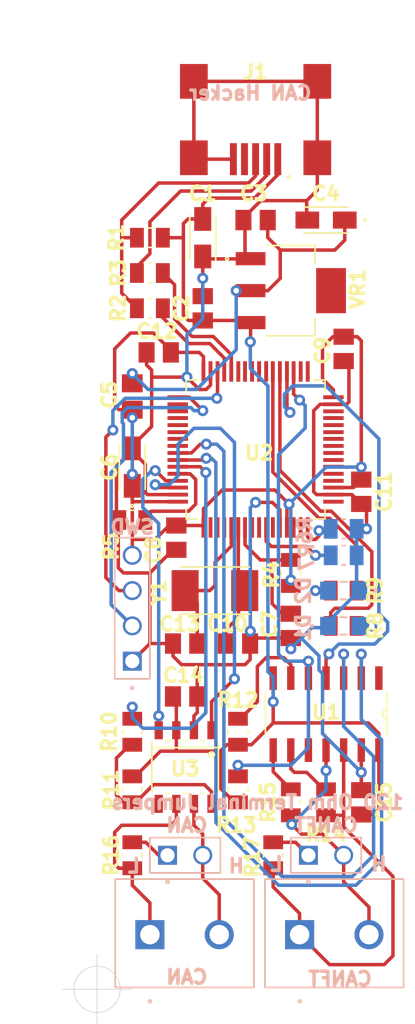
<source format=kicad_pcb>
(kicad_pcb (version 20171130) (host pcbnew 5.1.10-88a1d61d58~88~ubuntu18.04.1)

  (general
    (thickness 1.6)
    (drawings 17)
    (tracks 514)
    (zones 0)
    (modules 45)
    (nets 76)
  )

  (page A4)
  (layers
    (0 F.Cu signal)
    (31 B.Cu signal)
    (32 B.Adhes user)
    (33 F.Adhes user)
    (34 B.Paste user)
    (35 F.Paste user)
    (36 B.SilkS user)
    (37 F.SilkS user)
    (38 B.Mask user)
    (39 F.Mask user)
    (40 Dwgs.User user)
    (41 Cmts.User user hide)
    (42 Eco1.User user hide)
    (43 Eco2.User user hide)
    (44 Edge.Cuts user)
    (45 Margin user hide)
    (46 B.CrtYd user hide)
    (47 F.CrtYd user hide)
    (48 B.Fab user hide)
    (49 F.Fab user hide)
  )

  (setup
    (last_trace_width 0.25)
    (trace_clearance 0.2)
    (zone_clearance 0.508)
    (zone_45_only no)
    (trace_min 0.09)
    (via_size 0.8)
    (via_drill 0.4)
    (via_min_size 0.1)
    (via_min_drill 0.3)
    (uvia_size 0.3)
    (uvia_drill 0.1)
    (uvias_allowed no)
    (uvia_min_size 0.2)
    (uvia_min_drill 0.1)
    (edge_width 0.05)
    (segment_width 0.2)
    (pcb_text_width 0.3)
    (pcb_text_size 1.5 1.5)
    (mod_edge_width 0.12)
    (mod_text_size 1 1)
    (mod_text_width 0.25)
    (pad_size 1.524 1.524)
    (pad_drill 0.762)
    (pad_to_mask_clearance 0)
    (aux_axis_origin 128.27 108.712)
    (grid_origin 128.27 108.712)
    (visible_elements FFFFFF7F)
    (pcbplotparams
      (layerselection 0x010fc_ffffffff)
      (usegerberextensions true)
      (usegerberattributes false)
      (usegerberadvancedattributes false)
      (creategerberjobfile false)
      (excludeedgelayer true)
      (linewidth 0.100000)
      (plotframeref false)
      (viasonmask false)
      (mode 1)
      (useauxorigin false)
      (hpglpennumber 1)
      (hpglpenspeed 20)
      (hpglpendiameter 15.000000)
      (psnegative false)
      (psa4output false)
      (plotreference true)
      (plotvalue false)
      (plotinvisibletext false)
      (padsonsilk false)
      (subtractmaskfromsilk true)
      (outputformat 1)
      (mirror false)
      (drillshape 0)
      (scaleselection 1)
      (outputdirectory ""))
  )

  (net 0 "")
  (net 1 "Net-(U1-Pad1)")
  (net 2 "Net-(J1-Pad4)")
  (net 3 "Net-(J1-Pad3)")
  (net 4 "Net-(J1-Pad2)")
  (net 5 "Net-(U2-Pad62)")
  (net 6 "Net-(U2-Pad61)")
  (net 7 "Net-(U2-Pad56)")
  (net 8 "Net-(U2-Pad55)")
  (net 9 "Net-(U2-Pad54)")
  (net 10 "Net-(U2-Pad53)")
  (net 11 "Net-(U2-Pad52)")
  (net 12 "Net-(U2-Pad51)")
  (net 13 "Net-(U2-Pad50)")
  (net 14 "Net-(U2-Pad43)")
  (net 15 "Net-(U2-Pad42)")
  (net 16 "Net-(U2-Pad41)")
  (net 17 "Net-(U2-Pad40)")
  (net 18 "Net-(U2-Pad39)")
  (net 19 "Net-(U2-Pad34)")
  (net 20 "Net-(U2-Pad33)")
  (net 21 "Net-(U2-Pad30)")
  (net 22 "Net-(U2-Pad29)")
  (net 23 "Net-(U2-Pad28)")
  (net 24 "Net-(U2-Pad27)")
  (net 25 "Net-(U2-Pad26)")
  (net 26 "Net-(U2-Pad25)")
  (net 27 "Net-(U2-Pad24)")
  (net 28 "Net-(U2-Pad23)")
  (net 29 "Net-(U2-Pad22)")
  (net 30 "Net-(U2-Pad21)")
  (net 31 "Net-(U2-Pad20)")
  (net 32 "Net-(U2-Pad17)")
  (net 33 "Net-(U2-Pad15)")
  (net 34 "Net-(U2-Pad14)")
  (net 35 "Net-(U2-Pad11)")
  (net 36 "Net-(U2-Pad9)")
  (net 37 "Net-(U2-Pad8)")
  (net 38 "Net-(U2-Pad4)")
  (net 39 "Net-(U2-Pad3)")
  (net 40 "Net-(U2-Pad2)")
  (net 41 "Net-(U3-Pad5)")
  (net 42 "Net-(R2-Pad2)")
  (net 43 "Net-(D1-PadA)")
  (net 44 "Net-(D2-PadA)")
  (net 45 "Net-(J3-Pad2)")
  (net 46 "Net-(J3-Pad1)")
  (net 47 "Net-(J4-Pad2)")
  (net 48 "Net-(J4-Pad1)")
  (net 49 "Net-(C3-Pad1)")
  (net 50 "Net-(VR1-Pad4)")
  (net 51 GND)
  (net 52 +5V)
  (net 53 +3V3)
  (net 54 "Net-(R3-Pad2)")
  (net 55 "Net-(C7-Pad1)")
  (net 56 OSC)
  (net 57 "Net-(C13-Pad1)")
  (net 58 SWD)
  (net 59 SWC)
  (net 60 "Net-(J5-Pad01)")
  (net 61 "Net-(J6-Pad01)")
  (net 62 "Net-(R5-Pad2)")
  (net 63 "Net-(R6-Pad2)")
  (net 64 "Net-(R7-Pad1)")
  (net 65 "Net-(R8-Pad1)")
  (net 66 "Net-(R9-Pad1)")
  (net 67 "Net-(R10-Pad2)")
  (net 68 "Net-(R10-Pad1)")
  (net 69 "Net-(R12-Pad1)")
  (net 70 CAN2STB)
  (net 71 "Net-(R14-Pad2)")
  (net 72 "Net-(R15-Pad2)")
  (net 73 CAN2ERR)
  (net 74 CAN2RX)
  (net 75 CAN2TX)

  (net_class Default "This is the default net class."
    (clearance 0.2)
    (trace_width 0.25)
    (via_dia 0.8)
    (via_drill 0.4)
    (uvia_dia 0.3)
    (uvia_drill 0.1)
    (add_net +3V3)
    (add_net +5V)
    (add_net CAN2ERR)
    (add_net CAN2RX)
    (add_net CAN2STB)
    (add_net CAN2TX)
    (add_net GND)
    (add_net "Net-(C13-Pad1)")
    (add_net "Net-(C3-Pad1)")
    (add_net "Net-(C7-Pad1)")
    (add_net "Net-(D1-PadA)")
    (add_net "Net-(D2-PadA)")
    (add_net "Net-(J1-Pad2)")
    (add_net "Net-(J1-Pad3)")
    (add_net "Net-(J1-Pad4)")
    (add_net "Net-(J3-Pad1)")
    (add_net "Net-(J3-Pad2)")
    (add_net "Net-(J4-Pad1)")
    (add_net "Net-(J4-Pad2)")
    (add_net "Net-(J5-Pad01)")
    (add_net "Net-(J6-Pad01)")
    (add_net "Net-(R10-Pad1)")
    (add_net "Net-(R10-Pad2)")
    (add_net "Net-(R12-Pad1)")
    (add_net "Net-(R14-Pad2)")
    (add_net "Net-(R15-Pad2)")
    (add_net "Net-(R2-Pad2)")
    (add_net "Net-(R3-Pad2)")
    (add_net "Net-(R5-Pad2)")
    (add_net "Net-(R6-Pad2)")
    (add_net "Net-(R7-Pad1)")
    (add_net "Net-(R8-Pad1)")
    (add_net "Net-(R9-Pad1)")
    (add_net "Net-(U1-Pad1)")
    (add_net "Net-(U2-Pad11)")
    (add_net "Net-(U2-Pad14)")
    (add_net "Net-(U2-Pad15)")
    (add_net "Net-(U2-Pad17)")
    (add_net "Net-(U2-Pad2)")
    (add_net "Net-(U2-Pad20)")
    (add_net "Net-(U2-Pad21)")
    (add_net "Net-(U2-Pad22)")
    (add_net "Net-(U2-Pad23)")
    (add_net "Net-(U2-Pad24)")
    (add_net "Net-(U2-Pad25)")
    (add_net "Net-(U2-Pad26)")
    (add_net "Net-(U2-Pad27)")
    (add_net "Net-(U2-Pad28)")
    (add_net "Net-(U2-Pad29)")
    (add_net "Net-(U2-Pad3)")
    (add_net "Net-(U2-Pad30)")
    (add_net "Net-(U2-Pad33)")
    (add_net "Net-(U2-Pad34)")
    (add_net "Net-(U2-Pad39)")
    (add_net "Net-(U2-Pad4)")
    (add_net "Net-(U2-Pad40)")
    (add_net "Net-(U2-Pad41)")
    (add_net "Net-(U2-Pad42)")
    (add_net "Net-(U2-Pad43)")
    (add_net "Net-(U2-Pad50)")
    (add_net "Net-(U2-Pad51)")
    (add_net "Net-(U2-Pad52)")
    (add_net "Net-(U2-Pad53)")
    (add_net "Net-(U2-Pad54)")
    (add_net "Net-(U2-Pad55)")
    (add_net "Net-(U2-Pad56)")
    (add_net "Net-(U2-Pad61)")
    (add_net "Net-(U2-Pad62)")
    (add_net "Net-(U2-Pad8)")
    (add_net "Net-(U2-Pad9)")
    (add_net "Net-(U3-Pad5)")
    (add_net "Net-(VR1-Pad4)")
    (add_net OSC)
    (add_net SWC)
    (add_net SWD)
  )

  (module 7012X1:GCT_USB2066-05-RBHM-XX-STB-00-00-A_REVD (layer F.Cu) (tedit 6160401D) (tstamp 60822F29)
    (at 139.7 46.355 180)
    (path /60829B98)
    (fp_text reference J1 (at 0 3.683 180) (layer F.SilkS)
      (effects (font (size 1 1) (thickness 0.25)))
    )
    (fp_text value "Micro USB " (at 0 7.62 180) (layer F.Fab)
      (effects (font (size 1.602449 1.602449) (thickness 0.015)))
    )
    (fp_circle (center -2.413 -3.912) (end -2.313 -3.912) (layer F.SilkS) (width 0.12))
    (fp_line (start -3.886 -3.327) (end 3.886 -3.327) (layer F.Fab) (width 0.1))
    (fp_line (start -5.791 6.096) (end -5.791 -4.115) (layer F.CrtYd) (width 0.05))
    (fp_line (start 0 0.508) (end 0 -0.508) (layer F.CrtYd) (width 0.1))
    (fp_line (start -0.508 0) (end 0.508 0) (layer F.CrtYd) (width 0.1))
    (fp_line (start 5.791 6.096) (end 5.791 -4.115) (layer F.CrtYd) (width 0.05))
    (fp_line (start -5.791 -4.115) (end 5.791 -4.115) (layer F.CrtYd) (width 0.05))
    (fp_line (start -5.791 6.096) (end 5.791 6.096) (layer F.CrtYd) (width 0.05))
    (pad 9 smd rect (at -4.45 -2.5 180) (size 2 2.5) (layers F.Cu F.Paste F.Mask)
      (net 51 GND))
    (pad 8 smd rect (at -4.45 3 180) (size 2 2.5) (layers F.Cu F.Paste F.Mask)
      (net 51 GND))
    (pad 7 smd rect (at 4.45 -2.5 180) (size 2 2.5) (layers F.Cu F.Paste F.Mask)
      (net 51 GND))
    (pad 6 smd rect (at 4.45 3 180) (size 2 2.5) (layers F.Cu F.Paste F.Mask)
      (net 51 GND))
    (pad 5 smd rect (at 1.6 -2.6 180) (size 0.5 2.3) (layers F.Cu F.Paste F.Mask)
      (net 51 GND))
    (pad 4 smd rect (at 0.8 -2.6 180) (size 0.5 2.3) (layers F.Cu F.Paste F.Mask)
      (net 2 "Net-(J1-Pad4)"))
    (pad 3 smd rect (at 0 -2.6 180) (size 0.5 2.3) (layers F.Cu F.Paste F.Mask)
      (net 3 "Net-(J1-Pad3)"))
    (pad 2 smd rect (at -0.8 -2.6 180) (size 0.5 2.3) (layers F.Cu F.Paste F.Mask)
      (net 4 "Net-(J1-Pad2)"))
    (pad 1 smd rect (at -1.6 -2.6 180) (size 0.5 2.3) (layers F.Cu F.Paste F.Mask)
      (net 52 +5V))
  )

  (module 7012X1:RESC2012X65N (layer F.Cu) (tedit 60817E7B) (tstamp 6082DB56)
    (at 140.97 99.06 90)
    (path /60BF606B)
    (fp_text reference R17 (at -0.127 -1.524 90) (layer F.SilkS)
      (effects (font (size 1 1) (thickness 0.25)))
    )
    (fp_text value 120R (at 1.31 1.3 90) (layer F.Fab)
      (effects (font (size 0.393701 0.393701) (thickness 0.015)))
    )
    (fp_line (start 1.685 0.962) (end 1.685 -0.962) (layer F.CrtYd) (width 0.05))
    (fp_line (start -1.685 0.962) (end -1.685 -0.962) (layer F.CrtYd) (width 0.05))
    (fp_line (start -1.685 -0.962) (end 1.685 -0.962) (layer F.CrtYd) (width 0.05))
    (fp_line (start -1.685 0.962) (end 1.685 0.962) (layer F.CrtYd) (width 0.05))
    (fp_line (start -0.12 0.7) (end 0.12 0.7) (layer F.SilkS) (width 0.12))
    (fp_line (start -0.12 -0.7) (end 0.12 -0.7) (layer F.SilkS) (width 0.12))
    (fp_line (start -1.07 0.7) (end -1.07 -0.7) (layer F.Fab) (width 0.127))
    (fp_line (start 1.07 0.7) (end 1.07 -0.7) (layer F.Fab) (width 0.127))
    (fp_line (start 1.07 -0.7) (end -1.07 -0.7) (layer F.Fab) (width 0.127))
    (fp_line (start 1.07 0.7) (end -1.07 0.7) (layer F.Fab) (width 0.127))
    (pad 2 smd rect (at 0.935 0 90) (size 1 1.42) (layers F.Cu F.Paste F.Mask)
      (net 61 "Net-(J6-Pad01)"))
    (pad 1 smd rect (at -0.935 0 90) (size 1 1.42) (layers F.Cu F.Paste F.Mask)
      (net 48 "Net-(J4-Pad1)"))
  )

  (module 7012X1:RESC2012X65N (layer F.Cu) (tedit 60817E7B) (tstamp 6082DB46)
    (at 130.81 99.06 90)
    (path /60BEDB7F)
    (fp_text reference R16 (at 0 -1.524 90) (layer F.SilkS)
      (effects (font (size 1 1) (thickness 0.25)))
    )
    (fp_text value 120R (at 1.31 1.3 90) (layer F.Fab)
      (effects (font (size 0.393701 0.393701) (thickness 0.015)))
    )
    (fp_line (start 1.685 0.962) (end 1.685 -0.962) (layer F.CrtYd) (width 0.05))
    (fp_line (start -1.685 0.962) (end -1.685 -0.962) (layer F.CrtYd) (width 0.05))
    (fp_line (start -1.685 -0.962) (end 1.685 -0.962) (layer F.CrtYd) (width 0.05))
    (fp_line (start -1.685 0.962) (end 1.685 0.962) (layer F.CrtYd) (width 0.05))
    (fp_line (start -0.12 0.7) (end 0.12 0.7) (layer F.SilkS) (width 0.12))
    (fp_line (start -0.12 -0.7) (end 0.12 -0.7) (layer F.SilkS) (width 0.12))
    (fp_line (start -1.07 0.7) (end -1.07 -0.7) (layer F.Fab) (width 0.127))
    (fp_line (start 1.07 0.7) (end 1.07 -0.7) (layer F.Fab) (width 0.127))
    (fp_line (start 1.07 -0.7) (end -1.07 -0.7) (layer F.Fab) (width 0.127))
    (fp_line (start 1.07 0.7) (end -1.07 0.7) (layer F.Fab) (width 0.127))
    (pad 2 smd rect (at 0.935 0 90) (size 1 1.42) (layers F.Cu F.Paste F.Mask)
      (net 60 "Net-(J5-Pad01)"))
    (pad 1 smd rect (at -0.935 0 90) (size 1 1.42) (layers F.Cu F.Paste F.Mask)
      (net 46 "Net-(J3-Pad1)"))
  )

  (module 7012X1:RESC2012X65N (layer F.Cu) (tedit 60817E7B) (tstamp 6082DB36)
    (at 142.24 95.25 90)
    (path /60A1F3FB)
    (fp_text reference R15 (at 0 -1.651 90) (layer F.SilkS)
      (effects (font (size 1 1) (thickness 0.25)))
    )
    (fp_text value 4K7 (at 1.31 1.3 90) (layer F.Fab)
      (effects (font (size 0.393701 0.393701) (thickness 0.015)))
    )
    (fp_line (start 1.685 0.962) (end 1.685 -0.962) (layer F.CrtYd) (width 0.05))
    (fp_line (start -1.685 0.962) (end -1.685 -0.962) (layer F.CrtYd) (width 0.05))
    (fp_line (start -1.685 -0.962) (end 1.685 -0.962) (layer F.CrtYd) (width 0.05))
    (fp_line (start -1.685 0.962) (end 1.685 0.962) (layer F.CrtYd) (width 0.05))
    (fp_line (start -0.12 0.7) (end 0.12 0.7) (layer F.SilkS) (width 0.12))
    (fp_line (start -0.12 -0.7) (end 0.12 -0.7) (layer F.SilkS) (width 0.12))
    (fp_line (start -1.07 0.7) (end -1.07 -0.7) (layer F.Fab) (width 0.127))
    (fp_line (start 1.07 0.7) (end 1.07 -0.7) (layer F.Fab) (width 0.127))
    (fp_line (start 1.07 -0.7) (end -1.07 -0.7) (layer F.Fab) (width 0.127))
    (fp_line (start 1.07 0.7) (end -1.07 0.7) (layer F.Fab) (width 0.127))
    (pad 2 smd rect (at 0.935 0 90) (size 1 1.42) (layers F.Cu F.Paste F.Mask)
      (net 72 "Net-(R15-Pad2)"))
    (pad 1 smd rect (at -0.935 0 90) (size 1 1.42) (layers F.Cu F.Paste F.Mask)
      (net 47 "Net-(J4-Pad2)"))
  )

  (module 7012X1:RESC2012X65N (layer F.Cu) (tedit 60817E7B) (tstamp 6082DB26)
    (at 144.78 95.25 90)
    (path /60A1B63C)
    (fp_text reference R14 (at -2.286 0 180) (layer F.SilkS)
      (effects (font (size 1 1) (thickness 0.25)))
    )
    (fp_text value 4K7 (at 1.31 1.3 90) (layer F.Fab)
      (effects (font (size 0.393701 0.393701) (thickness 0.015)))
    )
    (fp_line (start 1.685 0.962) (end 1.685 -0.962) (layer F.CrtYd) (width 0.05))
    (fp_line (start -1.685 0.962) (end -1.685 -0.962) (layer F.CrtYd) (width 0.05))
    (fp_line (start -1.685 -0.962) (end 1.685 -0.962) (layer F.CrtYd) (width 0.05))
    (fp_line (start -1.685 0.962) (end 1.685 0.962) (layer F.CrtYd) (width 0.05))
    (fp_line (start -0.12 0.7) (end 0.12 0.7) (layer F.SilkS) (width 0.12))
    (fp_line (start -0.12 -0.7) (end 0.12 -0.7) (layer F.SilkS) (width 0.12))
    (fp_line (start -1.07 0.7) (end -1.07 -0.7) (layer F.Fab) (width 0.127))
    (fp_line (start 1.07 0.7) (end 1.07 -0.7) (layer F.Fab) (width 0.127))
    (fp_line (start 1.07 -0.7) (end -1.07 -0.7) (layer F.Fab) (width 0.127))
    (fp_line (start 1.07 0.7) (end -1.07 0.7) (layer F.Fab) (width 0.127))
    (pad 2 smd rect (at 0.935 0 90) (size 1 1.42) (layers F.Cu F.Paste F.Mask)
      (net 71 "Net-(R14-Pad2)"))
    (pad 1 smd rect (at -0.935 0 90) (size 1 1.42) (layers F.Cu F.Paste F.Mask)
      (net 48 "Net-(J4-Pad1)"))
  )

  (module 7012X1:RESC2012X65N (layer F.Cu) (tedit 60817E7B) (tstamp 6082DB16)
    (at 138.43 94.315 270)
    (path /60A351B6)
    (fp_text reference R13 (at 2.586 0.127 180) (layer F.SilkS)
      (effects (font (size 1 1) (thickness 0.25)))
    )
    (fp_text value 10K (at 1.31 1.3 90) (layer F.Fab)
      (effects (font (size 0.393701 0.393701) (thickness 0.015)))
    )
    (fp_line (start 1.685 0.962) (end 1.685 -0.962) (layer F.CrtYd) (width 0.05))
    (fp_line (start -1.685 0.962) (end -1.685 -0.962) (layer F.CrtYd) (width 0.05))
    (fp_line (start -1.685 -0.962) (end 1.685 -0.962) (layer F.CrtYd) (width 0.05))
    (fp_line (start -1.685 0.962) (end 1.685 0.962) (layer F.CrtYd) (width 0.05))
    (fp_line (start -0.12 0.7) (end 0.12 0.7) (layer F.SilkS) (width 0.12))
    (fp_line (start -0.12 -0.7) (end 0.12 -0.7) (layer F.SilkS) (width 0.12))
    (fp_line (start -1.07 0.7) (end -1.07 -0.7) (layer F.Fab) (width 0.127))
    (fp_line (start 1.07 0.7) (end 1.07 -0.7) (layer F.Fab) (width 0.127))
    (fp_line (start 1.07 -0.7) (end -1.07 -0.7) (layer F.Fab) (width 0.127))
    (fp_line (start 1.07 0.7) (end -1.07 0.7) (layer F.Fab) (width 0.127))
    (pad 2 smd rect (at 0.935 0 270) (size 1 1.42) (layers F.Cu F.Paste F.Mask)
      (net 52 +5V))
    (pad 1 smd rect (at -0.935 0 270) (size 1 1.42) (layers F.Cu F.Paste F.Mask)
      (net 70 CAN2STB))
  )

  (module 7012X1:RESC2012X65N (layer F.Cu) (tedit 60817E7B) (tstamp 6082DB06)
    (at 138.43 90.17 270)
    (path /60A39B4E)
    (fp_text reference R12 (at -2.286 0 180) (layer F.SilkS)
      (effects (font (size 1 1) (thickness 0.25)))
    )
    (fp_text value 10K (at 1.31 1.3 90) (layer F.Fab)
      (effects (font (size 0.393701 0.393701) (thickness 0.015)))
    )
    (fp_line (start 1.685 0.962) (end 1.685 -0.962) (layer F.CrtYd) (width 0.05))
    (fp_line (start -1.685 0.962) (end -1.685 -0.962) (layer F.CrtYd) (width 0.05))
    (fp_line (start -1.685 -0.962) (end 1.685 -0.962) (layer F.CrtYd) (width 0.05))
    (fp_line (start -1.685 0.962) (end 1.685 0.962) (layer F.CrtYd) (width 0.05))
    (fp_line (start -0.12 0.7) (end 0.12 0.7) (layer F.SilkS) (width 0.12))
    (fp_line (start -0.12 -0.7) (end 0.12 -0.7) (layer F.SilkS) (width 0.12))
    (fp_line (start -1.07 0.7) (end -1.07 -0.7) (layer F.Fab) (width 0.127))
    (fp_line (start 1.07 0.7) (end 1.07 -0.7) (layer F.Fab) (width 0.127))
    (fp_line (start 1.07 -0.7) (end -1.07 -0.7) (layer F.Fab) (width 0.127))
    (fp_line (start 1.07 0.7) (end -1.07 0.7) (layer F.Fab) (width 0.127))
    (pad 2 smd rect (at 0.935 0 270) (size 1 1.42) (layers F.Cu F.Paste F.Mask)
      (net 52 +5V))
    (pad 1 smd rect (at -0.935 0 270) (size 1 1.42) (layers F.Cu F.Paste F.Mask)
      (net 69 "Net-(R12-Pad1)"))
  )

  (module 7012X1:RESC2012X65N (layer F.Cu) (tedit 60817E7B) (tstamp 6082DAF6)
    (at 130.81 94.315 90)
    (path /60AE7EEE)
    (fp_text reference R11 (at -0.046 -1.524 90) (layer F.SilkS)
      (effects (font (size 1 1) (thickness 0.25)))
    )
    (fp_text value 10K (at 1.31 1.3 90) (layer F.Fab)
      (effects (font (size 0.393701 0.393701) (thickness 0.015)))
    )
    (fp_line (start 1.685 0.962) (end 1.685 -0.962) (layer F.CrtYd) (width 0.05))
    (fp_line (start -1.685 0.962) (end -1.685 -0.962) (layer F.CrtYd) (width 0.05))
    (fp_line (start -1.685 -0.962) (end 1.685 -0.962) (layer F.CrtYd) (width 0.05))
    (fp_line (start -1.685 0.962) (end 1.685 0.962) (layer F.CrtYd) (width 0.05))
    (fp_line (start -0.12 0.7) (end 0.12 0.7) (layer F.SilkS) (width 0.12))
    (fp_line (start -0.12 -0.7) (end 0.12 -0.7) (layer F.SilkS) (width 0.12))
    (fp_line (start -1.07 0.7) (end -1.07 -0.7) (layer F.Fab) (width 0.127))
    (fp_line (start 1.07 0.7) (end 1.07 -0.7) (layer F.Fab) (width 0.127))
    (fp_line (start 1.07 -0.7) (end -1.07 -0.7) (layer F.Fab) (width 0.127))
    (fp_line (start 1.07 0.7) (end -1.07 0.7) (layer F.Fab) (width 0.127))
    (pad 2 smd rect (at 0.935 0 90) (size 1 1.42) (layers F.Cu F.Paste F.Mask)
      (net 52 +5V))
    (pad 1 smd rect (at -0.935 0 90) (size 1 1.42) (layers F.Cu F.Paste F.Mask)
      (net 67 "Net-(R10-Pad2)"))
  )

  (module 7012X1:RESC2012X65N (layer F.Cu) (tedit 60817E7B) (tstamp 6082DAE6)
    (at 130.81 90.17 270)
    (path /60AB606A)
    (fp_text reference R10 (at 0 1.651 90) (layer F.SilkS)
      (effects (font (size 1 1) (thickness 0.25)))
    )
    (fp_text value 100R (at 1.31 1.3 90) (layer F.Fab)
      (effects (font (size 0.393701 0.393701) (thickness 0.015)))
    )
    (fp_line (start 1.685 0.962) (end 1.685 -0.962) (layer F.CrtYd) (width 0.05))
    (fp_line (start -1.685 0.962) (end -1.685 -0.962) (layer F.CrtYd) (width 0.05))
    (fp_line (start -1.685 -0.962) (end 1.685 -0.962) (layer F.CrtYd) (width 0.05))
    (fp_line (start -1.685 0.962) (end 1.685 0.962) (layer F.CrtYd) (width 0.05))
    (fp_line (start -0.12 0.7) (end 0.12 0.7) (layer F.SilkS) (width 0.12))
    (fp_line (start -0.12 -0.7) (end 0.12 -0.7) (layer F.SilkS) (width 0.12))
    (fp_line (start -1.07 0.7) (end -1.07 -0.7) (layer F.Fab) (width 0.127))
    (fp_line (start 1.07 0.7) (end 1.07 -0.7) (layer F.Fab) (width 0.127))
    (fp_line (start 1.07 -0.7) (end -1.07 -0.7) (layer F.Fab) (width 0.127))
    (fp_line (start 1.07 0.7) (end -1.07 0.7) (layer F.Fab) (width 0.127))
    (pad 2 smd rect (at 0.935 0 270) (size 1 1.42) (layers F.Cu F.Paste F.Mask)
      (net 67 "Net-(R10-Pad2)"))
    (pad 1 smd rect (at -0.935 0 270) (size 1 1.42) (layers F.Cu F.Paste F.Mask)
      (net 68 "Net-(R10-Pad1)"))
  )

  (module 7012X1:RESC2012X65N (layer F.Cu) (tedit 60817E7B) (tstamp 6082DAD6)
    (at 146.05 80.01 180)
    (path /608D1ABF)
    (fp_text reference R9 (at -2.286 0 -90) (layer F.SilkS)
      (effects (font (size 1 1) (thickness 0.25)))
    )
    (fp_text value 1K (at 1.31 1.3) (layer F.Fab)
      (effects (font (size 0.393701 0.393701) (thickness 0.015)))
    )
    (fp_line (start 1.685 0.962) (end 1.685 -0.962) (layer F.CrtYd) (width 0.05))
    (fp_line (start -1.685 0.962) (end -1.685 -0.962) (layer F.CrtYd) (width 0.05))
    (fp_line (start -1.685 -0.962) (end 1.685 -0.962) (layer F.CrtYd) (width 0.05))
    (fp_line (start -1.685 0.962) (end 1.685 0.962) (layer F.CrtYd) (width 0.05))
    (fp_line (start -0.12 0.7) (end 0.12 0.7) (layer F.SilkS) (width 0.12))
    (fp_line (start -0.12 -0.7) (end 0.12 -0.7) (layer F.SilkS) (width 0.12))
    (fp_line (start -1.07 0.7) (end -1.07 -0.7) (layer F.Fab) (width 0.127))
    (fp_line (start 1.07 0.7) (end 1.07 -0.7) (layer F.Fab) (width 0.127))
    (fp_line (start 1.07 -0.7) (end -1.07 -0.7) (layer F.Fab) (width 0.127))
    (fp_line (start 1.07 0.7) (end -1.07 0.7) (layer F.Fab) (width 0.127))
    (pad 2 smd rect (at 0.935 0 180) (size 1 1.42) (layers F.Cu F.Paste F.Mask)
      (net 44 "Net-(D2-PadA)"))
    (pad 1 smd rect (at -0.935 0 180) (size 1 1.42) (layers F.Cu F.Paste F.Mask)
      (net 66 "Net-(R9-Pad1)"))
  )

  (module 7012X1:RESC2012X65N (layer F.Cu) (tedit 60817E7B) (tstamp 6082DAC6)
    (at 146.05 82.55)
    (path /608D0D22)
    (fp_text reference R8 (at 2.286 0 -270) (layer F.SilkS)
      (effects (font (size 1 1) (thickness 0.25)))
    )
    (fp_text value 1K (at 1.31 1.3) (layer F.Fab)
      (effects (font (size 0.393701 0.393701) (thickness 0.015)))
    )
    (fp_line (start 1.685 0.962) (end 1.685 -0.962) (layer F.CrtYd) (width 0.05))
    (fp_line (start -1.685 0.962) (end -1.685 -0.962) (layer F.CrtYd) (width 0.05))
    (fp_line (start -1.685 -0.962) (end 1.685 -0.962) (layer F.CrtYd) (width 0.05))
    (fp_line (start -1.685 0.962) (end 1.685 0.962) (layer F.CrtYd) (width 0.05))
    (fp_line (start -0.12 0.7) (end 0.12 0.7) (layer F.SilkS) (width 0.12))
    (fp_line (start -0.12 -0.7) (end 0.12 -0.7) (layer F.SilkS) (width 0.12))
    (fp_line (start -1.07 0.7) (end -1.07 -0.7) (layer F.Fab) (width 0.127))
    (fp_line (start 1.07 0.7) (end 1.07 -0.7) (layer F.Fab) (width 0.127))
    (fp_line (start 1.07 -0.7) (end -1.07 -0.7) (layer F.Fab) (width 0.127))
    (fp_line (start 1.07 0.7) (end -1.07 0.7) (layer F.Fab) (width 0.127))
    (pad 2 smd rect (at 0.935 0) (size 1 1.42) (layers F.Cu F.Paste F.Mask)
      (net 43 "Net-(D1-PadA)"))
    (pad 1 smd rect (at -0.935 0) (size 1 1.42) (layers F.Cu F.Paste F.Mask)
      (net 65 "Net-(R8-Pad1)"))
  )

  (module 7012X1:RESC2012X65N (layer B.Cu) (tedit 60817E7B) (tstamp 6082DAB6)
    (at 146.05 77.47)
    (path /609532F5)
    (fp_text reference R7 (at -2.667 0.127 90) (layer B.SilkS)
      (effects (font (size 1 1) (thickness 0.25)) (justify mirror))
    )
    (fp_text value JUMPER (at 1.31 -1.3) (layer B.Fab)
      (effects (font (size 0.393701 0.393701) (thickness 0.015)) (justify mirror))
    )
    (fp_line (start 1.685 -0.962) (end 1.685 0.962) (layer B.CrtYd) (width 0.05))
    (fp_line (start -1.685 -0.962) (end -1.685 0.962) (layer B.CrtYd) (width 0.05))
    (fp_line (start -1.685 0.962) (end 1.685 0.962) (layer B.CrtYd) (width 0.05))
    (fp_line (start -1.685 -0.962) (end 1.685 -0.962) (layer B.CrtYd) (width 0.05))
    (fp_line (start -0.12 -0.7) (end 0.12 -0.7) (layer B.SilkS) (width 0.12))
    (fp_line (start -0.12 0.7) (end 0.12 0.7) (layer B.SilkS) (width 0.12))
    (fp_line (start -1.07 -0.7) (end -1.07 0.7) (layer B.Fab) (width 0.127))
    (fp_line (start 1.07 -0.7) (end 1.07 0.7) (layer B.Fab) (width 0.127))
    (fp_line (start 1.07 0.7) (end -1.07 0.7) (layer B.Fab) (width 0.127))
    (fp_line (start 1.07 -0.7) (end -1.07 -0.7) (layer B.Fab) (width 0.127))
    (pad 2 smd rect (at 0.935 0) (size 1 1.42) (layers B.Cu B.Paste B.Mask)
      (net 51 GND))
    (pad 1 smd rect (at -0.935 0) (size 1 1.42) (layers B.Cu B.Paste B.Mask)
      (net 64 "Net-(R7-Pad1)"))
  )

  (module 7012X1:RESC2012X65N (layer B.Cu) (tedit 60817E7B) (tstamp 6082DAA6)
    (at 146.05 75.565 180)
    (path /60946E61)
    (fp_text reference R6 (at 2.794 -0.127 90) (layer B.SilkS)
      (effects (font (size 1 1) (thickness 0.25)) (justify mirror))
    )
    (fp_text value JUMPER (at 1.31 -1.3) (layer B.Fab)
      (effects (font (size 0.393701 0.393701) (thickness 0.015)) (justify mirror))
    )
    (fp_line (start 1.685 -0.962) (end 1.685 0.962) (layer B.CrtYd) (width 0.05))
    (fp_line (start -1.685 -0.962) (end -1.685 0.962) (layer B.CrtYd) (width 0.05))
    (fp_line (start -1.685 0.962) (end 1.685 0.962) (layer B.CrtYd) (width 0.05))
    (fp_line (start -1.685 -0.962) (end 1.685 -0.962) (layer B.CrtYd) (width 0.05))
    (fp_line (start -0.12 -0.7) (end 0.12 -0.7) (layer B.SilkS) (width 0.12))
    (fp_line (start -0.12 0.7) (end 0.12 0.7) (layer B.SilkS) (width 0.12))
    (fp_line (start -1.07 -0.7) (end -1.07 0.7) (layer B.Fab) (width 0.127))
    (fp_line (start 1.07 -0.7) (end 1.07 0.7) (layer B.Fab) (width 0.127))
    (fp_line (start 1.07 0.7) (end -1.07 0.7) (layer B.Fab) (width 0.127))
    (fp_line (start 1.07 -0.7) (end -1.07 -0.7) (layer B.Fab) (width 0.127))
    (pad 2 smd rect (at 0.935 0 180) (size 1 1.42) (layers B.Cu B.Paste B.Mask)
      (net 63 "Net-(R6-Pad2)"))
    (pad 1 smd rect (at -0.935 0 180) (size 1 1.42) (layers B.Cu B.Paste B.Mask)
      (net 51 GND))
  )

  (module 7012X1:RESC2012X65N (layer F.Cu) (tedit 60817E7B) (tstamp 6082DA96)
    (at 130.81 74.93)
    (path /6091EF52)
    (fp_text reference R5 (at -1.524 1.905 90) (layer F.SilkS)
      (effects (font (size 1 1) (thickness 0.25)))
    )
    (fp_text value 220R (at 1.31 1.3) (layer F.Fab)
      (effects (font (size 0.393701 0.393701) (thickness 0.015)))
    )
    (fp_line (start 1.685 0.962) (end 1.685 -0.962) (layer F.CrtYd) (width 0.05))
    (fp_line (start -1.685 0.962) (end -1.685 -0.962) (layer F.CrtYd) (width 0.05))
    (fp_line (start -1.685 -0.962) (end 1.685 -0.962) (layer F.CrtYd) (width 0.05))
    (fp_line (start -1.685 0.962) (end 1.685 0.962) (layer F.CrtYd) (width 0.05))
    (fp_line (start -0.12 0.7) (end 0.12 0.7) (layer F.SilkS) (width 0.12))
    (fp_line (start -0.12 -0.7) (end 0.12 -0.7) (layer F.SilkS) (width 0.12))
    (fp_line (start -1.07 0.7) (end -1.07 -0.7) (layer F.Fab) (width 0.127))
    (fp_line (start 1.07 0.7) (end 1.07 -0.7) (layer F.Fab) (width 0.127))
    (fp_line (start 1.07 -0.7) (end -1.07 -0.7) (layer F.Fab) (width 0.127))
    (fp_line (start 1.07 0.7) (end -1.07 0.7) (layer F.Fab) (width 0.127))
    (pad 2 smd rect (at 0.935 0) (size 1 1.42) (layers F.Cu F.Paste F.Mask)
      (net 62 "Net-(R5-Pad2)"))
    (pad 1 smd rect (at -0.935 0) (size 1 1.42) (layers F.Cu F.Paste F.Mask)
      (net 51 GND))
  )

  (module 7012X1:RESC2012X65N (layer F.Cu) (tedit 60817E7B) (tstamp 6082DA86)
    (at 142.24 78.74 270)
    (path /60928ADB)
    (fp_text reference R4 (at 0.127 1.397 270) (layer F.SilkS)
      (effects (font (size 1 1) (thickness 0.25)))
    )
    (fp_text value 100K (at 1.31 1.3 90) (layer F.Fab)
      (effects (font (size 0.393701 0.393701) (thickness 0.015)))
    )
    (fp_line (start 1.685 0.962) (end 1.685 -0.962) (layer F.CrtYd) (width 0.05))
    (fp_line (start -1.685 0.962) (end -1.685 -0.962) (layer F.CrtYd) (width 0.05))
    (fp_line (start -1.685 -0.962) (end 1.685 -0.962) (layer F.CrtYd) (width 0.05))
    (fp_line (start -1.685 0.962) (end 1.685 0.962) (layer F.CrtYd) (width 0.05))
    (fp_line (start -0.12 0.7) (end 0.12 0.7) (layer F.SilkS) (width 0.12))
    (fp_line (start -0.12 -0.7) (end 0.12 -0.7) (layer F.SilkS) (width 0.12))
    (fp_line (start -1.07 0.7) (end -1.07 -0.7) (layer F.Fab) (width 0.127))
    (fp_line (start 1.07 0.7) (end 1.07 -0.7) (layer F.Fab) (width 0.127))
    (fp_line (start 1.07 -0.7) (end -1.07 -0.7) (layer F.Fab) (width 0.127))
    (fp_line (start 1.07 0.7) (end -1.07 0.7) (layer F.Fab) (width 0.127))
    (pad 2 smd rect (at 0.935 0 270) (size 1 1.42) (layers F.Cu F.Paste F.Mask)
      (net 53 +3V3))
    (pad 1 smd rect (at -0.935 0 270) (size 1 1.42) (layers F.Cu F.Paste F.Mask)
      (net 55 "Net-(C7-Pad1)"))
  )

  (module 7012X1:SAMTEC_MTSW-101-09-S-D-530 (layer B.Cu) (tedit 60825337) (tstamp 6082DA1C)
    (at 143.51 99.06 90)
    (path /60C22B7B)
    (fp_text reference CANFT (at 2.159 1.27) (layer B.SilkS)
      (effects (font (size 1 1) (thickness 0.25)) (justify mirror))
    )
    (fp_text value JUMPER (at 14.24 -3.135 -90) (layer B.Fab)
      (effects (font (size 1 1) (thickness 0.015)) (justify mirror))
    )
    (fp_circle (center -1.92 0) (end -1.82 0) (layer B.Fab) (width 0.2))
    (fp_circle (center -1.92 0) (end -1.82 0) (layer B.SilkS) (width 0.12))
    (fp_line (start 1.52 -1.52) (end -1.52 -1.52) (layer B.CrtYd) (width 0.05))
    (fp_line (start 1.52 4.06) (end 1.52 -1.52) (layer B.CrtYd) (width 0.05))
    (fp_line (start -1.52 4.06) (end 1.52 4.06) (layer B.CrtYd) (width 0.05))
    (fp_line (start -1.52 -1.52) (end -1.52 4.06) (layer B.CrtYd) (width 0.05))
    (fp_line (start 1.27 -1.27) (end -1.27 -1.27) (layer B.SilkS) (width 0.12))
    (fp_line (start 1.27 3.81) (end -1.27 3.81) (layer B.SilkS) (width 0.12))
    (fp_line (start 1.27 3.81) (end 1.27 -1.27) (layer B.SilkS) (width 0.12))
    (fp_line (start -1.27 -1.27) (end -1.27 3.81) (layer B.SilkS) (width 0.12))
    (fp_line (start 1.27 -1.27) (end -1.27 -1.27) (layer B.Fab) (width 0.1))
    (fp_line (start 1.27 3.81) (end 1.27 -1.27) (layer B.Fab) (width 0.1))
    (fp_line (start -1.27 3.81) (end 1.27 3.81) (layer B.Fab) (width 0.1))
    (fp_line (start -1.27 -1.27) (end -1.27 3.81) (layer B.Fab) (width 0.1))
    (pad 02 thru_hole circle (at 0 2.54 90) (size 1.37 1.37) (drill 1.02) (layers *.Cu *.Mask)
      (net 47 "Net-(J4-Pad2)"))
    (pad 01 thru_hole rect (at 0 0 90) (size 1.37 1.37) (drill 1.02) (layers *.Cu *.Mask)
      (net 61 "Net-(J6-Pad01)"))
  )

  (module 7012X1:SAMTEC_MTSW-101-09-S-D-530 (layer B.Cu) (tedit 60825337) (tstamp 6082DA08)
    (at 133.35 99.06 90)
    (path /60C04E63)
    (fp_text reference CAN (at 2.159 1.397) (layer B.SilkS)
      (effects (font (size 1 1) (thickness 0.25)) (justify mirror))
    )
    (fp_text value JUMPER (at 14.24 -3.135 -90) (layer B.Fab)
      (effects (font (size 1 1) (thickness 0.015)) (justify mirror))
    )
    (fp_circle (center -1.92 0) (end -1.82 0) (layer B.Fab) (width 0.2))
    (fp_circle (center -1.92 0) (end -1.82 0) (layer B.SilkS) (width 0.12))
    (fp_line (start 1.52 -1.52) (end -1.52 -1.52) (layer B.CrtYd) (width 0.05))
    (fp_line (start 1.52 4.06) (end 1.52 -1.52) (layer B.CrtYd) (width 0.05))
    (fp_line (start -1.52 4.06) (end 1.52 4.06) (layer B.CrtYd) (width 0.05))
    (fp_line (start -1.52 -1.52) (end -1.52 4.06) (layer B.CrtYd) (width 0.05))
    (fp_line (start 1.27 -1.27) (end -1.27 -1.27) (layer B.SilkS) (width 0.12))
    (fp_line (start 1.27 3.81) (end -1.27 3.81) (layer B.SilkS) (width 0.12))
    (fp_line (start 1.27 3.81) (end 1.27 -1.27) (layer B.SilkS) (width 0.12))
    (fp_line (start -1.27 -1.27) (end -1.27 3.81) (layer B.SilkS) (width 0.12))
    (fp_line (start 1.27 -1.27) (end -1.27 -1.27) (layer B.Fab) (width 0.1))
    (fp_line (start 1.27 3.81) (end 1.27 -1.27) (layer B.Fab) (width 0.1))
    (fp_line (start -1.27 3.81) (end 1.27 3.81) (layer B.Fab) (width 0.1))
    (fp_line (start -1.27 -1.27) (end -1.27 3.81) (layer B.Fab) (width 0.1))
    (pad 02 thru_hole circle (at 0 2.54 90) (size 1.37 1.37) (drill 1.02) (layers *.Cu *.Mask)
      (net 45 "Net-(J3-Pad2)"))
    (pad 01 thru_hole rect (at 0 0 90) (size 1.37 1.37) (drill 1.02) (layers *.Cu *.Mask)
      (net 60 "Net-(J5-Pad01)"))
  )

  (module 7012X1:LED_7012X1 locked (layer B.Cu) (tedit 60818A7D) (tstamp 6082D970)
    (at 146.05 80.01 180)
    (path /608C1791)
    (fp_text reference D2 (at 2.921 0 90) (layer B.SilkS)
      (effects (font (size 1 1) (thickness 0.25)) (justify mirror))
    )
    (fp_text value GREEN (at 2.064 -1.4064) (layer B.Fab)
      (effects (font (size 0.64 0.64) (thickness 0.015)) (justify mirror))
    )
    (fp_line (start 1.95 -0.9) (end 1.95 0.9) (layer B.CrtYd) (width 0.05))
    (fp_line (start -1.95 -0.9) (end -1.95 0.9) (layer B.CrtYd) (width 0.05))
    (fp_line (start -1.95 0.9) (end 1.95 0.9) (layer B.CrtYd) (width 0.05))
    (fp_line (start -1.95 -0.9) (end 1.95 -0.9) (layer B.CrtYd) (width 0.05))
    (fp_line (start -0.23 -0.625) (end 0.23 -0.625) (layer B.SilkS) (width 0.12))
    (fp_line (start -0.23 0.625) (end 0.23 0.625) (layer B.SilkS) (width 0.12))
    (fp_line (start -1 -0.625) (end -1 0.625) (layer B.Fab) (width 0.127))
    (fp_line (start 1 -0.625) (end 1 0.625) (layer B.Fab) (width 0.127))
    (fp_line (start 1 0.625) (end -1 0.625) (layer B.Fab) (width 0.127))
    (fp_line (start 1 -0.625) (end -1 -0.625) (layer B.Fab) (width 0.127))
    (fp_circle (center -2.3 0) (end -2.2 0) (layer B.Fab) (width 0.2))
    (fp_circle (center -2.3 0) (end -2.2 0) (layer B.SilkS) (width 0.12))
    (pad A smd rect (at 1.125 0 180) (size 1.15 1.3) (layers B.Cu B.Paste B.Mask)
      (net 44 "Net-(D2-PadA)"))
    (pad C smd rect (at -1.125 0 180) (size 1.15 1.3) (layers B.Cu B.Paste B.Mask)
      (net 51 GND))
  )

  (module 7012X1:LED_7012X1 (layer B.Cu) (tedit 60818A7D) (tstamp 6082D95E)
    (at 146.05 82.55)
    (path /608C0438)
    (fp_text reference D1 (at -2.921 0.127 90) (layer B.SilkS)
      (effects (font (size 1 1) (thickness 0.25)) (justify mirror))
    )
    (fp_text value RED (at 2.064 -1.4064) (layer B.Fab)
      (effects (font (size 0.64 0.64) (thickness 0.015)) (justify mirror))
    )
    (fp_line (start 1.95 -0.9) (end 1.95 0.9) (layer B.CrtYd) (width 0.05))
    (fp_line (start -1.95 -0.9) (end -1.95 0.9) (layer B.CrtYd) (width 0.05))
    (fp_line (start -1.95 0.9) (end 1.95 0.9) (layer B.CrtYd) (width 0.05))
    (fp_line (start -1.95 -0.9) (end 1.95 -0.9) (layer B.CrtYd) (width 0.05))
    (fp_line (start -0.23 -0.625) (end 0.23 -0.625) (layer B.SilkS) (width 0.12))
    (fp_line (start -0.23 0.625) (end 0.23 0.625) (layer B.SilkS) (width 0.12))
    (fp_line (start -1 -0.625) (end -1 0.625) (layer B.Fab) (width 0.127))
    (fp_line (start 1 -0.625) (end 1 0.625) (layer B.Fab) (width 0.127))
    (fp_line (start 1 0.625) (end -1 0.625) (layer B.Fab) (width 0.127))
    (fp_line (start 1 -0.625) (end -1 -0.625) (layer B.Fab) (width 0.127))
    (fp_circle (center -2.3 0) (end -2.2 0) (layer B.Fab) (width 0.2))
    (fp_circle (center -2.3 0) (end -2.2 0) (layer B.SilkS) (width 0.12))
    (pad A smd rect (at 1.125 0) (size 1.15 1.3) (layers B.Cu B.Paste B.Mask)
      (net 43 "Net-(D1-PadA)"))
    (pad C smd rect (at -1.125 0) (size 1.15 1.3) (layers B.Cu B.Paste B.Mask)
      (net 51 GND))
  )

  (module 7012X1:CAPC2012X88N (layer F.Cu) (tedit 60817829) (tstamp 6082D94C)
    (at 147.32 95.25 90)
    (path /60A01687)
    (fp_text reference C15 (at 0 1.651 270) (layer F.SilkS)
      (effects (font (size 1 1) (thickness 0.25)))
    )
    (fp_text value 100nF (at 1.29 1.32 90) (layer F.Fab)
      (effects (font (size 0.393701 0.393701) (thickness 0.015)))
    )
    (fp_line (start 1.708 0.983) (end 1.708 -0.983) (layer F.CrtYd) (width 0.05))
    (fp_line (start -1.708 0.983) (end -1.708 -0.983) (layer F.CrtYd) (width 0.05))
    (fp_line (start -1.708 -0.983) (end 1.708 -0.983) (layer F.CrtYd) (width 0.05))
    (fp_line (start -1.708 0.983) (end 1.708 0.983) (layer F.CrtYd) (width 0.05))
    (fp_line (start -1.1 0.72) (end -1.1 -0.72) (layer F.Fab) (width 0.127))
    (fp_line (start 1.1 0.72) (end 1.1 -0.72) (layer F.Fab) (width 0.127))
    (fp_line (start 1.1 -0.72) (end -1.1 -0.72) (layer F.Fab) (width 0.127))
    (fp_line (start 1.1 0.72) (end -1.1 0.72) (layer F.Fab) (width 0.127))
    (pad 2 smd rect (at 0.875 0 90) (size 1.16 1.47) (layers F.Cu F.Paste F.Mask)
      (net 51 GND))
    (pad 1 smd rect (at -0.875 0 90) (size 1.16 1.47) (layers F.Cu F.Paste F.Mask)
      (net 52 +5V))
  )

  (module 7012X1:CAPC2012X88N (layer F.Cu) (tedit 60817829) (tstamp 6082D93E)
    (at 134.62 87.63)
    (path /60AFFAB0)
    (fp_text reference C14 (at -0.127 -1.524) (layer F.SilkS)
      (effects (font (size 1 1) (thickness 0.25)))
    )
    (fp_text value 100nF (at 1.29 1.32) (layer F.Fab)
      (effects (font (size 0.393701 0.393701) (thickness 0.015)))
    )
    (fp_line (start 1.708 0.983) (end 1.708 -0.983) (layer F.CrtYd) (width 0.05))
    (fp_line (start -1.708 0.983) (end -1.708 -0.983) (layer F.CrtYd) (width 0.05))
    (fp_line (start -1.708 -0.983) (end 1.708 -0.983) (layer F.CrtYd) (width 0.05))
    (fp_line (start -1.708 0.983) (end 1.708 0.983) (layer F.CrtYd) (width 0.05))
    (fp_line (start -1.1 0.72) (end -1.1 -0.72) (layer F.Fab) (width 0.127))
    (fp_line (start 1.1 0.72) (end 1.1 -0.72) (layer F.Fab) (width 0.127))
    (fp_line (start 1.1 -0.72) (end -1.1 -0.72) (layer F.Fab) (width 0.127))
    (fp_line (start 1.1 0.72) (end -1.1 0.72) (layer F.Fab) (width 0.127))
    (pad 2 smd rect (at 0.875 0) (size 1.16 1.47) (layers F.Cu F.Paste F.Mask)
      (net 51 GND))
    (pad 1 smd rect (at -0.875 0) (size 1.16 1.47) (layers F.Cu F.Paste F.Mask)
      (net 52 +5V))
  )

  (module 7012X1:CAPC2012X88N (layer F.Cu) (tedit 60817829) (tstamp 6082D930)
    (at 134.62 83.82 180)
    (path /609BBDFF)
    (fp_text reference C13 (at 0.381 1.397) (layer F.SilkS)
      (effects (font (size 1 1) (thickness 0.25)))
    )
    (fp_text value 18pF (at 1.29 1.32) (layer F.Fab)
      (effects (font (size 0.393701 0.393701) (thickness 0.015)))
    )
    (fp_line (start 1.708 0.983) (end 1.708 -0.983) (layer F.CrtYd) (width 0.05))
    (fp_line (start -1.708 0.983) (end -1.708 -0.983) (layer F.CrtYd) (width 0.05))
    (fp_line (start -1.708 -0.983) (end 1.708 -0.983) (layer F.CrtYd) (width 0.05))
    (fp_line (start -1.708 0.983) (end 1.708 0.983) (layer F.CrtYd) (width 0.05))
    (fp_line (start -1.1 0.72) (end -1.1 -0.72) (layer F.Fab) (width 0.127))
    (fp_line (start 1.1 0.72) (end 1.1 -0.72) (layer F.Fab) (width 0.127))
    (fp_line (start 1.1 -0.72) (end -1.1 -0.72) (layer F.Fab) (width 0.127))
    (fp_line (start 1.1 0.72) (end -1.1 0.72) (layer F.Fab) (width 0.127))
    (pad 2 smd rect (at 0.875 0 180) (size 1.16 1.47) (layers F.Cu F.Paste F.Mask)
      (net 51 GND))
    (pad 1 smd rect (at -0.875 0 180) (size 1.16 1.47) (layers F.Cu F.Paste F.Mask)
      (net 57 "Net-(C13-Pad1)"))
  )

  (module 7012X1:CAPC2012X88N (layer F.Cu) (tedit 60817829) (tstamp 6082D922)
    (at 132.715 62.865 180)
    (path /608FCDFD)
    (fp_text reference C12 (at 0.127 1.524) (layer F.SilkS)
      (effects (font (size 1 1) (thickness 0.25)))
    )
    (fp_text value 100nF (at 1.29 1.32) (layer F.Fab)
      (effects (font (size 0.393701 0.393701) (thickness 0.015)))
    )
    (fp_line (start 1.708 0.983) (end 1.708 -0.983) (layer F.CrtYd) (width 0.05))
    (fp_line (start -1.708 0.983) (end -1.708 -0.983) (layer F.CrtYd) (width 0.05))
    (fp_line (start -1.708 -0.983) (end 1.708 -0.983) (layer F.CrtYd) (width 0.05))
    (fp_line (start -1.708 0.983) (end 1.708 0.983) (layer F.CrtYd) (width 0.05))
    (fp_line (start -1.1 0.72) (end -1.1 -0.72) (layer F.Fab) (width 0.127))
    (fp_line (start 1.1 0.72) (end 1.1 -0.72) (layer F.Fab) (width 0.127))
    (fp_line (start 1.1 -0.72) (end -1.1 -0.72) (layer F.Fab) (width 0.127))
    (fp_line (start 1.1 0.72) (end -1.1 0.72) (layer F.Fab) (width 0.127))
    (pad 2 smd rect (at 0.875 0 180) (size 1.16 1.47) (layers F.Cu F.Paste F.Mask)
      (net 51 GND))
    (pad 1 smd rect (at -0.875 0 180) (size 1.16 1.47) (layers F.Cu F.Paste F.Mask)
      (net 53 +3V3))
  )

  (module 7012X1:CAPC2012X88N (layer F.Cu) (tedit 60817829) (tstamp 6082D914)
    (at 147.32 72.898 270)
    (path /608FE678)
    (fp_text reference C11 (at 0 -1.651 270) (layer F.SilkS)
      (effects (font (size 1 1) (thickness 0.25)))
    )
    (fp_text value 100nF (at 1.29 1.32 90) (layer F.Fab)
      (effects (font (size 0.393701 0.393701) (thickness 0.015)))
    )
    (fp_line (start 1.708 0.983) (end 1.708 -0.983) (layer F.CrtYd) (width 0.05))
    (fp_line (start -1.708 0.983) (end -1.708 -0.983) (layer F.CrtYd) (width 0.05))
    (fp_line (start -1.708 -0.983) (end 1.708 -0.983) (layer F.CrtYd) (width 0.05))
    (fp_line (start -1.708 0.983) (end 1.708 0.983) (layer F.CrtYd) (width 0.05))
    (fp_line (start -1.1 0.72) (end -1.1 -0.72) (layer F.Fab) (width 0.127))
    (fp_line (start 1.1 0.72) (end 1.1 -0.72) (layer F.Fab) (width 0.127))
    (fp_line (start 1.1 -0.72) (end -1.1 -0.72) (layer F.Fab) (width 0.127))
    (fp_line (start 1.1 0.72) (end -1.1 0.72) (layer F.Fab) (width 0.127))
    (pad 2 smd rect (at 0.875 0 270) (size 1.16 1.47) (layers F.Cu F.Paste F.Mask)
      (net 51 GND))
    (pad 1 smd rect (at -0.875 0 270) (size 1.16 1.47) (layers F.Cu F.Paste F.Mask)
      (net 53 +3V3))
  )

  (module 7012X1:CAPC2012X88N (layer F.Cu) (tedit 60817829) (tstamp 6082D906)
    (at 138.43 83.82)
    (path /609BEFF8)
    (fp_text reference C10 (at -0.762 -1.397 -180) (layer F.SilkS)
      (effects (font (size 1 1) (thickness 0.25)))
    )
    (fp_text value 18pF (at 1.29 1.32) (layer F.Fab)
      (effects (font (size 0.393701 0.393701) (thickness 0.015)))
    )
    (fp_line (start 1.708 0.983) (end 1.708 -0.983) (layer F.CrtYd) (width 0.05))
    (fp_line (start -1.708 0.983) (end -1.708 -0.983) (layer F.CrtYd) (width 0.05))
    (fp_line (start -1.708 -0.983) (end 1.708 -0.983) (layer F.CrtYd) (width 0.05))
    (fp_line (start -1.708 0.983) (end 1.708 0.983) (layer F.CrtYd) (width 0.05))
    (fp_line (start -1.1 0.72) (end -1.1 -0.72) (layer F.Fab) (width 0.127))
    (fp_line (start 1.1 0.72) (end 1.1 -0.72) (layer F.Fab) (width 0.127))
    (fp_line (start 1.1 -0.72) (end -1.1 -0.72) (layer F.Fab) (width 0.127))
    (fp_line (start 1.1 0.72) (end -1.1 0.72) (layer F.Fab) (width 0.127))
    (pad 2 smd rect (at 0.875 0) (size 1.16 1.47) (layers F.Cu F.Paste F.Mask)
      (net 51 GND))
    (pad 1 smd rect (at -0.875 0) (size 1.16 1.47) (layers F.Cu F.Paste F.Mask)
      (net 56 OSC))
  )

  (module 7012X1:CAPC2012X88N (layer F.Cu) (tedit 60817829) (tstamp 6082D8F8)
    (at 146.05 62.611 270)
    (path /608FFF38)
    (fp_text reference C9 (at 0.127 1.524 90) (layer F.SilkS)
      (effects (font (size 1 1) (thickness 0.25)))
    )
    (fp_text value 100nF (at 1.29 1.32 90) (layer F.Fab)
      (effects (font (size 0.393701 0.393701) (thickness 0.015)))
    )
    (fp_line (start 1.708 0.983) (end 1.708 -0.983) (layer F.CrtYd) (width 0.05))
    (fp_line (start -1.708 0.983) (end -1.708 -0.983) (layer F.CrtYd) (width 0.05))
    (fp_line (start -1.708 -0.983) (end 1.708 -0.983) (layer F.CrtYd) (width 0.05))
    (fp_line (start -1.708 0.983) (end 1.708 0.983) (layer F.CrtYd) (width 0.05))
    (fp_line (start -1.1 0.72) (end -1.1 -0.72) (layer F.Fab) (width 0.127))
    (fp_line (start 1.1 0.72) (end 1.1 -0.72) (layer F.Fab) (width 0.127))
    (fp_line (start 1.1 -0.72) (end -1.1 -0.72) (layer F.Fab) (width 0.127))
    (fp_line (start 1.1 0.72) (end -1.1 0.72) (layer F.Fab) (width 0.127))
    (pad 2 smd rect (at 0.875 0 270) (size 1.16 1.47) (layers F.Cu F.Paste F.Mask)
      (net 51 GND))
    (pad 1 smd rect (at -0.875 0 270) (size 1.16 1.47) (layers F.Cu F.Paste F.Mask)
      (net 53 +3V3))
  )

  (module 7012X1:CAPC2012X88N (layer F.Cu) (tedit 60817829) (tstamp 6082D8EA)
    (at 133.985 76.2 270)
    (path /60901A55)
    (fp_text reference C8 (at 0.889 1.651 90) (layer F.SilkS)
      (effects (font (size 1 1) (thickness 0.25)))
    )
    (fp_text value 100nF (at 1.29 1.32 90) (layer F.Fab)
      (effects (font (size 0.393701 0.393701) (thickness 0.015)))
    )
    (fp_line (start 1.708 0.983) (end 1.708 -0.983) (layer F.CrtYd) (width 0.05))
    (fp_line (start -1.708 0.983) (end -1.708 -0.983) (layer F.CrtYd) (width 0.05))
    (fp_line (start -1.708 -0.983) (end 1.708 -0.983) (layer F.CrtYd) (width 0.05))
    (fp_line (start -1.708 0.983) (end 1.708 0.983) (layer F.CrtYd) (width 0.05))
    (fp_line (start -1.1 0.72) (end -1.1 -0.72) (layer F.Fab) (width 0.127))
    (fp_line (start 1.1 0.72) (end 1.1 -0.72) (layer F.Fab) (width 0.127))
    (fp_line (start 1.1 -0.72) (end -1.1 -0.72) (layer F.Fab) (width 0.127))
    (fp_line (start 1.1 0.72) (end -1.1 0.72) (layer F.Fab) (width 0.127))
    (pad 2 smd rect (at 0.875 0 270) (size 1.16 1.47) (layers F.Cu F.Paste F.Mask)
      (net 51 GND))
    (pad 1 smd rect (at -0.875 0 270) (size 1.16 1.47) (layers F.Cu F.Paste F.Mask)
      (net 53 +3V3))
  )

  (module 7012X1:CAPC2012X88N (layer F.Cu) (tedit 60817829) (tstamp 6082D8DC)
    (at 142.24 82.55 270)
    (path /609320FD)
    (fp_text reference C7 (at -0.127 1.524 90) (layer F.SilkS)
      (effects (font (size 1 1) (thickness 0.25)))
    )
    (fp_text value 100nF (at 1.29 1.32 90) (layer F.Fab)
      (effects (font (size 0.393701 0.393701) (thickness 0.015)))
    )
    (fp_line (start 1.708 0.983) (end 1.708 -0.983) (layer F.CrtYd) (width 0.05))
    (fp_line (start -1.708 0.983) (end -1.708 -0.983) (layer F.CrtYd) (width 0.05))
    (fp_line (start -1.708 -0.983) (end 1.708 -0.983) (layer F.CrtYd) (width 0.05))
    (fp_line (start -1.708 0.983) (end 1.708 0.983) (layer F.CrtYd) (width 0.05))
    (fp_line (start -1.1 0.72) (end -1.1 -0.72) (layer F.Fab) (width 0.127))
    (fp_line (start 1.1 0.72) (end 1.1 -0.72) (layer F.Fab) (width 0.127))
    (fp_line (start 1.1 -0.72) (end -1.1 -0.72) (layer F.Fab) (width 0.127))
    (fp_line (start 1.1 0.72) (end -1.1 0.72) (layer F.Fab) (width 0.127))
    (pad 2 smd rect (at 0.875 0 270) (size 1.16 1.47) (layers F.Cu F.Paste F.Mask)
      (net 51 GND))
    (pad 1 smd rect (at -0.875 0 270) (size 1.16 1.47) (layers F.Cu F.Paste F.Mask)
      (net 55 "Net-(C7-Pad1)"))
  )

  (module 7012X1:RESC2012X65N (layer F.Cu) (tedit 60817E7B) (tstamp 60824D9F)
    (at 132.08 57.15)
    (path /60879D4A)
    (fp_text reference R3 (at -2.286 0 90) (layer F.SilkS)
      (effects (font (size 1 1) (thickness 0.25)))
    )
    (fp_text value 22R (at 1.31 1.3) (layer F.Fab)
      (effects (font (size 0.393701 0.393701) (thickness 0.015)))
    )
    (fp_line (start 1.685 0.962) (end 1.685 -0.962) (layer F.CrtYd) (width 0.05))
    (fp_line (start -1.685 0.962) (end -1.685 -0.962) (layer F.CrtYd) (width 0.05))
    (fp_line (start -1.685 -0.962) (end 1.685 -0.962) (layer F.CrtYd) (width 0.05))
    (fp_line (start -1.685 0.962) (end 1.685 0.962) (layer F.CrtYd) (width 0.05))
    (fp_line (start -0.12 0.7) (end 0.12 0.7) (layer F.SilkS) (width 0.12))
    (fp_line (start -0.12 -0.7) (end 0.12 -0.7) (layer F.SilkS) (width 0.12))
    (fp_line (start -1.07 0.7) (end -1.07 -0.7) (layer F.Fab) (width 0.127))
    (fp_line (start 1.07 0.7) (end 1.07 -0.7) (layer F.Fab) (width 0.127))
    (fp_line (start 1.07 -0.7) (end -1.07 -0.7) (layer F.Fab) (width 0.127))
    (fp_line (start 1.07 0.7) (end -1.07 0.7) (layer F.Fab) (width 0.127))
    (pad 2 smd rect (at 0.935 0) (size 1 1.42) (layers F.Cu F.Paste F.Mask)
      (net 54 "Net-(R3-Pad2)"))
    (pad 1 smd rect (at -0.935 0) (size 1 1.42) (layers F.Cu F.Paste F.Mask)
      (net 4 "Net-(J1-Pad2)"))
  )

  (module 7012X1:RESC2012X65N (layer F.Cu) (tedit 60817E7B) (tstamp 60824D8F)
    (at 132.08 59.69)
    (path /60879690)
    (fp_text reference R2 (at -2.286 0 90) (layer F.SilkS)
      (effects (font (size 1 1) (thickness 0.25)))
    )
    (fp_text value 22R (at 1.31 1.3) (layer F.Fab)
      (effects (font (size 0.393701 0.393701) (thickness 0.015)))
    )
    (fp_line (start 1.685 0.962) (end 1.685 -0.962) (layer F.CrtYd) (width 0.05))
    (fp_line (start -1.685 0.962) (end -1.685 -0.962) (layer F.CrtYd) (width 0.05))
    (fp_line (start -1.685 -0.962) (end 1.685 -0.962) (layer F.CrtYd) (width 0.05))
    (fp_line (start -1.685 0.962) (end 1.685 0.962) (layer F.CrtYd) (width 0.05))
    (fp_line (start -0.12 0.7) (end 0.12 0.7) (layer F.SilkS) (width 0.12))
    (fp_line (start -0.12 -0.7) (end 0.12 -0.7) (layer F.SilkS) (width 0.12))
    (fp_line (start -1.07 0.7) (end -1.07 -0.7) (layer F.Fab) (width 0.127))
    (fp_line (start 1.07 0.7) (end 1.07 -0.7) (layer F.Fab) (width 0.127))
    (fp_line (start 1.07 -0.7) (end -1.07 -0.7) (layer F.Fab) (width 0.127))
    (fp_line (start 1.07 0.7) (end -1.07 0.7) (layer F.Fab) (width 0.127))
    (pad 2 smd rect (at 0.935 0) (size 1 1.42) (layers F.Cu F.Paste F.Mask)
      (net 42 "Net-(R2-Pad2)"))
    (pad 1 smd rect (at -0.935 0) (size 1 1.42) (layers F.Cu F.Paste F.Mask)
      (net 3 "Net-(J1-Pad3)"))
  )

  (module 7012X1:RESC2012X65N (layer F.Cu) (tedit 60817E7B) (tstamp 60824D7F)
    (at 132.08 54.61)
    (path /6087BFAA)
    (fp_text reference R1 (at -2.413 0 90) (layer F.SilkS)
      (effects (font (size 1 1) (thickness 0.25)))
    )
    (fp_text value 1K5 (at 1.31 1.3) (layer F.Fab)
      (effects (font (size 0.393701 0.393701) (thickness 0.015)))
    )
    (fp_line (start 1.685 0.962) (end 1.685 -0.962) (layer F.CrtYd) (width 0.05))
    (fp_line (start -1.685 0.962) (end -1.685 -0.962) (layer F.CrtYd) (width 0.05))
    (fp_line (start -1.685 -0.962) (end 1.685 -0.962) (layer F.CrtYd) (width 0.05))
    (fp_line (start -1.685 0.962) (end 1.685 0.962) (layer F.CrtYd) (width 0.05))
    (fp_line (start -0.12 0.7) (end 0.12 0.7) (layer F.SilkS) (width 0.12))
    (fp_line (start -0.12 -0.7) (end 0.12 -0.7) (layer F.SilkS) (width 0.12))
    (fp_line (start -1.07 0.7) (end -1.07 -0.7) (layer F.Fab) (width 0.127))
    (fp_line (start 1.07 0.7) (end 1.07 -0.7) (layer F.Fab) (width 0.127))
    (fp_line (start 1.07 -0.7) (end -1.07 -0.7) (layer F.Fab) (width 0.127))
    (fp_line (start 1.07 0.7) (end -1.07 0.7) (layer F.Fab) (width 0.127))
    (pad 2 smd rect (at 0.935 0) (size 1 1.42) (layers F.Cu F.Paste F.Mask)
      (net 52 +5V))
    (pad 1 smd rect (at -0.935 0) (size 1 1.42) (layers F.Cu F.Paste F.Mask)
      (net 3 "Net-(J1-Pad3)"))
  )

  (module 7012X1:CAPMP3216X180N (layer F.Cu) (tedit 60819D3E) (tstamp 60824C9B)
    (at 130.81 71.12 90)
    (path /608ACF9C)
    (fp_text reference C6 (at 0 -1.651 90) (layer F.SilkS)
      (effects (font (size 1 1) (thickness 0.25)))
    )
    (fp_text value 10uF (at 5.89 2.135 90) (layer F.Fab)
      (effects (font (size 1 1) (thickness 0.015)))
    )
    (fp_circle (center -2.8 0) (end -2.7 0) (layer F.Fab) (width 0.2))
    (fp_circle (center -2.8 0) (end -2.7 0) (layer F.SilkS) (width 0.12))
    (fp_line (start -2.455 1.05) (end -2.455 -1.05) (layer F.CrtYd) (width 0.05))
    (fp_line (start 2.455 1.05) (end -2.455 1.05) (layer F.CrtYd) (width 0.05))
    (fp_line (start 2.455 -1.05) (end 2.455 1.05) (layer F.CrtYd) (width 0.05))
    (fp_line (start -2.455 -1.05) (end 2.455 -1.05) (layer F.CrtYd) (width 0.05))
    (fp_line (start -1.6 0.935) (end 1.6 0.935) (layer F.SilkS) (width 0.12))
    (fp_line (start -1.6 -0.935) (end 1.6 -0.935) (layer F.SilkS) (width 0.12))
    (fp_line (start -1.6 0.8) (end -1.6 -0.8) (layer F.Fab) (width 0.127))
    (fp_line (start 1.6 0.8) (end -1.6 0.8) (layer F.Fab) (width 0.127))
    (fp_line (start 1.6 -0.8) (end 1.6 0.8) (layer F.Fab) (width 0.127))
    (fp_line (start -1.6 -0.8) (end 1.6 -0.8) (layer F.Fab) (width 0.127))
    (pad 2 smd rect (at 1.35 0 90) (size 1.71 1.23) (layers F.Cu F.Paste F.Mask)
      (net 51 GND))
    (pad 1 smd rect (at -1.35 0 90) (size 1.71 1.23) (layers F.Cu F.Paste F.Mask)
      (net 53 +3V3))
  )

  (module 7012X1:CAPC2012X135N (layer F.Cu) (tedit 6082447F) (tstamp 60824C89)
    (at 130.81 66.04 270)
    (path /608A9355)
    (fp_text reference C5 (at -0.127 1.651 90) (layer F.SilkS)
      (effects (font (size 1 1) (thickness 0.25)))
    )
    (fp_text value BEAD (at 3.234338 1.542073 90) (layer F.Fab)
      (effects (font (size 0.630768 0.630768) (thickness 0.015)))
    )
    (fp_poly (pts (xy 0.355655 -0.7262) (xy 1.1057 -0.7262) (xy 1.1057 0.724013) (xy 0.355655 0.724013)) (layer F.Fab) (width 0.01))
    (fp_poly (pts (xy -1.09378 -0.7262) (xy -0.3421 -0.7262) (xy -0.3421 0.724945) (xy -1.09378 0.724945)) (layer F.Fab) (width 0.01))
    (fp_line (start 1.873 -0.983) (end 1.873 0.983) (layer F.CrtYd) (width 0.0508))
    (fp_line (start -0.356 0.66) (end 0.381 0.66) (layer F.Fab) (width 0.1016))
    (fp_line (start -0.381 -0.66) (end 0.381 -0.66) (layer F.Fab) (width 0.1016))
    (fp_line (start -1.873 0.983) (end -1.873 -0.983) (layer F.CrtYd) (width 0.0508))
    (fp_line (start 1.873 0.983) (end -1.873 0.983) (layer F.CrtYd) (width 0.0508))
    (fp_line (start -1.873 -0.983) (end 1.873 -0.983) (layer F.CrtYd) (width 0.0508))
    (pad 2 smd rect (at 0.95 0 270) (size 1.3 1.5) (layers F.Cu F.Paste F.Mask)
      (net 53 +3V3))
    (pad 1 smd rect (at -0.95 0 270) (size 1.3 1.5) (layers F.Cu F.Paste F.Mask)
      (net 49 "Net-(C3-Pad1)"))
  )

  (module 7012X1:CAPMP3216X180N (layer F.Cu) (tedit 60819D3E) (tstamp 60824C7B)
    (at 144.78 53.34 180)
    (path /608797C5)
    (fp_text reference C4 (at 0 1.905) (layer F.SilkS)
      (effects (font (size 1 1) (thickness 0.25)))
    )
    (fp_text value 10uF (at 5.89 2.135) (layer F.Fab)
      (effects (font (size 1 1) (thickness 0.015)))
    )
    (fp_circle (center -2.8 0) (end -2.7 0) (layer F.Fab) (width 0.2))
    (fp_circle (center -2.8 0) (end -2.7 0) (layer F.SilkS) (width 0.12))
    (fp_line (start -2.455 1.05) (end -2.455 -1.05) (layer F.CrtYd) (width 0.05))
    (fp_line (start 2.455 1.05) (end -2.455 1.05) (layer F.CrtYd) (width 0.05))
    (fp_line (start 2.455 -1.05) (end 2.455 1.05) (layer F.CrtYd) (width 0.05))
    (fp_line (start -2.455 -1.05) (end 2.455 -1.05) (layer F.CrtYd) (width 0.05))
    (fp_line (start -1.6 0.935) (end 1.6 0.935) (layer F.SilkS) (width 0.12))
    (fp_line (start -1.6 -0.935) (end 1.6 -0.935) (layer F.SilkS) (width 0.12))
    (fp_line (start -1.6 0.8) (end -1.6 -0.8) (layer F.Fab) (width 0.127))
    (fp_line (start 1.6 0.8) (end -1.6 0.8) (layer F.Fab) (width 0.127))
    (fp_line (start 1.6 -0.8) (end 1.6 0.8) (layer F.Fab) (width 0.127))
    (fp_line (start -1.6 -0.8) (end 1.6 -0.8) (layer F.Fab) (width 0.127))
    (pad 2 smd rect (at 1.35 0 180) (size 1.71 1.23) (layers F.Cu F.Paste F.Mask)
      (net 51 GND))
    (pad 1 smd rect (at -1.35 0 180) (size 1.71 1.23) (layers F.Cu F.Paste F.Mask)
      (net 49 "Net-(C3-Pad1)"))
  )

  (module 7012X1:CAPC2012X88N (layer F.Cu) (tedit 60817829) (tstamp 60824C69)
    (at 139.7 53.34 180)
    (path /6087D972)
    (fp_text reference C3 (at 0.127 1.905) (layer F.SilkS)
      (effects (font (size 1 1) (thickness 0.25)))
    )
    (fp_text value 100nF (at 1.29 1.32) (layer F.Fab)
      (effects (font (size 0.393701 0.393701) (thickness 0.015)))
    )
    (fp_line (start 1.708 0.983) (end 1.708 -0.983) (layer F.CrtYd) (width 0.05))
    (fp_line (start -1.708 0.983) (end -1.708 -0.983) (layer F.CrtYd) (width 0.05))
    (fp_line (start -1.708 -0.983) (end 1.708 -0.983) (layer F.CrtYd) (width 0.05))
    (fp_line (start -1.708 0.983) (end 1.708 0.983) (layer F.CrtYd) (width 0.05))
    (fp_line (start -1.1 0.72) (end -1.1 -0.72) (layer F.Fab) (width 0.127))
    (fp_line (start 1.1 0.72) (end 1.1 -0.72) (layer F.Fab) (width 0.127))
    (fp_line (start 1.1 -0.72) (end -1.1 -0.72) (layer F.Fab) (width 0.127))
    (fp_line (start 1.1 0.72) (end -1.1 0.72) (layer F.Fab) (width 0.127))
    (pad 2 smd rect (at 0.875 0 180) (size 1.16 1.47) (layers F.Cu F.Paste F.Mask)
      (net 51 GND))
    (pad 1 smd rect (at -0.875 0 180) (size 1.16 1.47) (layers F.Cu F.Paste F.Mask)
      (net 49 "Net-(C3-Pad1)"))
  )

  (module 7012X1:CAPC2012X88N (layer F.Cu) (tedit 60817829) (tstamp 60824C5B)
    (at 135.89 59.69 90)
    (path /6087D18B)
    (fp_text reference C2 (at 0 -1.524 90) (layer F.SilkS)
      (effects (font (size 1 1) (thickness 0.25)))
    )
    (fp_text value 100nF (at 1.29 1.32 90) (layer F.Fab)
      (effects (font (size 0.393701 0.393701) (thickness 0.015)))
    )
    (fp_line (start 1.708 0.983) (end 1.708 -0.983) (layer F.CrtYd) (width 0.05))
    (fp_line (start -1.708 0.983) (end -1.708 -0.983) (layer F.CrtYd) (width 0.05))
    (fp_line (start -1.708 -0.983) (end 1.708 -0.983) (layer F.CrtYd) (width 0.05))
    (fp_line (start -1.708 0.983) (end 1.708 0.983) (layer F.CrtYd) (width 0.05))
    (fp_line (start -1.1 0.72) (end -1.1 -0.72) (layer F.Fab) (width 0.127))
    (fp_line (start 1.1 0.72) (end 1.1 -0.72) (layer F.Fab) (width 0.127))
    (fp_line (start 1.1 -0.72) (end -1.1 -0.72) (layer F.Fab) (width 0.127))
    (fp_line (start 1.1 0.72) (end -1.1 0.72) (layer F.Fab) (width 0.127))
    (pad 2 smd rect (at 0.875 0 90) (size 1.16 1.47) (layers F.Cu F.Paste F.Mask)
      (net 51 GND))
    (pad 1 smd rect (at -0.875 0 90) (size 1.16 1.47) (layers F.Cu F.Paste F.Mask)
      (net 52 +5V))
  )

  (module 7012X1:CAPMP3216X180N (layer F.Cu) (tedit 60819D3E) (tstamp 60824C4D)
    (at 135.89 54.61 270)
    (path /6087A58F)
    (fp_text reference C1 (at -3.175 0) (layer F.SilkS)
      (effects (font (size 1 1) (thickness 0.25)))
    )
    (fp_text value 10uF (at 5.89 2.135 90) (layer F.Fab)
      (effects (font (size 1 1) (thickness 0.015)))
    )
    (fp_circle (center -2.8 0) (end -2.7 0) (layer F.Fab) (width 0.2))
    (fp_circle (center -2.8 0) (end -2.7 0) (layer F.SilkS) (width 0.12))
    (fp_line (start -2.455 1.05) (end -2.455 -1.05) (layer F.CrtYd) (width 0.05))
    (fp_line (start 2.455 1.05) (end -2.455 1.05) (layer F.CrtYd) (width 0.05))
    (fp_line (start 2.455 -1.05) (end 2.455 1.05) (layer F.CrtYd) (width 0.05))
    (fp_line (start -2.455 -1.05) (end 2.455 -1.05) (layer F.CrtYd) (width 0.05))
    (fp_line (start -1.6 0.935) (end 1.6 0.935) (layer F.SilkS) (width 0.12))
    (fp_line (start -1.6 -0.935) (end 1.6 -0.935) (layer F.SilkS) (width 0.12))
    (fp_line (start -1.6 0.8) (end -1.6 -0.8) (layer F.Fab) (width 0.127))
    (fp_line (start 1.6 0.8) (end -1.6 0.8) (layer F.Fab) (width 0.127))
    (fp_line (start 1.6 -0.8) (end 1.6 0.8) (layer F.Fab) (width 0.127))
    (fp_line (start -1.6 -0.8) (end 1.6 -0.8) (layer F.Fab) (width 0.127))
    (pad 2 smd rect (at 1.35 0 270) (size 1.71 1.23) (layers F.Cu F.Paste F.Mask)
      (net 51 GND))
    (pad 1 smd rect (at -1.35 0 270) (size 1.71 1.23) (layers F.Cu F.Paste F.Mask)
      (net 52 +5V))
  )

  (module 7012X1:VREG_LM1117MPX-3.3 (layer F.Cu) (tedit 6081A0AC) (tstamp 6082523F)
    (at 142.24 58.42)
    (path /6083FA87)
    (fp_text reference VR1 (at 4.826 -0.127 -90) (layer F.SilkS)
      (effects (font (size 1 1) (thickness 0.25)))
    )
    (fp_text value LM1117MPX-3.3 (at 8.23 4.365) (layer F.Fab)
      (effects (font (size 1 1) (thickness 0.015)))
    )
    (fp_circle (center -4.6 -2.3) (end -4.5 -2.3) (layer F.SilkS) (width 0.12))
    (fp_circle (center -4.6 -2.3) (end -4.5 -2.3) (layer F.Fab) (width 0.2))
    (fp_line (start 1.75 -3.25) (end 1.75 3.25) (layer F.Fab) (width 0.127))
    (fp_line (start -1.75 -3.25) (end -1.75 3.25) (layer F.Fab) (width 0.127))
    (fp_line (start 1.75 -3.25) (end 1.75 -2.01) (layer F.SilkS) (width 0.12))
    (fp_line (start 1.75 -3.25) (end -1.75 -3.25) (layer F.Fab) (width 0.127))
    (fp_line (start 1.75 3.25) (end -1.75 3.25) (layer F.Fab) (width 0.127))
    (fp_line (start -1.75 -3.25) (end 1.75 -3.25) (layer F.SilkS) (width 0.12))
    (fp_line (start 1.75 3.25) (end 1.75 2.01) (layer F.SilkS) (width 0.12))
    (fp_line (start -1.75 3.25) (end 1.75 3.25) (layer F.SilkS) (width 0.12))
    (fp_line (start 4.225 -1.875) (end 2 -1.875) (layer F.CrtYd) (width 0.05))
    (fp_line (start 2 -1.875) (end 2 -3.5) (layer F.CrtYd) (width 0.05))
    (fp_line (start 2 -3.5) (end -2 -3.5) (layer F.CrtYd) (width 0.05))
    (fp_line (start -2 -3.5) (end -2 -3.025) (layer F.CrtYd) (width 0.05))
    (fp_line (start -2 -3.025) (end -4.225 -3.025) (layer F.CrtYd) (width 0.05))
    (fp_line (start -4.225 -3.025) (end -4.225 3.025) (layer F.CrtYd) (width 0.05))
    (fp_line (start -4.225 3.025) (end -2 3.025) (layer F.CrtYd) (width 0.05))
    (fp_line (start -2 3.025) (end -2 3.5) (layer F.CrtYd) (width 0.05))
    (fp_line (start -2 3.5) (end 2 3.5) (layer F.CrtYd) (width 0.05))
    (fp_line (start 2 3.5) (end 2 1.875) (layer F.CrtYd) (width 0.05))
    (fp_line (start 2 1.875) (end 4.225 1.875) (layer F.CrtYd) (width 0.05))
    (fp_line (start 4.225 1.875) (end 4.225 -1.875) (layer F.CrtYd) (width 0.05))
    (pad 4 smd rect (at 2.9 0) (size 2.15 3.25) (layers F.Cu F.Paste F.Mask)
      (net 50 "Net-(VR1-Pad4)"))
    (pad 3 smd rect (at -2.9 2.3) (size 2.15 0.95) (layers F.Cu F.Paste F.Mask)
      (net 52 +5V))
    (pad 2 smd rect (at -2.9 0) (size 2.15 0.95) (layers F.Cu F.Paste F.Mask)
      (net 49 "Net-(C3-Pad1)"))
    (pad 1 smd rect (at -2.9 -2.3) (size 2.15 0.95) (layers F.Cu F.Paste F.Mask)
      (net 51 GND))
  )

  (module 7012X1:XTAL500X320X130N (layer F.Cu) (tedit 60818FA6) (tstamp 608231A9)
    (at 136.77 80.01)
    (path /6081982E)
    (fp_text reference Y1 (at -4.055 0.127 90) (layer F.SilkS)
      (effects (font (size 1 1) (thickness 0.25)))
    )
    (fp_text value "8.000 Mhz" (at 6.47166 2.820055) (layer F.Fab)
      (effects (font (size 1.001803 1.001803) (thickness 0.015)))
    )
    (fp_line (start -2.5 -1.7) (end 2.5 -1.7) (layer F.SilkS) (width 0.12))
    (fp_line (start 2.5 -1.7) (end 2.5 1.7) (layer F.Fab) (width 0.127))
    (fp_line (start 2.5 1.7) (end -2.5 1.7) (layer F.SilkS) (width 0.12))
    (fp_line (start -2.5 1.7) (end -2.5 -1.7) (layer F.Fab) (width 0.127))
    (fp_line (start -3.4 -1.95) (end 3.4 -1.95) (layer F.CrtYd) (width 0.05))
    (fp_line (start 3.4 -1.95) (end 3.4 1.95) (layer F.CrtYd) (width 0.05))
    (fp_line (start 3.4 1.95) (end -3.4 1.95) (layer F.CrtYd) (width 0.05))
    (fp_line (start -3.4 1.95) (end -3.4 -1.95) (layer F.CrtYd) (width 0.05))
    (pad 2 smd rect (at 2.15 0) (size 1.95 2.95) (layers F.Cu F.Paste F.Mask)
      (net 56 OSC))
    (pad 1 smd rect (at -2.15 0) (size 1.95 2.95) (layers F.Cu F.Paste F.Mask)
      (net 57 "Net-(C13-Pad1)"))
  )

  (module 7012X1:SOT96-1 (layer F.Cu) (tedit 60817411) (tstamp 6082319B)
    (at 134.62 92.71 180)
    (descr "<li><b>SOT96-1</b><hr><ul><li>SO8: plastic small outline package; 8 leads; body width 3.9 mm<li><u>JEDEC</u>: MS-012<li><u>IEC</u>: 076E03</ul>")
    (path /608274F4)
    (fp_text reference U3 (at 0 -0.127) (layer F.SilkS)
      (effects (font (size 1 1) (thickness 0.25)))
    )
    (fp_text value TJA1051T_3 (at 6.5 0.5) (layer F.Fab)
      (effects (font (size 0.787402 0.787402) (thickness 0.015)))
    )
    (fp_line (start 2.4 -1.8) (end 2.4 1.4) (layer F.SilkS) (width 0.12))
    (fp_line (start 2.4 1.4) (end 2.4 1.9) (layer F.Fab) (width 0.2032))
    (fp_line (start 2.4 1.9) (end -2.4 1.9) (layer F.Fab) (width 0.2032))
    (fp_line (start -2.4 1.9) (end -2.4 1.4) (layer F.Fab) (width 0.2032))
    (fp_line (start -2.4 1.4) (end -2.4 -1.8) (layer F.SilkS) (width 0.12))
    (fp_line (start -2.4 -1.9) (end 2.4 -1.9) (layer F.Fab) (width 0.2032))
    (fp_line (start 2.4 1.4) (end -2.4 1.4) (layer F.SilkS) (width 0.12))
    (fp_poly (pts (xy -2.1501 2) (xy -1.6599 2) (xy -1.6599 3.1001) (xy -2.1501 3.1001)) (layer F.Fab) (width 0.01))
    (fp_poly (pts (xy -0.8801 2) (xy -0.3899 2) (xy -0.3899 3.1001) (xy -0.8801 3.1001)) (layer F.Fab) (width 0.01))
    (fp_poly (pts (xy 0.3899 2) (xy 0.8801 2) (xy 0.8801 3.1001) (xy 0.3899 3.1001)) (layer F.Fab) (width 0.01))
    (fp_poly (pts (xy 1.6599 2) (xy 2.1501 2) (xy 2.1501 3.1001) (xy 1.6599 3.1001)) (layer F.Fab) (width 0.01))
    (fp_poly (pts (xy 1.6599 -3.1001) (xy 2.1501 -3.1001) (xy 2.1501 -2) (xy 1.6599 -2)) (layer F.Fab) (width 0.01))
    (fp_poly (pts (xy 0.3899 -3.1001) (xy 0.8801 -3.1001) (xy 0.8801 -2) (xy 0.3899 -2)) (layer F.Fab) (width 0.01))
    (fp_poly (pts (xy -0.8801 -3.1001) (xy -0.3899 -3.1001) (xy -0.3899 -2) (xy -0.8801 -2)) (layer F.Fab) (width 0.01))
    (fp_poly (pts (xy -2.1501 -3.1001) (xy -1.6599 -3.1001) (xy -1.6599 -2) (xy -2.1501 -2)) (layer F.Fab) (width 0.01))
    (fp_line (start -2.4 1.4) (end -2.4 -1.9) (layer F.Fab) (width 0.2032))
    (fp_line (start 2.4 -1.9) (end 2.4 1.4) (layer F.Fab) (width 0.2032))
    (fp_line (start -2.4 1.4) (end -2.4 1.8) (layer F.SilkS) (width 0.12))
    (fp_line (start 2.4 1.4) (end 2.4 1.8) (layer F.SilkS) (width 0.12))
    (fp_line (start -1.397 1.9) (end -1.143 1.9) (layer F.SilkS) (width 0.12))
    (fp_line (start -0.127 1.9) (end 0.127 1.9) (layer F.SilkS) (width 0.12))
    (fp_line (start 1.143 1.9) (end 1.397 1.9) (layer F.SilkS) (width 0.12))
    (fp_line (start 1.143 -1.91) (end 1.397 -1.91) (layer F.SilkS) (width 0.12))
    (fp_line (start -0.127 -1.91) (end 0.127 -1.91) (layer F.SilkS) (width 0.12))
    (fp_line (start -1.397 -1.91) (end -1.143 -1.91) (layer F.SilkS) (width 0.12))
    (fp_circle (center -1.905 0.889) (end -1.705 0.889) (layer F.SilkS) (width 0.12))
    (pad 8 smd rect (at -1.905 -2.65 180) (size 0.6 1.3) (layers F.Cu F.Paste F.Mask)
      (net 67 "Net-(R10-Pad2)"))
    (pad 7 smd rect (at -0.635 -2.65 180) (size 0.6 1.3) (layers F.Cu F.Paste F.Mask)
      (net 45 "Net-(J3-Pad2)"))
    (pad 6 smd rect (at 0.635 -2.65 180) (size 0.6 1.3) (layers F.Cu F.Paste F.Mask)
      (net 46 "Net-(J3-Pad1)"))
    (pad 5 smd rect (at 1.905 -2.65 180) (size 0.6 1.3) (layers F.Cu F.Paste F.Mask)
      (net 41 "Net-(U3-Pad5)"))
    (pad 4 smd rect (at 1.905 2.65 180) (size 0.6 1.3) (layers F.Cu F.Paste F.Mask)
      (net 6 "Net-(U2-Pad61)"))
    (pad 3 smd rect (at 0.635 2.65 180) (size 0.6 1.3) (layers F.Cu F.Paste F.Mask)
      (net 52 +5V))
    (pad 2 smd rect (at -0.635 2.65 180) (size 0.6 1.3) (layers F.Cu F.Paste F.Mask)
      (net 51 GND))
    (pad 1 smd rect (at -1.905 2.65 180) (size 0.6 1.3) (layers F.Cu F.Paste F.Mask)
      (net 5 "Net-(U2-Pad62)"))
  )

  (module 7012X1:QFP50P1200X1200X160-64N (layer F.Cu) (tedit 60816384) (tstamp 60823175)
    (at 139.7 69.85 90)
    (path /6081EB9B)
    (fp_text reference U2 (at -0.254 0.254 180) (layer F.SilkS)
      (effects (font (size 1 1) (thickness 0.25)))
    )
    (fp_text value STM32F105RBT6 (at -10.16 -15.24 90) (layer F.Fab)
      (effects (font (size 1.641504 1.641504) (thickness 0.015)))
    )
    (fp_line (start -4.2164 -5.0038) (end -5.0038 -5.0038) (layer F.SilkS) (width 0.12))
    (fp_line (start 5.0038 -4.2164) (end 5.0038 -5.0038) (layer F.SilkS) (width 0.12))
    (fp_line (start 4.2164 5.0038) (end 5.0038 5.0038) (layer F.SilkS) (width 0.12))
    (fp_line (start -5.0038 5.0038) (end -4.2164 5.0038) (layer F.SilkS) (width 0.12))
    (fp_line (start 5.0038 5.0038) (end 5.0038 4.2164) (layer F.SilkS) (width 0.12))
    (fp_line (start 5.0038 -5.0038) (end 4.2164 -5.0038) (layer F.SilkS) (width 0.12))
    (fp_line (start -5.0038 -5.0038) (end -5.0038 -4.2164) (layer F.SilkS) (width 0.12))
    (fp_line (start -5.0038 4.2164) (end -5.0038 5.0038) (layer F.SilkS) (width 0.12))
    (fp_line (start -5.0038 -3.6068) (end -5.0038 -3.7338) (layer F.Fab) (width 0.1))
    (fp_line (start -5.0038 -3.7338) (end -5.0038 -3.8862) (layer F.Fab) (width 0.1))
    (fp_line (start -5.0038 5.0038) (end -3.8862 5.0038) (layer F.Fab) (width 0.1))
    (fp_line (start -3.6068 5.0038) (end -3.3782 5.0038) (layer F.Fab) (width 0.1))
    (fp_line (start -3.1242 5.0038) (end -2.8956 5.0038) (layer F.Fab) (width 0.1))
    (fp_line (start -2.6162 5.0038) (end -2.3876 5.0038) (layer F.Fab) (width 0.1))
    (fp_line (start -2.1082 5.0038) (end -1.8796 5.0038) (layer F.Fab) (width 0.1))
    (fp_line (start -1.6256 5.0038) (end -1.397 5.0038) (layer F.Fab) (width 0.1))
    (fp_line (start -1.1176 5.0038) (end -0.889 5.0038) (layer F.Fab) (width 0.1))
    (fp_line (start -0.6096 5.0038) (end -0.381 5.0038) (layer F.Fab) (width 0.1))
    (fp_line (start -0.127 5.0038) (end 0.127 5.0038) (layer F.Fab) (width 0.1))
    (fp_line (start 0.381 5.0038) (end 0.6096 5.0038) (layer F.Fab) (width 0.1))
    (fp_line (start 0.889 5.0038) (end 1.1176 5.0038) (layer F.Fab) (width 0.1))
    (fp_line (start 1.397 5.0038) (end 1.6256 5.0038) (layer F.Fab) (width 0.1))
    (fp_line (start 1.8796 5.0038) (end 2.1082 5.0038) (layer F.Fab) (width 0.1))
    (fp_line (start 2.3876 5.0038) (end 2.6162 5.0038) (layer F.Fab) (width 0.1))
    (fp_line (start 2.8956 5.0038) (end 3.1242 5.0038) (layer F.Fab) (width 0.1))
    (fp_line (start 3.3782 5.0038) (end 3.6068 5.0038) (layer F.Fab) (width 0.1))
    (fp_line (start 3.8862 5.0038) (end 5.0038 5.0038) (layer F.Fab) (width 0.1))
    (fp_line (start 5.0038 5.0038) (end 5.0038 3.8862) (layer F.Fab) (width 0.1))
    (fp_line (start 5.0038 3.6068) (end 5.0038 3.3782) (layer F.Fab) (width 0.1))
    (fp_line (start 5.0038 3.1242) (end 5.0038 2.8956) (layer F.Fab) (width 0.1))
    (fp_line (start 5.0038 2.6162) (end 5.0038 2.3876) (layer F.Fab) (width 0.1))
    (fp_line (start 5.0038 2.1082) (end 5.0038 1.8796) (layer F.Fab) (width 0.1))
    (fp_line (start 5.0038 1.6256) (end 5.0038 1.397) (layer F.Fab) (width 0.1))
    (fp_line (start 5.0038 1.1176) (end 5.0038 0.889) (layer F.Fab) (width 0.1))
    (fp_line (start 5.0038 0.6096) (end 5.0038 0.381) (layer F.Fab) (width 0.1))
    (fp_line (start 5.0038 0.127) (end 5.0038 -0.127) (layer F.Fab) (width 0.1))
    (fp_line (start 5.0038 -0.381) (end 5.0038 -0.6096) (layer F.Fab) (width 0.1))
    (fp_line (start 5.0038 -0.889) (end 5.0038 -1.1176) (layer F.Fab) (width 0.1))
    (fp_line (start 5.0038 -1.397) (end 5.0038 -1.6256) (layer F.Fab) (width 0.1))
    (fp_line (start 5.0038 -1.8796) (end 5.0038 -2.1082) (layer F.Fab) (width 0.1))
    (fp_line (start 5.0038 -2.3876) (end 5.0038 -2.6162) (layer F.Fab) (width 0.1))
    (fp_line (start 5.0038 -2.8956) (end 5.0038 -3.1242) (layer F.Fab) (width 0.1))
    (fp_line (start 5.0038 -3.3782) (end 5.0038 -3.6068) (layer F.Fab) (width 0.1))
    (fp_line (start 5.0038 -3.8862) (end 5.0038 -5.0038) (layer F.Fab) (width 0.1))
    (fp_line (start 5.0038 -5.0038) (end 3.8862 -5.0038) (layer F.Fab) (width 0.1))
    (fp_line (start 3.6068 -5.0038) (end 3.3782 -5.0038) (layer F.Fab) (width 0.1))
    (fp_line (start 3.1242 -5.0038) (end 2.8956 -5.0038) (layer F.Fab) (width 0.1))
    (fp_line (start 2.6162 -5.0038) (end 2.3876 -5.0038) (layer F.Fab) (width 0.1))
    (fp_line (start 2.1082 -5.0038) (end 1.8796 -5.0038) (layer F.Fab) (width 0.1))
    (fp_line (start 1.6256 -5.0038) (end 1.397 -5.0038) (layer F.Fab) (width 0.1))
    (fp_line (start 1.1176 -5.0038) (end 0.889 -5.0038) (layer F.Fab) (width 0.1))
    (fp_line (start 0.6096 -5.0038) (end 0.381 -5.0038) (layer F.Fab) (width 0.1))
    (fp_line (start 0.127 -5.0038) (end -0.127 -5.0038) (layer F.Fab) (width 0.1))
    (fp_line (start -0.381 -5.0038) (end -0.6096 -5.0038) (layer F.Fab) (width 0.1))
    (fp_line (start -0.889 -5.0038) (end -1.1176 -5.0038) (layer F.Fab) (width 0.1))
    (fp_line (start -1.397 -5.0038) (end -1.6256 -5.0038) (layer F.Fab) (width 0.1))
    (fp_line (start -1.8796 -5.0038) (end -2.1082 -5.0038) (layer F.Fab) (width 0.1))
    (fp_line (start -2.3876 -5.0038) (end -2.6162 -5.0038) (layer F.Fab) (width 0.1))
    (fp_line (start -2.8956 -5.0038) (end -3.1242 -5.0038) (layer F.Fab) (width 0.1))
    (fp_line (start -3.3782 -5.0038) (end -3.6068 -5.0038) (layer F.Fab) (width 0.1))
    (fp_line (start -3.8862 -5.0038) (end -5.0038 -5.0038) (layer F.Fab) (width 0.1))
    (fp_line (start -5.0038 -5.0038) (end -5.0038 -3.8862) (layer F.Fab) (width 0.1))
    (fp_line (start -5.0038 -3.6068) (end -5.0038 -3.3782) (layer F.Fab) (width 0.1))
    (fp_line (start -5.0038 -3.1242) (end -5.0038 -2.8956) (layer F.Fab) (width 0.1))
    (fp_line (start -5.0038 -2.6162) (end -5.0038 -2.3876) (layer F.Fab) (width 0.1))
    (fp_line (start -5.0038 -2.1082) (end -5.0038 -1.8796) (layer F.Fab) (width 0.1))
    (fp_line (start -5.0038 -1.6256) (end -5.0038 -1.397) (layer F.Fab) (width 0.1))
    (fp_line (start -5.0038 -1.1176) (end -5.0038 -0.889) (layer F.Fab) (width 0.1))
    (fp_line (start -5.0038 -0.6096) (end -5.0038 -0.381) (layer F.Fab) (width 0.1))
    (fp_line (start -5.0038 -0.127) (end -5.0038 0.127) (layer F.Fab) (width 0.1))
    (fp_line (start -5.0038 0.381) (end -5.0038 0.6096) (layer F.Fab) (width 0.1))
    (fp_line (start -5.0038 0.889) (end -5.0038 1.1176) (layer F.Fab) (width 0.1))
    (fp_line (start -5.0038 1.397) (end -5.0038 1.6256) (layer F.Fab) (width 0.1))
    (fp_line (start -5.0038 1.8796) (end -5.0038 2.1082) (layer F.Fab) (width 0.1))
    (fp_line (start -5.0038 2.3876) (end -5.0038 2.6162) (layer F.Fab) (width 0.1))
    (fp_line (start -5.0038 2.8956) (end -5.0038 3.1242) (layer F.Fab) (width 0.1))
    (fp_line (start -5.0038 3.3782) (end -5.0038 3.6068) (layer F.Fab) (width 0.1))
    (fp_line (start -5.0038 3.8862) (end -5.0038 5.0038) (layer F.Fab) (width 0.1))
    (fp_line (start 3.6068 -5.0038) (end 3.8862 -5.0038) (layer F.Fab) (width 0.1))
    (fp_line (start 3.8862 -5.0038) (end 3.8862 -5.9944) (layer F.Fab) (width 0.1))
    (fp_line (start 3.8862 -5.9944) (end 3.6068 -5.9944) (layer F.Fab) (width 0.1))
    (fp_line (start 3.6068 -5.9944) (end 3.6068 -5.0038) (layer F.Fab) (width 0.1))
    (fp_line (start 3.1242 -5.0038) (end 3.3782 -5.0038) (layer F.Fab) (width 0.1))
    (fp_line (start 3.3782 -5.0038) (end 3.3782 -5.9944) (layer F.Fab) (width 0.1))
    (fp_line (start 3.3782 -5.9944) (end 3.1242 -5.9944) (layer F.Fab) (width 0.1))
    (fp_line (start 3.1242 -5.9944) (end 3.1242 -5.0038) (layer F.Fab) (width 0.1))
    (fp_line (start 2.6162 -5.0038) (end 2.8956 -5.0038) (layer F.Fab) (width 0.1))
    (fp_line (start 2.8956 -5.0038) (end 2.8956 -5.9944) (layer F.Fab) (width 0.1))
    (fp_line (start 2.8956 -5.9944) (end 2.6162 -5.9944) (layer F.Fab) (width 0.1))
    (fp_line (start 2.6162 -5.9944) (end 2.6162 -5.0038) (layer F.Fab) (width 0.1))
    (fp_line (start 2.1082 -5.0038) (end 2.3876 -5.0038) (layer F.Fab) (width 0.1))
    (fp_line (start 2.3876 -5.0038) (end 2.3876 -5.9944) (layer F.Fab) (width 0.1))
    (fp_line (start 2.3876 -5.9944) (end 2.1082 -5.9944) (layer F.Fab) (width 0.1))
    (fp_line (start 2.1082 -5.9944) (end 2.1082 -5.0038) (layer F.Fab) (width 0.1))
    (fp_line (start 1.6256 -5.0038) (end 1.8796 -5.0038) (layer F.Fab) (width 0.1))
    (fp_line (start 1.8796 -5.0038) (end 1.8796 -5.9944) (layer F.Fab) (width 0.1))
    (fp_line (start 1.8796 -5.9944) (end 1.6256 -5.9944) (layer F.Fab) (width 0.1))
    (fp_line (start 1.6256 -5.9944) (end 1.6256 -5.0038) (layer F.Fab) (width 0.1))
    (fp_line (start 1.1176 -5.0038) (end 1.397 -5.0038) (layer F.Fab) (width 0.1))
    (fp_line (start 1.397 -5.0038) (end 1.397 -5.9944) (layer F.Fab) (width 0.1))
    (fp_line (start 1.397 -5.9944) (end 1.1176 -5.9944) (layer F.Fab) (width 0.1))
    (fp_line (start 1.1176 -5.9944) (end 1.1176 -5.0038) (layer F.Fab) (width 0.1))
    (fp_line (start 0.6096 -5.0038) (end 0.889 -5.0038) (layer F.Fab) (width 0.1))
    (fp_line (start 0.889 -5.0038) (end 0.889 -5.9944) (layer F.Fab) (width 0.1))
    (fp_line (start 0.889 -5.9944) (end 0.6096 -5.9944) (layer F.Fab) (width 0.1))
    (fp_line (start 0.6096 -5.9944) (end 0.6096 -5.0038) (layer F.Fab) (width 0.1))
    (fp_line (start 0.127 -5.0038) (end 0.381 -5.0038) (layer F.Fab) (width 0.1))
    (fp_line (start 0.381 -5.0038) (end 0.381 -5.9944) (layer F.Fab) (width 0.1))
    (fp_line (start 0.381 -5.9944) (end 0.127 -5.9944) (layer F.Fab) (width 0.1))
    (fp_line (start 0.127 -5.9944) (end 0.127 -5.0038) (layer F.Fab) (width 0.1))
    (fp_line (start -0.381 -5.0038) (end -0.127 -5.0038) (layer F.Fab) (width 0.1))
    (fp_line (start -0.127 -5.0038) (end -0.127 -5.9944) (layer F.Fab) (width 0.1))
    (fp_line (start -0.127 -5.9944) (end -0.381 -5.9944) (layer F.Fab) (width 0.1))
    (fp_line (start -0.381 -5.9944) (end -0.381 -5.0038) (layer F.Fab) (width 0.1))
    (fp_line (start -0.889 -5.0038) (end -0.6096 -5.0038) (layer F.Fab) (width 0.1))
    (fp_line (start -0.6096 -5.0038) (end -0.6096 -5.9944) (layer F.Fab) (width 0.1))
    (fp_line (start -0.6096 -5.9944) (end -0.889 -5.9944) (layer F.Fab) (width 0.1))
    (fp_line (start -0.889 -5.9944) (end -0.889 -5.0038) (layer F.Fab) (width 0.1))
    (fp_line (start -1.397 -5.0038) (end -1.1176 -5.0038) (layer F.Fab) (width 0.1))
    (fp_line (start -1.1176 -5.0038) (end -1.1176 -5.9944) (layer F.Fab) (width 0.1))
    (fp_line (start -1.1176 -5.9944) (end -1.397 -5.9944) (layer F.Fab) (width 0.1))
    (fp_line (start -1.397 -5.9944) (end -1.397 -5.0038) (layer F.Fab) (width 0.1))
    (fp_line (start -1.8796 -5.0038) (end -1.6256 -5.0038) (layer F.Fab) (width 0.1))
    (fp_line (start -1.6256 -5.0038) (end -1.6256 -5.9944) (layer F.Fab) (width 0.1))
    (fp_line (start -1.6256 -5.9944) (end -1.8796 -5.9944) (layer F.Fab) (width 0.1))
    (fp_line (start -1.8796 -5.9944) (end -1.8796 -5.0038) (layer F.Fab) (width 0.1))
    (fp_line (start -2.3876 -5.0038) (end -2.1082 -5.0038) (layer F.Fab) (width 0.1))
    (fp_line (start -2.1082 -5.0038) (end -2.1082 -5.9944) (layer F.Fab) (width 0.1))
    (fp_line (start -2.1082 -5.9944) (end -2.3876 -5.9944) (layer F.Fab) (width 0.1))
    (fp_line (start -2.3876 -5.9944) (end -2.3876 -5.0038) (layer F.Fab) (width 0.1))
    (fp_line (start -2.8956 -5.0038) (end -2.6162 -5.0038) (layer F.Fab) (width 0.1))
    (fp_line (start -2.6162 -5.0038) (end -2.6162 -5.9944) (layer F.Fab) (width 0.1))
    (fp_line (start -2.6162 -5.9944) (end -2.8956 -5.9944) (layer F.Fab) (width 0.1))
    (fp_line (start -2.8956 -5.9944) (end -2.8956 -5.0038) (layer F.Fab) (width 0.1))
    (fp_line (start -3.3782 -5.0038) (end -3.1242 -5.0038) (layer F.Fab) (width 0.1))
    (fp_line (start -3.1242 -5.0038) (end -3.1242 -5.9944) (layer F.Fab) (width 0.1))
    (fp_line (start -3.1242 -5.9944) (end -3.3782 -5.9944) (layer F.Fab) (width 0.1))
    (fp_line (start -3.3782 -5.9944) (end -3.3782 -5.0038) (layer F.Fab) (width 0.1))
    (fp_line (start -3.8862 -5.0038) (end -3.7338 -5.0038) (layer F.Fab) (width 0.1))
    (fp_line (start -3.7338 -5.0038) (end -3.6068 -5.0038) (layer F.Fab) (width 0.1))
    (fp_line (start -3.6068 -5.0038) (end -3.6068 -5.9944) (layer F.Fab) (width 0.1))
    (fp_line (start -3.6068 -5.9944) (end -3.8862 -5.9944) (layer F.Fab) (width 0.1))
    (fp_line (start -3.8862 -5.9944) (end -3.8862 -5.0038) (layer F.Fab) (width 0.1))
    (fp_line (start -5.0038 -3.8862) (end -5.9944 -3.8862) (layer F.Fab) (width 0.1))
    (fp_line (start -5.9944 -3.8862) (end -5.9944 -3.6068) (layer F.Fab) (width 0.1))
    (fp_line (start -5.9944 -3.6068) (end -5.0038 -3.6068) (layer F.Fab) (width 0.1))
    (fp_line (start -5.0038 -3.1242) (end -5.0038 -3.3782) (layer F.Fab) (width 0.1))
    (fp_line (start -5.0038 -3.3782) (end -5.9944 -3.3782) (layer F.Fab) (width 0.1))
    (fp_line (start -5.9944 -3.3782) (end -5.9944 -3.1242) (layer F.Fab) (width 0.1))
    (fp_line (start -5.9944 -3.1242) (end -5.0038 -3.1242) (layer F.Fab) (width 0.1))
    (fp_line (start -5.0038 -2.6162) (end -5.0038 -2.8956) (layer F.Fab) (width 0.1))
    (fp_line (start -5.0038 -2.8956) (end -5.9944 -2.8956) (layer F.Fab) (width 0.1))
    (fp_line (start -5.9944 -2.8956) (end -5.9944 -2.6162) (layer F.Fab) (width 0.1))
    (fp_line (start -5.9944 -2.6162) (end -5.0038 -2.6162) (layer F.Fab) (width 0.1))
    (fp_line (start -5.0038 -2.1082) (end -5.0038 -2.3876) (layer F.Fab) (width 0.1))
    (fp_line (start -5.0038 -2.3876) (end -5.9944 -2.3876) (layer F.Fab) (width 0.1))
    (fp_line (start -5.9944 -2.3876) (end -5.9944 -2.1082) (layer F.Fab) (width 0.1))
    (fp_line (start -5.9944 -2.1082) (end -5.0038 -2.1082) (layer F.Fab) (width 0.1))
    (fp_line (start -5.0038 -1.6256) (end -5.0038 -1.8796) (layer F.Fab) (width 0.1))
    (fp_line (start -5.0038 -1.8796) (end -5.9944 -1.8796) (layer F.Fab) (width 0.1))
    (fp_line (start -5.9944 -1.8796) (end -5.9944 -1.6256) (layer F.Fab) (width 0.1))
    (fp_line (start -5.9944 -1.6256) (end -5.0038 -1.6256) (layer F.Fab) (width 0.1))
    (fp_line (start -5.0038 -1.1176) (end -5.0038 -1.397) (layer F.Fab) (width 0.1))
    (fp_line (start -5.0038 -1.397) (end -5.9944 -1.397) (layer F.Fab) (width 0.1))
    (fp_line (start -5.9944 -1.397) (end -5.9944 -1.1176) (layer F.Fab) (width 0.1))
    (fp_line (start -5.9944 -1.1176) (end -5.0038 -1.1176) (layer F.Fab) (width 0.1))
    (fp_line (start -5.0038 -0.6096) (end -5.0038 -0.889) (layer F.Fab) (width 0.1))
    (fp_line (start -5.0038 -0.889) (end -5.9944 -0.889) (layer F.Fab) (width 0.1))
    (fp_line (start -5.9944 -0.889) (end -5.9944 -0.6096) (layer F.Fab) (width 0.1))
    (fp_line (start -5.9944 -0.6096) (end -5.0038 -0.6096) (layer F.Fab) (width 0.1))
    (fp_line (start -5.0038 -0.127) (end -5.0038 -0.381) (layer F.Fab) (width 0.1))
    (fp_line (start -5.0038 -0.381) (end -5.9944 -0.381) (layer F.Fab) (width 0.1))
    (fp_line (start -5.9944 -0.381) (end -5.9944 -0.127) (layer F.Fab) (width 0.1))
    (fp_line (start -5.9944 -0.127) (end -5.0038 -0.127) (layer F.Fab) (width 0.1))
    (fp_line (start -5.0038 0.381) (end -5.0038 0.127) (layer F.Fab) (width 0.1))
    (fp_line (start -5.0038 0.127) (end -5.9944 0.127) (layer F.Fab) (width 0.1))
    (fp_line (start -5.9944 0.127) (end -5.9944 0.381) (layer F.Fab) (width 0.1))
    (fp_line (start -5.9944 0.381) (end -5.0038 0.381) (layer F.Fab) (width 0.1))
    (fp_line (start -5.0038 0.889) (end -5.0038 0.6096) (layer F.Fab) (width 0.1))
    (fp_line (start -5.0038 0.6096) (end -5.9944 0.6096) (layer F.Fab) (width 0.1))
    (fp_line (start -5.9944 0.6096) (end -5.9944 0.889) (layer F.Fab) (width 0.1))
    (fp_line (start -5.9944 0.889) (end -5.0038 0.889) (layer F.Fab) (width 0.1))
    (fp_line (start -5.0038 1.397) (end -5.0038 1.1176) (layer F.Fab) (width 0.1))
    (fp_line (start -5.0038 1.1176) (end -5.9944 1.1176) (layer F.Fab) (width 0.1))
    (fp_line (start -5.9944 1.1176) (end -5.9944 1.397) (layer F.Fab) (width 0.1))
    (fp_line (start -5.9944 1.397) (end -5.0038 1.397) (layer F.Fab) (width 0.1))
    (fp_line (start -5.0038 1.8796) (end -5.0038 1.6256) (layer F.Fab) (width 0.1))
    (fp_line (start -5.0038 1.6256) (end -5.9944 1.6256) (layer F.Fab) (width 0.1))
    (fp_line (start -5.9944 1.6256) (end -5.9944 1.8796) (layer F.Fab) (width 0.1))
    (fp_line (start -5.9944 1.8796) (end -5.0038 1.8796) (layer F.Fab) (width 0.1))
    (fp_line (start -5.0038 2.3876) (end -5.0038 2.1082) (layer F.Fab) (width 0.1))
    (fp_line (start -5.0038 2.1082) (end -5.9944 2.1082) (layer F.Fab) (width 0.1))
    (fp_line (start -5.9944 2.1082) (end -5.9944 2.3876) (layer F.Fab) (width 0.1))
    (fp_line (start -5.9944 2.3876) (end -5.0038 2.3876) (layer F.Fab) (width 0.1))
    (fp_line (start -5.0038 2.8956) (end -5.0038 2.6162) (layer F.Fab) (width 0.1))
    (fp_line (start -5.0038 2.6162) (end -5.9944 2.6162) (layer F.Fab) (width 0.1))
    (fp_line (start -5.9944 2.6162) (end -5.9944 2.8956) (layer F.Fab) (width 0.1))
    (fp_line (start -5.9944 2.8956) (end -5.0038 2.8956) (layer F.Fab) (width 0.1))
    (fp_line (start -5.0038 3.3782) (end -5.0038 3.1242) (layer F.Fab) (width 0.1))
    (fp_line (start -5.0038 3.1242) (end -5.9944 3.1242) (layer F.Fab) (width 0.1))
    (fp_line (start -5.9944 3.1242) (end -5.9944 3.3782) (layer F.Fab) (width 0.1))
    (fp_line (start -5.9944 3.3782) (end -5.0038 3.3782) (layer F.Fab) (width 0.1))
    (fp_line (start -5.0038 3.8862) (end -5.0038 3.6068) (layer F.Fab) (width 0.1))
    (fp_line (start -5.0038 3.6068) (end -5.9944 3.6068) (layer F.Fab) (width 0.1))
    (fp_line (start -5.9944 3.6068) (end -5.9944 3.8862) (layer F.Fab) (width 0.1))
    (fp_line (start -5.9944 3.8862) (end -5.0038 3.8862) (layer F.Fab) (width 0.1))
    (fp_line (start -3.6068 5.0038) (end -3.8862 5.0038) (layer F.Fab) (width 0.1))
    (fp_line (start -3.8862 5.0038) (end -3.8862 5.9944) (layer F.Fab) (width 0.1))
    (fp_line (start -3.8862 5.9944) (end -3.6068 5.9944) (layer F.Fab) (width 0.1))
    (fp_line (start -3.6068 5.9944) (end -3.6068 5.0038) (layer F.Fab) (width 0.1))
    (fp_line (start -3.1242 5.0038) (end -3.3782 5.0038) (layer F.Fab) (width 0.1))
    (fp_line (start -3.3782 5.0038) (end -3.3782 5.9944) (layer F.Fab) (width 0.1))
    (fp_line (start -3.3782 5.9944) (end -3.1242 5.9944) (layer F.Fab) (width 0.1))
    (fp_line (start -3.1242 5.9944) (end -3.1242 5.0038) (layer F.Fab) (width 0.1))
    (fp_line (start -2.6162 5.0038) (end -2.8956 5.0038) (layer F.Fab) (width 0.1))
    (fp_line (start -2.8956 5.0038) (end -2.8956 5.9944) (layer F.Fab) (width 0.1))
    (fp_line (start -2.8956 5.9944) (end -2.6162 5.9944) (layer F.Fab) (width 0.1))
    (fp_line (start -2.6162 5.9944) (end -2.6162 5.0038) (layer F.Fab) (width 0.1))
    (fp_line (start -2.1082 5.0038) (end -2.3876 5.0038) (layer F.Fab) (width 0.1))
    (fp_line (start -2.3876 5.0038) (end -2.3876 5.9944) (layer F.Fab) (width 0.1))
    (fp_line (start -2.3876 5.9944) (end -2.1082 5.9944) (layer F.Fab) (width 0.1))
    (fp_line (start -2.1082 5.9944) (end -2.1082 5.0038) (layer F.Fab) (width 0.1))
    (fp_line (start -1.6256 5.0038) (end -1.8796 5.0038) (layer F.Fab) (width 0.1))
    (fp_line (start -1.8796 5.0038) (end -1.8796 5.9944) (layer F.Fab) (width 0.1))
    (fp_line (start -1.8796 5.9944) (end -1.6256 5.9944) (layer F.Fab) (width 0.1))
    (fp_line (start -1.6256 5.9944) (end -1.6256 5.0038) (layer F.Fab) (width 0.1))
    (fp_line (start -1.1176 5.0038) (end -1.397 5.0038) (layer F.Fab) (width 0.1))
    (fp_line (start -1.397 5.0038) (end -1.397 5.9944) (layer F.Fab) (width 0.1))
    (fp_line (start -1.397 5.9944) (end -1.1176 5.9944) (layer F.Fab) (width 0.1))
    (fp_line (start -1.1176 5.9944) (end -1.1176 5.0038) (layer F.Fab) (width 0.1))
    (fp_line (start -0.6096 5.0038) (end -0.889 5.0038) (layer F.Fab) (width 0.1))
    (fp_line (start -0.889 5.0038) (end -0.889 5.9944) (layer F.Fab) (width 0.1))
    (fp_line (start -0.889 5.9944) (end -0.6096 5.9944) (layer F.Fab) (width 0.1))
    (fp_line (start -0.6096 5.9944) (end -0.6096 5.0038) (layer F.Fab) (width 0.1))
    (fp_line (start -0.127 5.0038) (end -0.381 5.0038) (layer F.Fab) (width 0.1))
    (fp_line (start -0.381 5.0038) (end -0.381 5.9944) (layer F.Fab) (width 0.1))
    (fp_line (start -0.381 5.9944) (end -0.127 5.9944) (layer F.Fab) (width 0.1))
    (fp_line (start -0.127 5.9944) (end -0.127 5.0038) (layer F.Fab) (width 0.1))
    (fp_line (start 0.381 5.0038) (end 0.127 5.0038) (layer F.Fab) (width 0.1))
    (fp_line (start 0.127 5.0038) (end 0.127 5.9944) (layer F.Fab) (width 0.1))
    (fp_line (start 0.127 5.9944) (end 0.381 5.9944) (layer F.Fab) (width 0.1))
    (fp_line (start 0.381 5.9944) (end 0.381 5.0038) (layer F.Fab) (width 0.1))
    (fp_line (start 0.889 5.0038) (end 0.6096 5.0038) (layer F.Fab) (width 0.1))
    (fp_line (start 0.6096 5.0038) (end 0.6096 5.9944) (layer F.Fab) (width 0.1))
    (fp_line (start 0.6096 5.9944) (end 0.889 5.9944) (layer F.Fab) (width 0.1))
    (fp_line (start 0.889 5.9944) (end 0.889 5.0038) (layer F.Fab) (width 0.1))
    (fp_line (start 1.397 5.0038) (end 1.1176 5.0038) (layer F.Fab) (width 0.1))
    (fp_line (start 1.1176 5.0038) (end 1.1176 5.9944) (layer F.Fab) (width 0.1))
    (fp_line (start 1.1176 5.9944) (end 1.397 5.9944) (layer F.Fab) (width 0.1))
    (fp_line (start 1.397 5.9944) (end 1.397 5.0038) (layer F.Fab) (width 0.1))
    (fp_line (start 1.8796 5.0038) (end 1.6256 5.0038) (layer F.Fab) (width 0.1))
    (fp_line (start 1.6256 5.0038) (end 1.6256 5.9944) (layer F.Fab) (width 0.1))
    (fp_line (start 1.6256 5.9944) (end 1.8796 5.9944) (layer F.Fab) (width 0.1))
    (fp_line (start 1.8796 5.9944) (end 1.8796 5.0038) (layer F.Fab) (width 0.1))
    (fp_line (start 2.3876 5.0038) (end 2.1082 5.0038) (layer F.Fab) (width 0.1))
    (fp_line (start 2.1082 5.0038) (end 2.1082 5.9944) (layer F.Fab) (width 0.1))
    (fp_line (start 2.1082 5.9944) (end 2.3876 5.9944) (layer F.Fab) (width 0.1))
    (fp_line (start 2.3876 5.9944) (end 2.3876 5.0038) (layer F.Fab) (width 0.1))
    (fp_line (start 2.8956 5.0038) (end 2.6162 5.0038) (layer F.Fab) (width 0.1))
    (fp_line (start 2.6162 5.0038) (end 2.6162 5.9944) (layer F.Fab) (width 0.1))
    (fp_line (start 2.6162 5.9944) (end 2.8956 5.9944) (layer F.Fab) (width 0.1))
    (fp_line (start 2.8956 5.9944) (end 2.8956 5.0038) (layer F.Fab) (width 0.1))
    (fp_line (start 3.3782 5.0038) (end 3.1242 5.0038) (layer F.Fab) (width 0.1))
    (fp_line (start 3.1242 5.0038) (end 3.1242 5.9944) (layer F.Fab) (width 0.1))
    (fp_line (start 3.1242 5.9944) (end 3.3782 5.9944) (layer F.Fab) (width 0.1))
    (fp_line (start 3.3782 5.9944) (end 3.3782 5.0038) (layer F.Fab) (width 0.1))
    (fp_line (start 3.8862 5.0038) (end 3.6068 5.0038) (layer F.Fab) (width 0.1))
    (fp_line (start 3.6068 5.0038) (end 3.6068 5.9944) (layer F.Fab) (width 0.1))
    (fp_line (start 3.6068 5.9944) (end 3.8862 5.9944) (layer F.Fab) (width 0.1))
    (fp_line (start 3.8862 5.9944) (end 3.8862 5.0038) (layer F.Fab) (width 0.1))
    (fp_line (start 5.0038 3.6068) (end 5.0038 3.8862) (layer F.Fab) (width 0.1))
    (fp_line (start 5.0038 3.8862) (end 5.9944 3.8862) (layer F.Fab) (width 0.1))
    (fp_line (start 5.9944 3.8862) (end 5.9944 3.6068) (layer F.Fab) (width 0.1))
    (fp_line (start 5.9944 3.6068) (end 5.0038 3.6068) (layer F.Fab) (width 0.1))
    (fp_line (start 5.0038 3.1242) (end 5.0038 3.3782) (layer F.Fab) (width 0.1))
    (fp_line (start 5.0038 3.3782) (end 5.9944 3.3782) (layer F.Fab) (width 0.1))
    (fp_line (start 5.9944 3.3782) (end 5.9944 3.1242) (layer F.Fab) (width 0.1))
    (fp_line (start 5.9944 3.1242) (end 5.0038 3.1242) (layer F.Fab) (width 0.1))
    (fp_line (start 5.0038 2.6162) (end 5.0038 2.8956) (layer F.Fab) (width 0.1))
    (fp_line (start 5.0038 2.8956) (end 5.9944 2.8956) (layer F.Fab) (width 0.1))
    (fp_line (start 5.9944 2.8956) (end 5.9944 2.6162) (layer F.Fab) (width 0.1))
    (fp_line (start 5.9944 2.6162) (end 5.0038 2.6162) (layer F.Fab) (width 0.1))
    (fp_line (start 5.0038 2.1082) (end 5.0038 2.3876) (layer F.Fab) (width 0.1))
    (fp_line (start 5.0038 2.3876) (end 5.9944 2.3876) (layer F.Fab) (width 0.1))
    (fp_line (start 5.9944 2.3876) (end 5.9944 2.1082) (layer F.Fab) (width 0.1))
    (fp_line (start 5.9944 2.1082) (end 5.0038 2.1082) (layer F.Fab) (width 0.1))
    (fp_line (start 5.0038 1.6256) (end 5.0038 1.8796) (layer F.Fab) (width 0.1))
    (fp_line (start 5.0038 1.8796) (end 5.9944 1.8796) (layer F.Fab) (width 0.1))
    (fp_line (start 5.9944 1.8796) (end 5.9944 1.6256) (layer F.Fab) (width 0.1))
    (fp_line (start 5.9944 1.6256) (end 5.0038 1.6256) (layer F.Fab) (width 0.1))
    (fp_line (start 5.0038 1.1176) (end 5.0038 1.397) (layer F.Fab) (width 0.1))
    (fp_line (start 5.0038 1.397) (end 5.9944 1.397) (layer F.Fab) (width 0.1))
    (fp_line (start 5.9944 1.397) (end 5.9944 1.1176) (layer F.Fab) (width 0.1))
    (fp_line (start 5.9944 1.1176) (end 5.0038 1.1176) (layer F.Fab) (width 0.1))
    (fp_line (start 5.0038 0.6096) (end 5.0038 0.889) (layer F.Fab) (width 0.1))
    (fp_line (start 5.0038 0.889) (end 5.9944 0.889) (layer F.Fab) (width 0.1))
    (fp_line (start 5.9944 0.889) (end 5.9944 0.6096) (layer F.Fab) (width 0.1))
    (fp_line (start 5.9944 0.6096) (end 5.0038 0.6096) (layer F.Fab) (width 0.1))
    (fp_line (start 5.0038 0.127) (end 5.0038 0.381) (layer F.Fab) (width 0.1))
    (fp_line (start 5.0038 0.381) (end 5.9944 0.381) (layer F.Fab) (width 0.1))
    (fp_line (start 5.9944 0.381) (end 5.9944 0.127) (layer F.Fab) (width 0.1))
    (fp_line (start 5.9944 0.127) (end 5.0038 0.127) (layer F.Fab) (width 0.1))
    (fp_line (start 5.0038 -0.381) (end 5.0038 -0.127) (layer F.Fab) (width 0.1))
    (fp_line (start 5.0038 -0.127) (end 5.9944 -0.127) (layer F.Fab) (width 0.1))
    (fp_line (start 5.9944 -0.127) (end 5.9944 -0.381) (layer F.Fab) (width 0.1))
    (fp_line (start 5.9944 -0.381) (end 5.0038 -0.381) (layer F.Fab) (width 0.1))
    (fp_line (start 5.0038 -0.889) (end 5.0038 -0.6096) (layer F.Fab) (width 0.1))
    (fp_line (start 5.0038 -0.6096) (end 5.9944 -0.6096) (layer F.Fab) (width 0.1))
    (fp_line (start 5.9944 -0.6096) (end 5.9944 -0.889) (layer F.Fab) (width 0.1))
    (fp_line (start 5.9944 -0.889) (end 5.0038 -0.889) (layer F.Fab) (width 0.1))
    (fp_line (start 5.0038 -1.397) (end 5.0038 -1.1176) (layer F.Fab) (width 0.1))
    (fp_line (start 5.0038 -1.1176) (end 5.9944 -1.1176) (layer F.Fab) (width 0.1))
    (fp_line (start 5.9944 -1.1176) (end 5.9944 -1.397) (layer F.Fab) (width 0.1))
    (fp_line (start 5.9944 -1.397) (end 5.0038 -1.397) (layer F.Fab) (width 0.1))
    (fp_line (start 5.0038 -1.8796) (end 5.0038 -1.6256) (layer F.Fab) (width 0.1))
    (fp_line (start 5.0038 -1.6256) (end 5.9944 -1.6256) (layer F.Fab) (width 0.1))
    (fp_line (start 5.9944 -1.6256) (end 5.9944 -1.8796) (layer F.Fab) (width 0.1))
    (fp_line (start 5.9944 -1.8796) (end 5.0038 -1.8796) (layer F.Fab) (width 0.1))
    (fp_line (start 5.0038 -2.3876) (end 5.0038 -2.1082) (layer F.Fab) (width 0.1))
    (fp_line (start 5.0038 -2.1082) (end 5.9944 -2.1082) (layer F.Fab) (width 0.1))
    (fp_line (start 5.9944 -2.1082) (end 5.9944 -2.3876) (layer F.Fab) (width 0.1))
    (fp_line (start 5.9944 -2.3876) (end 5.0038 -2.3876) (layer F.Fab) (width 0.1))
    (fp_line (start 5.0038 -2.8956) (end 5.0038 -2.6162) (layer F.Fab) (width 0.1))
    (fp_line (start 5.0038 -2.6162) (end 5.9944 -2.6162) (layer F.Fab) (width 0.1))
    (fp_line (start 5.9944 -2.6162) (end 5.9944 -2.8956) (layer F.Fab) (width 0.1))
    (fp_line (start 5.9944 -2.8956) (end 5.0038 -2.8956) (layer F.Fab) (width 0.1))
    (fp_line (start 5.0038 -3.3782) (end 5.0038 -3.1242) (layer F.Fab) (width 0.1))
    (fp_line (start 5.0038 -3.1242) (end 5.9944 -3.1242) (layer F.Fab) (width 0.1))
    (fp_line (start 5.9944 -3.1242) (end 5.9944 -3.3782) (layer F.Fab) (width 0.1))
    (fp_line (start 5.9944 -3.3782) (end 5.0038 -3.3782) (layer F.Fab) (width 0.1))
    (fp_line (start 5.0038 -3.8862) (end 5.0038 -3.6068) (layer F.Fab) (width 0.1))
    (fp_line (start 5.0038 -3.6068) (end 5.9944 -3.6068) (layer F.Fab) (width 0.1))
    (fp_line (start 5.9944 -3.6068) (end 5.9944 -3.8862) (layer F.Fab) (width 0.1))
    (fp_line (start 5.9944 -3.8862) (end 5.0038 -3.8862) (layer F.Fab) (width 0.1))
    (fp_line (start -5.0038 -3.7338) (end -3.7338 -5.0038) (layer F.Fab) (width 0.1))
    (fp_line (start -3.1242 5.0038) (end 3.1242 5.0038) (layer F.Fab) (width 0.1))
    (fp_line (start 5.0038 3.3782) (end 5.0038 -3.3782) (layer F.Fab) (width 0.1))
    (fp_line (start 3.6068 -5.0038) (end -3.7338 -5.0038) (layer F.Fab) (width 0.1))
    (fp_line (start -5.0038 -3.8862) (end -5.0038 3.8862) (layer F.Fab) (width 0.1))
    (fp_text user Name (at 0.71185 -9.94056 90) (layer Dwgs.User)
      (effects (font (size 1.641512 1.641512) (thickness 0.015)))
    )
    (pad 64 smd rect (at -3.7592 -5.6134 90) (size 0.2794 1.4732) (layers F.Cu F.Paste F.Mask)
      (net 53 +3V3))
    (pad 63 smd rect (at -3.2512 -5.6134 90) (size 0.2794 1.4732) (layers F.Cu F.Paste F.Mask)
      (net 51 GND))
    (pad 62 smd rect (at -2.7432 -5.6134 90) (size 0.2794 1.4732) (layers F.Cu F.Paste F.Mask)
      (net 5 "Net-(U2-Pad62)"))
    (pad 61 smd rect (at -2.2606 -5.6134 90) (size 0.2794 1.4732) (layers F.Cu F.Paste F.Mask)
      (net 6 "Net-(U2-Pad61)"))
    (pad 60 smd rect (at -1.7526 -5.6134 90) (size 0.2794 1.4732) (layers F.Cu F.Paste F.Mask)
      (net 62 "Net-(R5-Pad2)"))
    (pad 59 smd rect (at -1.2446 -5.6134 90) (size 0.2794 1.4732) (layers F.Cu F.Paste F.Mask)
      (net 68 "Net-(R10-Pad1)"))
    (pad 58 smd rect (at -0.762 -5.6134 90) (size 0.2794 1.4732) (layers F.Cu F.Paste F.Mask)
      (net 75 CAN2TX))
    (pad 57 smd rect (at -0.254 -5.6134 90) (size 0.2794 1.4732) (layers F.Cu F.Paste F.Mask)
      (net 74 CAN2RX))
    (pad 56 smd rect (at 0.254 -5.6134 90) (size 0.2794 1.4732) (layers F.Cu F.Paste F.Mask)
      (net 7 "Net-(U2-Pad56)"))
    (pad 55 smd rect (at 0.762 -5.6134 90) (size 0.2794 1.4732) (layers F.Cu F.Paste F.Mask)
      (net 8 "Net-(U2-Pad55)"))
    (pad 54 smd rect (at 1.2446 -5.6134 90) (size 0.2794 1.4732) (layers F.Cu F.Paste F.Mask)
      (net 9 "Net-(U2-Pad54)"))
    (pad 53 smd rect (at 1.7526 -5.6134 90) (size 0.2794 1.4732) (layers F.Cu F.Paste F.Mask)
      (net 10 "Net-(U2-Pad53)"))
    (pad 52 smd rect (at 2.2606 -5.6134 90) (size 0.2794 1.4732) (layers F.Cu F.Paste F.Mask)
      (net 11 "Net-(U2-Pad52)"))
    (pad 51 smd rect (at 2.7432 -5.6134 90) (size 0.2794 1.4732) (layers F.Cu F.Paste F.Mask)
      (net 12 "Net-(U2-Pad51)"))
    (pad 50 smd rect (at 3.2512 -5.6134 90) (size 0.2794 1.4732) (layers F.Cu F.Paste F.Mask)
      (net 13 "Net-(U2-Pad50)"))
    (pad 49 smd rect (at 3.7592 -5.6134 90) (size 0.2794 1.4732) (layers F.Cu F.Paste F.Mask)
      (net 59 SWC))
    (pad 48 smd rect (at 5.6134 -3.7592 90) (size 1.4732 0.2794) (layers F.Cu F.Paste F.Mask)
      (net 53 +3V3))
    (pad 47 smd rect (at 5.6134 -3.2512 90) (size 1.4732 0.2794) (layers F.Cu F.Paste F.Mask)
      (net 51 GND))
    (pad 46 smd rect (at 5.6134 -2.7432 90) (size 1.4732 0.2794) (layers F.Cu F.Paste F.Mask)
      (net 58 SWD))
    (pad 45 smd rect (at 5.6134 -2.2606 90) (size 1.4732 0.2794) (layers F.Cu F.Paste F.Mask)
      (net 42 "Net-(R2-Pad2)"))
    (pad 44 smd rect (at 5.6134 -1.7526 90) (size 1.4732 0.2794) (layers F.Cu F.Paste F.Mask)
      (net 54 "Net-(R3-Pad2)"))
    (pad 43 smd rect (at 5.6134 -1.2446 90) (size 1.4732 0.2794) (layers F.Cu F.Paste F.Mask)
      (net 14 "Net-(U2-Pad43)"))
    (pad 42 smd rect (at 5.6134 -0.762 90) (size 1.4732 0.2794) (layers F.Cu F.Paste F.Mask)
      (net 15 "Net-(U2-Pad42)"))
    (pad 41 smd rect (at 5.6134 -0.254 90) (size 1.4732 0.2794) (layers F.Cu F.Paste F.Mask)
      (net 16 "Net-(U2-Pad41)"))
    (pad 40 smd rect (at 5.6134 0.254 90) (size 1.4732 0.2794) (layers F.Cu F.Paste F.Mask)
      (net 17 "Net-(U2-Pad40)"))
    (pad 39 smd rect (at 5.6134 0.762 90) (size 1.4732 0.2794) (layers F.Cu F.Paste F.Mask)
      (net 18 "Net-(U2-Pad39)"))
    (pad 38 smd rect (at 5.6134 1.2446 90) (size 1.4732 0.2794) (layers F.Cu F.Paste F.Mask)
      (net 66 "Net-(R9-Pad1)"))
    (pad 37 smd rect (at 5.6134 1.7526 90) (size 1.4732 0.2794) (layers F.Cu F.Paste F.Mask)
      (net 65 "Net-(R8-Pad1)"))
    (pad 36 smd rect (at 5.6134 2.2606 90) (size 1.4732 0.2794) (layers F.Cu F.Paste F.Mask)
      (net 73 CAN2ERR))
    (pad 35 smd rect (at 5.6134 2.7432 90) (size 1.4732 0.2794) (layers F.Cu F.Paste F.Mask)
      (net 70 CAN2STB))
    (pad 34 smd rect (at 5.6134 3.2512 90) (size 1.4732 0.2794) (layers F.Cu F.Paste F.Mask)
      (net 19 "Net-(U2-Pad34)"))
    (pad 33 smd rect (at 5.6134 3.7592 90) (size 1.4732 0.2794) (layers F.Cu F.Paste F.Mask)
      (net 20 "Net-(U2-Pad33)"))
    (pad 32 smd rect (at 3.7592 5.6134 90) (size 0.2794 1.4732) (layers F.Cu F.Paste F.Mask)
      (net 53 +3V3))
    (pad 31 smd rect (at 3.2512 5.6134 90) (size 0.2794 1.4732) (layers F.Cu F.Paste F.Mask)
      (net 51 GND))
    (pad 30 smd rect (at 2.7432 5.6134 90) (size 0.2794 1.4732) (layers F.Cu F.Paste F.Mask)
      (net 21 "Net-(U2-Pad30)"))
    (pad 29 smd rect (at 2.2606 5.6134 90) (size 0.2794 1.4732) (layers F.Cu F.Paste F.Mask)
      (net 22 "Net-(U2-Pad29)"))
    (pad 28 smd rect (at 1.7526 5.6134 90) (size 0.2794 1.4732) (layers F.Cu F.Paste F.Mask)
      (net 23 "Net-(U2-Pad28)"))
    (pad 27 smd rect (at 1.2446 5.6134 90) (size 0.2794 1.4732) (layers F.Cu F.Paste F.Mask)
      (net 24 "Net-(U2-Pad27)"))
    (pad 26 smd rect (at 0.762 5.6134 90) (size 0.2794 1.4732) (layers F.Cu F.Paste F.Mask)
      (net 25 "Net-(U2-Pad26)"))
    (pad 25 smd rect (at 0.254 5.6134 90) (size 0.2794 1.4732) (layers F.Cu F.Paste F.Mask)
      (net 26 "Net-(U2-Pad25)"))
    (pad 24 smd rect (at -0.254 5.6134 90) (size 0.2794 1.4732) (layers F.Cu F.Paste F.Mask)
      (net 27 "Net-(U2-Pad24)"))
    (pad 23 smd rect (at -0.762 5.6134 90) (size 0.2794 1.4732) (layers F.Cu F.Paste F.Mask)
      (net 28 "Net-(U2-Pad23)"))
    (pad 22 smd rect (at -1.2446 5.6134 90) (size 0.2794 1.4732) (layers F.Cu F.Paste F.Mask)
      (net 29 "Net-(U2-Pad22)"))
    (pad 21 smd rect (at -1.7526 5.6134 90) (size 0.2794 1.4732) (layers F.Cu F.Paste F.Mask)
      (net 30 "Net-(U2-Pad21)"))
    (pad 20 smd rect (at -2.2606 5.6134 90) (size 0.2794 1.4732) (layers F.Cu F.Paste F.Mask)
      (net 31 "Net-(U2-Pad20)"))
    (pad 19 smd rect (at -2.7432 5.6134 90) (size 0.2794 1.4732) (layers F.Cu F.Paste F.Mask)
      (net 53 +3V3))
    (pad 18 smd rect (at -3.2512 5.6134 90) (size 0.2794 1.4732) (layers F.Cu F.Paste F.Mask)
      (net 51 GND))
    (pad 17 smd rect (at -3.7592 5.6134 90) (size 0.2794 1.4732) (layers F.Cu F.Paste F.Mask)
      (net 32 "Net-(U2-Pad17)"))
    (pad 16 smd rect (at -5.6134 3.7592 90) (size 1.4732 0.2794) (layers F.Cu F.Paste F.Mask)
      (net 63 "Net-(R6-Pad2)"))
    (pad 15 smd rect (at -5.6134 3.2512 90) (size 1.4732 0.2794) (layers F.Cu F.Paste F.Mask)
      (net 33 "Net-(U2-Pad15)"))
    (pad 14 smd rect (at -5.6134 2.7432 90) (size 1.4732 0.2794) (layers F.Cu F.Paste F.Mask)
      (net 34 "Net-(U2-Pad14)"))
    (pad 13 smd rect (at -5.6134 2.2606 90) (size 1.4732 0.2794) (layers F.Cu F.Paste F.Mask)
      (net 53 +3V3))
    (pad 12 smd rect (at -5.6134 1.7526 90) (size 1.4732 0.2794) (layers F.Cu F.Paste F.Mask)
      (net 51 GND))
    (pad 11 smd rect (at -5.6134 1.2446 90) (size 1.4732 0.2794) (layers F.Cu F.Paste F.Mask)
      (net 35 "Net-(U2-Pad11)"))
    (pad 10 smd rect (at -5.6134 0.762 90) (size 1.4732 0.2794) (layers F.Cu F.Paste F.Mask)
      (net 64 "Net-(R7-Pad1)"))
    (pad 9 smd rect (at -5.6134 0.254 90) (size 1.4732 0.2794) (layers F.Cu F.Paste F.Mask)
      (net 36 "Net-(U2-Pad9)"))
    (pad 8 smd rect (at -5.6134 -0.254 90) (size 1.4732 0.2794) (layers F.Cu F.Paste F.Mask)
      (net 37 "Net-(U2-Pad8)"))
    (pad 7 smd rect (at -5.6134 -0.762 90) (size 1.4732 0.2794) (layers F.Cu F.Paste F.Mask)
      (net 55 "Net-(C7-Pad1)"))
    (pad 6 smd rect (at -5.6134 -1.2446 90) (size 1.4732 0.2794) (layers F.Cu F.Paste F.Mask)
      (net 56 OSC))
    (pad 5 smd rect (at -5.6134 -1.7526 90) (size 1.4732 0.2794) (layers F.Cu F.Paste F.Mask)
      (net 57 "Net-(C13-Pad1)"))
    (pad 4 smd rect (at -5.6134 -2.2606 90) (size 1.4732 0.2794) (layers F.Cu F.Paste F.Mask)
      (net 38 "Net-(U2-Pad4)"))
    (pad 3 smd rect (at -5.6134 -2.7432 90) (size 1.4732 0.2794) (layers F.Cu F.Paste F.Mask)
      (net 39 "Net-(U2-Pad3)"))
    (pad 2 smd rect (at -5.6134 -3.2512 90) (size 1.4732 0.2794) (layers F.Cu F.Paste F.Mask)
      (net 40 "Net-(U2-Pad2)"))
    (pad 1 smd rect (at -5.6134 -3.7592 90) (size 1.4732 0.2794) (layers F.Cu F.Paste F.Mask)
      (net 53 +3V3))
  )

  (module 7012X1:SOIC127P600X175-14N (layer F.Cu) (tedit 608163E1) (tstamp 60822FDD)
    (at 144.78 88.9 270)
    (path /6081CE7A)
    (fp_text reference U1 (at -0.127 0) (layer F.SilkS)
      (effects (font (size 1 1) (thickness 0.25)))
    )
    (fp_text value TJA1055T_C,512 (at 16.33596 6.58013 90) (layer F.Fab)
      (effects (font (size 1.640378 1.640378) (thickness 0.015)))
    )
    (fp_line (start -2.0066 -3.556) (end -2.0066 -4.064) (layer F.Fab) (width 0.1))
    (fp_line (start -2.0066 -4.064) (end -3.0988 -4.064) (layer F.Fab) (width 0.1))
    (fp_line (start -3.0988 -4.064) (end -3.0988 -3.556) (layer F.Fab) (width 0.1))
    (fp_line (start -3.0988 -3.556) (end -2.0066 -3.556) (layer F.Fab) (width 0.1))
    (fp_line (start -2.0066 -2.286) (end -2.0066 -2.794) (layer F.Fab) (width 0.1))
    (fp_line (start -2.0066 -2.794) (end -3.0988 -2.794) (layer F.Fab) (width 0.1))
    (fp_line (start -3.0988 -2.794) (end -3.0988 -2.286) (layer F.Fab) (width 0.1))
    (fp_line (start -3.0988 -2.286) (end -2.0066 -2.286) (layer F.Fab) (width 0.1))
    (fp_line (start -2.0066 -1.016) (end -2.0066 -1.524) (layer F.Fab) (width 0.1))
    (fp_line (start -2.0066 -1.524) (end -3.0988 -1.524) (layer F.Fab) (width 0.1))
    (fp_line (start -3.0988 -1.524) (end -3.0988 -1.016) (layer F.Fab) (width 0.1))
    (fp_line (start -3.0988 -1.016) (end -2.0066 -1.016) (layer F.Fab) (width 0.1))
    (fp_line (start -2.0066 0.254) (end -2.0066 -0.254) (layer F.Fab) (width 0.1))
    (fp_line (start -2.0066 -0.254) (end -3.0988 -0.254) (layer F.Fab) (width 0.1))
    (fp_line (start -3.0988 -0.254) (end -3.0988 0.254) (layer F.Fab) (width 0.1))
    (fp_line (start -3.0988 0.254) (end -2.0066 0.254) (layer F.Fab) (width 0.1))
    (fp_line (start -2.0066 1.524) (end -2.0066 1.016) (layer F.Fab) (width 0.1))
    (fp_line (start -2.0066 1.016) (end -3.0988 1.016) (layer F.Fab) (width 0.1))
    (fp_line (start -3.0988 1.016) (end -3.0988 1.524) (layer F.Fab) (width 0.1))
    (fp_line (start -3.0988 1.524) (end -2.0066 1.524) (layer F.Fab) (width 0.1))
    (fp_line (start -2.0066 2.794) (end -2.0066 2.286) (layer F.Fab) (width 0.1))
    (fp_line (start -2.0066 2.286) (end -3.0988 2.286) (layer F.Fab) (width 0.1))
    (fp_line (start -3.0988 2.286) (end -3.0988 2.794) (layer F.Fab) (width 0.1))
    (fp_line (start -3.0988 2.794) (end -2.0066 2.794) (layer F.Fab) (width 0.1))
    (fp_line (start -2.0066 4.064) (end -2.0066 3.556) (layer F.Fab) (width 0.1))
    (fp_line (start -2.0066 3.556) (end -3.0988 3.556) (layer F.Fab) (width 0.1))
    (fp_line (start -3.0988 3.556) (end -3.0988 4.064) (layer F.Fab) (width 0.1))
    (fp_line (start -3.0988 4.064) (end -2.0066 4.064) (layer F.Fab) (width 0.1))
    (fp_line (start 2.0066 3.556) (end 2.0066 4.064) (layer F.Fab) (width 0.1))
    (fp_line (start 2.0066 4.064) (end 3.0988 4.064) (layer F.Fab) (width 0.1))
    (fp_line (start 3.0988 4.064) (end 3.0988 3.556) (layer F.Fab) (width 0.1))
    (fp_line (start 3.0988 3.556) (end 2.0066 3.556) (layer F.Fab) (width 0.1))
    (fp_line (start 2.0066 2.286) (end 2.0066 2.794) (layer F.Fab) (width 0.1))
    (fp_line (start 2.0066 2.794) (end 3.0988 2.794) (layer F.Fab) (width 0.1))
    (fp_line (start 3.0988 2.794) (end 3.0988 2.286) (layer F.Fab) (width 0.1))
    (fp_line (start 3.0988 2.286) (end 2.0066 2.286) (layer F.Fab) (width 0.1))
    (fp_line (start 2.0066 1.016) (end 2.0066 1.524) (layer F.Fab) (width 0.1))
    (fp_line (start 2.0066 1.524) (end 3.0988 1.524) (layer F.Fab) (width 0.1))
    (fp_line (start 3.0988 1.524) (end 3.0988 1.016) (layer F.Fab) (width 0.1))
    (fp_line (start 3.0988 1.016) (end 2.0066 1.016) (layer F.Fab) (width 0.1))
    (fp_line (start 2.0066 -0.254) (end 2.0066 0.254) (layer F.Fab) (width 0.1))
    (fp_line (start 2.0066 0.254) (end 3.0988 0.254) (layer F.Fab) (width 0.1))
    (fp_line (start 3.0988 0.254) (end 3.0988 -0.254) (layer F.Fab) (width 0.1))
    (fp_line (start 3.0988 -0.254) (end 2.0066 -0.254) (layer F.Fab) (width 0.1))
    (fp_line (start 2.0066 -1.524) (end 2.0066 -1.016) (layer F.Fab) (width 0.1))
    (fp_line (start 2.0066 -1.016) (end 3.0988 -1.016) (layer F.Fab) (width 0.1))
    (fp_line (start 3.0988 -1.016) (end 3.0988 -1.524) (layer F.Fab) (width 0.1))
    (fp_line (start 3.0988 -1.524) (end 2.0066 -1.524) (layer F.Fab) (width 0.1))
    (fp_line (start 2.0066 -2.794) (end 2.0066 -2.286) (layer F.Fab) (width 0.1))
    (fp_line (start 2.0066 -2.286) (end 3.0988 -2.286) (layer F.Fab) (width 0.1))
    (fp_line (start 3.0988 -2.286) (end 3.0988 -2.794) (layer F.Fab) (width 0.1))
    (fp_line (start 3.0988 -2.794) (end 2.0066 -2.794) (layer F.Fab) (width 0.1))
    (fp_line (start 2.0066 -4.064) (end 2.0066 -3.556) (layer F.Fab) (width 0.1))
    (fp_line (start 2.0066 -3.556) (end 3.0988 -3.556) (layer F.Fab) (width 0.1))
    (fp_line (start 3.0988 -3.556) (end 3.0988 -4.064) (layer F.Fab) (width 0.1))
    (fp_line (start 3.0988 -4.064) (end 2.0066 -4.064) (layer F.Fab) (width 0.1))
    (fp_line (start -2.0066 4.3688) (end 2.0066 4.3688) (layer F.Fab) (width 0.1))
    (fp_line (start 2.0066 4.3688) (end 2.0066 -4.3688) (layer F.Fab) (width 0.1))
    (fp_line (start 2.0066 -4.3688) (end 0.3048 -4.3688) (layer F.Fab) (width 0.1))
    (fp_line (start 0.3048 -4.3688) (end -0.3048 -4.3688) (layer F.Fab) (width 0.1))
    (fp_line (start -0.3048 -4.3688) (end -2.0066 -4.3688) (layer F.Fab) (width 0.1))
    (fp_line (start -2.0066 -4.3688) (end -2.0066 4.3688) (layer F.Fab) (width 0.1))
    (fp_line (start -1.6002 4.3688) (end 1.6002 4.3688) (layer F.SilkS) (width 0.12))
    (fp_line (start 1.6002 -4.3688) (end 0.3048 -4.3688) (layer F.SilkS) (width 0.12))
    (fp_line (start 0.3048 -4.3688) (end -0.3048 -4.3688) (layer F.SilkS) (width 0.12))
    (fp_line (start -0.3048 -4.3688) (end -1.6002 -4.3688) (layer F.SilkS) (width 0.12))
    (fp_arc (start 0 -4.3688) (end -0.3048 -4.3688) (angle -180) (layer F.SilkS) (width 0.12))
    (fp_arc (start 0 -4.3688) (end -0.3048 -4.3688) (angle -180) (layer F.Fab) (width 0.1))
    (pad 14 smd rect (at 2.5908 -3.81 270) (size 1.7018 0.5334) (layers F.Cu F.Paste F.Mask)
      (net 52 +5V))
    (pad 13 smd rect (at 2.5908 -2.54 270) (size 1.7018 0.5334) (layers F.Cu F.Paste F.Mask)
      (net 51 GND))
    (pad 12 smd rect (at 2.5908 -1.27 270) (size 1.7018 0.5334) (layers F.Cu F.Paste F.Mask)
      (net 48 "Net-(J4-Pad1)"))
    (pad 11 smd rect (at 2.5908 0 270) (size 1.7018 0.5334) (layers F.Cu F.Paste F.Mask)
      (net 47 "Net-(J4-Pad2)"))
    (pad 10 smd rect (at 2.5908 1.27 270) (size 1.7018 0.5334) (layers F.Cu F.Paste F.Mask)
      (net 52 +5V))
    (pad 9 smd rect (at 2.5908 2.54 270) (size 1.7018 0.5334) (layers F.Cu F.Paste F.Mask)
      (net 71 "Net-(R14-Pad2)"))
    (pad 8 smd rect (at 2.5908 3.81 270) (size 1.7018 0.5334) (layers F.Cu F.Paste F.Mask)
      (net 72 "Net-(R15-Pad2)"))
    (pad 7 smd rect (at -2.5908 3.81 270) (size 1.7018 0.5334) (layers F.Cu F.Paste F.Mask)
      (net 52 +5V))
    (pad 6 smd rect (at -2.5908 2.54 270) (size 1.7018 0.5334) (layers F.Cu F.Paste F.Mask)
      (net 69 "Net-(R12-Pad1)"))
    (pad 5 smd rect (at -2.5908 1.27 270) (size 1.7018 0.5334) (layers F.Cu F.Paste F.Mask)
      (net 70 CAN2STB))
    (pad 4 smd rect (at -2.5908 0 270) (size 1.7018 0.5334) (layers F.Cu F.Paste F.Mask)
      (net 73 CAN2ERR))
    (pad 3 smd rect (at -2.5908 -1.27 270) (size 1.7018 0.5334) (layers F.Cu F.Paste F.Mask)
      (net 74 CAN2RX))
    (pad 2 smd rect (at -2.5908 -2.54 270) (size 1.7018 0.5334) (layers F.Cu F.Paste F.Mask)
      (net 75 CAN2TX))
    (pad 1 smd rect (at -2.5908 -3.81 270) (size 1.7018 0.5334) (layers F.Cu F.Paste F.Mask)
      (net 1 "Net-(U1-Pad1)"))
  )

  (module 7012X1:CUI_TB003-500-P02BE (layer B.Cu) (tedit 608198C7) (tstamp 60822F67)
    (at 142.875 104.775)
    (path /60825E56)
    (fp_text reference CANFT (at 2.921 3.175) (layer B.SilkS)
      (effects (font (size 1 1) (thickness 0.25)) (justify mirror))
    )
    (fp_text value CANFT (at 13.391 -5.361) (layer B.Fab)
      (effects (font (size 1.4 1.4) (thickness 0.015)) (justify mirror))
    )
    (fp_line (start -2.5 -4) (end -2.5 3.8) (layer B.Fab) (width 0.127))
    (fp_line (start -2.5 3.8) (end 7.5 3.8) (layer B.Fab) (width 0.127))
    (fp_line (start 7.5 3.8) (end 7.5 -4) (layer B.Fab) (width 0.127))
    (fp_line (start 7.5 -4) (end -2.5 -4) (layer B.Fab) (width 0.127))
    (fp_line (start -2.5 -4) (end -2.5 3.8) (layer B.SilkS) (width 0.12))
    (fp_line (start 7.5 3.8) (end 7.5 -4) (layer B.SilkS) (width 0.12))
    (fp_line (start -2.5 3.8) (end 7.5 3.8) (layer B.SilkS) (width 0.12))
    (fp_line (start 7.5 -4) (end -2.5 -4) (layer B.SilkS) (width 0.12))
    (fp_line (start -2.75 4.05) (end 7.75 4.05) (layer B.CrtYd) (width 0.05))
    (fp_line (start 7.75 -4.25) (end -2.75 -4.25) (layer B.CrtYd) (width 0.05))
    (fp_line (start -2.75 -4.25) (end -2.75 4.05) (layer B.CrtYd) (width 0.05))
    (fp_line (start 7.75 4.05) (end 7.75 -4.25) (layer B.CrtYd) (width 0.05))
    (fp_circle (center 0 4.8) (end 0.1 4.8) (layer B.SilkS) (width 0.12))
    (fp_circle (center 0 4.8) (end 0.1 4.8) (layer B.Fab) (width 0.2))
    (pad 2 thru_hole circle (at 5 0) (size 2.1 2.1) (drill 1.4) (layers *.Cu *.Mask)
      (net 47 "Net-(J4-Pad2)"))
    (pad 1 thru_hole rect (at 0 0) (size 2.1 2.1) (drill 1.4) (layers *.Cu *.Mask)
      (net 48 "Net-(J4-Pad1)"))
  )

  (module 7012X1:CUI_TB003-500-P02BE (layer B.Cu) (tedit 608198C7) (tstamp 60822F53)
    (at 132.08 104.775)
    (path /6082445D)
    (fp_text reference CAN (at 2.667 3.048) (layer B.SilkS)
      (effects (font (size 1 1) (thickness 0.25)) (justify mirror))
    )
    (fp_text value CAN (at 13.391 -5.361) (layer B.Fab)
      (effects (font (size 1.4 1.4) (thickness 0.015)) (justify mirror))
    )
    (fp_line (start -2.5 -4) (end -2.5 3.8) (layer B.Fab) (width 0.127))
    (fp_line (start -2.5 3.8) (end 7.5 3.8) (layer B.Fab) (width 0.127))
    (fp_line (start 7.5 3.8) (end 7.5 -4) (layer B.Fab) (width 0.127))
    (fp_line (start 7.5 -4) (end -2.5 -4) (layer B.Fab) (width 0.127))
    (fp_line (start -2.5 -4) (end -2.5 3.8) (layer B.SilkS) (width 0.12))
    (fp_line (start 7.5 3.8) (end 7.5 -4) (layer B.SilkS) (width 0.12))
    (fp_line (start -2.5 3.8) (end 7.5 3.8) (layer B.SilkS) (width 0.12))
    (fp_line (start 7.5 -4) (end -2.5 -4) (layer B.SilkS) (width 0.12))
    (fp_line (start -2.75 4.05) (end 7.75 4.05) (layer B.CrtYd) (width 0.05))
    (fp_line (start 7.75 -4.25) (end -2.75 -4.25) (layer B.CrtYd) (width 0.05))
    (fp_line (start -2.75 -4.25) (end -2.75 4.05) (layer B.CrtYd) (width 0.05))
    (fp_line (start 7.75 4.05) (end 7.75 -4.25) (layer B.CrtYd) (width 0.05))
    (fp_circle (center 0 4.8) (end 0.1 4.8) (layer B.SilkS) (width 0.12))
    (fp_circle (center 0 4.8) (end 0.1 4.8) (layer B.Fab) (width 0.2))
    (pad 2 thru_hole circle (at 5 0) (size 2.1 2.1) (drill 1.4) (layers *.Cu *.Mask)
      (net 45 "Net-(J3-Pad2)"))
    (pad 1 thru_hole rect (at 0 0) (size 2.1 2.1) (drill 1.4) (layers *.Cu *.Mask)
      (net 46 "Net-(J3-Pad1)"))
  )

  (module 7012X1:SAMTEC_TSW-104-24-G-S (layer B.Cu) (tedit 60818973) (tstamp 60822F3F)
    (at 130.81 85.09 90)
    (path /608397BD)
    (fp_text reference SWD (at 9.652 0) (layer B.SilkS)
      (effects (font (size 1 1) (thickness 0.25)) (justify mirror))
    )
    (fp_text value TSW-104-24-G-S (at 11.065 -3.135 -90) (layer B.Fab)
      (effects (font (size 1 1) (thickness 0.015)) (justify mirror))
    )
    (fp_line (start -1.27 -1.27) (end -1.27 1.27) (layer B.Fab) (width 0.1))
    (fp_line (start -1.27 1.27) (end 8.89 1.27) (layer B.Fab) (width 0.1))
    (fp_line (start 8.89 1.27) (end 8.89 -1.27) (layer B.Fab) (width 0.1))
    (fp_line (start 8.89 -1.27) (end -1.27 -1.27) (layer B.Fab) (width 0.1))
    (fp_line (start -1.27 -1.27) (end -1.27 1.27) (layer B.SilkS) (width 0.12))
    (fp_line (start 8.89 1.27) (end 8.89 -1.27) (layer B.SilkS) (width 0.12))
    (fp_line (start 8.89 1.27) (end -1.27 1.27) (layer B.SilkS) (width 0.12))
    (fp_line (start 8.89 -1.27) (end -1.27 -1.27) (layer B.SilkS) (width 0.12))
    (fp_line (start -1.52 -1.52) (end -1.52 1.52) (layer B.CrtYd) (width 0.05))
    (fp_line (start -1.52 1.52) (end 9.14 1.52) (layer B.CrtYd) (width 0.05))
    (fp_line (start 9.14 1.52) (end 9.14 -1.52) (layer B.CrtYd) (width 0.05))
    (fp_line (start 9.14 -1.52) (end -1.52 -1.52) (layer B.CrtYd) (width 0.05))
    (fp_circle (center -1.92 0) (end -1.82 0) (layer B.SilkS) (width 0.12))
    (fp_circle (center -1.92 0) (end -1.82 0) (layer B.Fab) (width 0.2))
    (pad 04 thru_hole circle (at 7.62 0 90) (size 1.37 1.37) (drill 1.02) (layers *.Cu *.Mask)
      (net 53 +3V3))
    (pad 03 thru_hole circle (at 5.08 0 90) (size 1.37 1.37) (drill 1.02) (layers *.Cu *.Mask)
      (net 58 SWD))
    (pad 02 thru_hole circle (at 2.54 0 90) (size 1.37 1.37) (drill 1.02) (layers *.Cu *.Mask)
      (net 59 SWC))
    (pad 01 thru_hole rect (at 0 0 90) (size 1.37 1.37) (drill 1.02) (layers *.Cu *.Mask)
      (net 51 GND))
  )

  (dimension 66.802 (width 0.15) (layer Dwgs.User)
    (gr_text "66,802 mm" (at 124.938 75.311 90) (layer Dwgs.User)
      (effects (font (size 1 1) (thickness 0.15)))
    )
    (feature1 (pts (xy 128.27 41.91) (xy 125.651579 41.91)))
    (feature2 (pts (xy 128.27 108.712) (xy 125.651579 108.712)))
    (crossbar (pts (xy 126.238 108.712) (xy 126.238 41.91)))
    (arrow1a (pts (xy 126.238 41.91) (xy 126.824421 43.036504)))
    (arrow1b (pts (xy 126.238 41.91) (xy 125.651579 43.036504)))
    (arrow2a (pts (xy 126.238 108.712) (xy 126.824421 107.585496)))
    (arrow2b (pts (xy 126.238 108.712) (xy 125.651579 107.585496)))
  )
  (dimension 22.86 (width 0.15) (layer Dwgs.User)
    (gr_text "22,860 mm" (at 139.7 38.197) (layer Dwgs.User)
      (effects (font (size 1 1) (thickness 0.15)))
    )
    (feature1 (pts (xy 151.13 41.91) (xy 151.13 38.910579)))
    (feature2 (pts (xy 128.27 41.91) (xy 128.27 38.910579)))
    (crossbar (pts (xy 128.27 39.497) (xy 151.13 39.497)))
    (arrow1a (pts (xy 151.13 39.497) (xy 150.003496 40.083421)))
    (arrow1b (pts (xy 151.13 39.497) (xy 150.003496 38.910579)))
    (arrow2a (pts (xy 128.27 39.497) (xy 129.396504 40.083421)))
    (arrow2b (pts (xy 128.27 39.497) (xy 129.396504 38.910579)))
  )
  (gr_text H (at 148.59 99.695) (layer B.SilkS)
    (effects (font (size 1 1) (thickness 0.25)) (justify mirror))
  )
  (gr_text L (at 141.224 99.695) (layer B.SilkS)
    (effects (font (size 1 1) (thickness 0.25)) (justify mirror))
  )
  (gr_text L (at 130.937 99.822) (layer B.SilkS)
    (effects (font (size 1 1) (thickness 0.25)) (justify mirror))
  )
  (gr_text H (at 138.303 99.822) (layer B.SilkS)
    (effects (font (size 1 1) (thickness 0.25)) (justify mirror))
  )
  (gr_text "120 Ohm Terminal Jumpers" (at 139.827 95.25) (layer B.SilkS)
    (effects (font (size 1 1) (thickness 0.25)) (justify mirror))
  )
  (gr_text "CAN Hacker" (at 139.319 44.196) (layer B.SilkS)
    (effects (font (size 1 1) (thickness 0.25)) (justify mirror))
  )
  (target plus (at 128.27 108.712) (size 5) (width 0.05) (layer Edge.Cuts))
  (gr_line (start 128.27 41.91) (end 128.27 108.712) (layer B.Mask) (width 0.15) (tstamp 61603F2F))
  (gr_line (start 151.13 41.91) (end 128.27 41.91) (layer B.Mask) (width 0.15))
  (gr_line (start 151.13 108.712) (end 151.13 41.91) (layer B.Mask) (width 0.15))
  (gr_line (start 128.27 108.712) (end 151.13 108.712) (layer B.Mask) (width 0.15))
  (gr_line (start 151.13 108.712) (end 128.27 108.712) (layer F.Mask) (width 0.12) (tstamp 61603E60))
  (gr_line (start 151.13 41.91) (end 151.13 108.712) (layer F.Mask) (width 0.12))
  (gr_line (start 128.27 41.91) (end 151.13 41.91) (layer F.Mask) (width 0.12))
  (gr_line (start 128.27 108.712) (end 128.27 41.91) (layer F.Mask) (width 0.12))

  (segment (start 130.048 58.593) (end 131.145 59.69) (width 0.25) (layer F.Cu) (net 3))
  (segment (start 131.145 54.61) (end 130.048 54.61) (width 0.25) (layer F.Cu) (net 3))
  (segment (start 130.048 54.61) (end 130.048 58.593) (width 0.25) (layer F.Cu) (net 3))
  (segment (start 132.715 50.673) (end 130.048 53.34) (width 0.25) (layer F.Cu) (net 3))
  (segment (start 139.192 50.673) (end 132.715 50.673) (width 0.25) (layer F.Cu) (net 3))
  (segment (start 139.7 48.955) (end 139.7 50.165) (width 0.25) (layer F.Cu) (net 3))
  (segment (start 130.048 53.34) (end 130.048 54.61) (width 0.25) (layer F.Cu) (net 3))
  (segment (start 139.7 50.165) (end 139.192 50.673) (width 0.25) (layer F.Cu) (net 3))
  (segment (start 140.5 50.127) (end 140.5 48.955) (width 0.25) (layer F.Cu) (net 4))
  (segment (start 131.145 56.688) (end 132.08 55.753) (width 0.25) (layer F.Cu) (net 4))
  (segment (start 134.29699 51.25001) (end 139.37699 51.25001) (width 0.25) (layer F.Cu) (net 4))
  (segment (start 131.145 57.15) (end 131.145 56.688) (width 0.25) (layer F.Cu) (net 4))
  (segment (start 132.08 55.753) (end 132.08 53.467) (width 0.25) (layer F.Cu) (net 4))
  (segment (start 132.08 53.467) (end 134.29699 51.25001) (width 0.25) (layer F.Cu) (net 4))
  (segment (start 139.37699 51.25001) (end 140.5 50.127) (width 0.25) (layer F.Cu) (net 4))
  (via (at 138.176 86.36) (size 0.8) (drill 0.4) (layers F.Cu B.Cu) (net 5))
  (via (at 132.461 72.39) (size 0.8) (drill 0.4) (layers F.Cu B.Cu) (net 5))
  (segment (start 132.6642 72.5932) (end 132.461 72.39) (width 0.25) (layer F.Cu) (net 5))
  (segment (start 134.0866 72.5932) (end 132.6642 72.5932) (width 0.25) (layer F.Cu) (net 5))
  (segment (start 136.525 88.011) (end 138.176 86.36) (width 0.25) (layer F.Cu) (net 5))
  (segment (start 136.525 90.06) (end 136.525 88.011) (width 0.25) (layer F.Cu) (net 5))
  (segment (start 138.176 69.342) (end 137.16 68.326) (width 0.25) (layer B.Cu) (net 5))
  (segment (start 137.16 68.326) (end 135.255 68.326) (width 0.25) (layer B.Cu) (net 5))
  (segment (start 134.112 69.469) (end 134.112 71.755) (width 0.25) (layer B.Cu) (net 5))
  (segment (start 133.477 72.39) (end 132.461 72.39) (width 0.25) (layer B.Cu) (net 5))
  (segment (start 134.112 71.755) (end 133.477 72.39) (width 0.25) (layer B.Cu) (net 5))
  (segment (start 138.176 86.36) (end 138.176 69.342) (width 0.25) (layer B.Cu) (net 5))
  (segment (start 135.255 68.326) (end 134.112 69.469) (width 0.25) (layer B.Cu) (net 5))
  (via (at 132.715 89.027) (size 0.8) (drill 0.4) (layers F.Cu B.Cu) (net 6))
  (via (at 132.461 71.374) (size 0.8) (drill 0.4) (layers F.Cu B.Cu) (net 6))
  (segment (start 132.4927 71.374) (end 132.461 71.374) (width 0.25) (layer F.Cu) (net 6))
  (segment (start 133.2293 72.1106) (end 132.4927 71.374) (width 0.25) (layer F.Cu) (net 6))
  (segment (start 134.0866 72.1106) (end 133.2293 72.1106) (width 0.25) (layer F.Cu) (net 6))
  (segment (start 132.715 90.06) (end 132.715 89.027) (width 0.25) (layer F.Cu) (net 6))
  (segment (start 132.207 71.374) (end 132.461 71.374) (width 0.25) (layer B.Cu) (net 6))
  (segment (start 131.572 72.009) (end 132.207 71.374) (width 0.25) (layer B.Cu) (net 6))
  (segment (start 131.572 74.041) (end 131.572 72.009) (width 0.25) (layer B.Cu) (net 6))
  (segment (start 132.715 89.027) (end 132.715 75.184) (width 0.25) (layer B.Cu) (net 6))
  (segment (start 132.715 75.184) (end 131.572 74.041) (width 0.25) (layer B.Cu) (net 6))
  (segment (start 134.874 62.23) (end 136.398 62.23) (width 0.25) (layer F.Cu) (net 42))
  (segment (start 133.015 59.69) (end 133.015 60.371) (width 0.25) (layer F.Cu) (net 42))
  (segment (start 137.4394 63.2714) (end 137.4394 64.2366) (width 0.25) (layer F.Cu) (net 42))
  (segment (start 136.398 62.23) (end 137.4394 63.2714) (width 0.25) (layer F.Cu) (net 42))
  (segment (start 133.015 60.371) (end 134.874 62.23) (width 0.25) (layer F.Cu) (net 42))
  (via (at 148.082 82.55) (size 0.8) (drill 0.4) (layers F.Cu B.Cu) (net 43))
  (segment (start 147.175 82.55) (end 148.082 82.55) (width 0.25) (layer B.Cu) (net 43))
  (segment (start 148.082 82.55) (end 146.985 82.55) (width 0.25) (layer F.Cu) (net 43))
  (via (at 144.018 80.01) (size 0.8) (drill 0.4) (layers F.Cu B.Cu) (net 44))
  (segment (start 144.018 80.01) (end 144.925 80.01) (width 0.25) (layer B.Cu) (net 44))
  (segment (start 144.018 80.01) (end 145.115 80.01) (width 0.25) (layer F.Cu) (net 44))
  (segment (start 135.255 96.901) (end 135.255 95.36) (width 0.25) (layer F.Cu) (net 45))
  (segment (start 135.89 99.06) (end 135.89 97.536) (width 0.25) (layer F.Cu) (net 45))
  (segment (start 135.89 97.536) (end 135.255 96.901) (width 0.25) (layer F.Cu) (net 45))
  (segment (start 135.89 99.06) (end 135.89 100.711) (width 0.25) (layer F.Cu) (net 45))
  (segment (start 137.08 101.901) (end 137.08 104.775) (width 0.25) (layer F.Cu) (net 45))
  (segment (start 135.89 100.711) (end 137.08 101.901) (width 0.25) (layer F.Cu) (net 45))
  (segment (start 133.985 96.52) (end 133.985 95.36) (width 0.25) (layer F.Cu) (net 46))
  (segment (start 129.84 99.995) (end 129.54 99.695) (width 0.25) (layer F.Cu) (net 46))
  (segment (start 130.81 99.995) (end 129.84 99.995) (width 0.25) (layer F.Cu) (net 46))
  (segment (start 129.54 99.695) (end 129.54 97.409) (width 0.25) (layer F.Cu) (net 46))
  (segment (start 129.54 97.409) (end 130.048 96.901) (width 0.25) (layer F.Cu) (net 46))
  (segment (start 130.048 96.901) (end 133.604 96.901) (width 0.25) (layer F.Cu) (net 46))
  (segment (start 133.604 96.901) (end 133.985 96.52) (width 0.25) (layer F.Cu) (net 46))
  (segment (start 130.81 99.995) (end 130.81 101.219) (width 0.25) (layer F.Cu) (net 46))
  (segment (start 132.08 102.489) (end 132.08 104.775) (width 0.25) (layer F.Cu) (net 46))
  (segment (start 130.81 101.219) (end 132.08 102.489) (width 0.25) (layer F.Cu) (net 46))
  (via (at 144.78 92.964) (size 0.8) (drill 0.4) (layers F.Cu B.Cu) (net 47))
  (segment (start 146.05 99.06) (end 144.526 97.536) (width 0.25) (layer F.Cu) (net 47))
  (segment (start 144.526 97.536) (end 143.002 97.536) (width 0.25) (layer F.Cu) (net 47))
  (segment (start 142.24 96.774) (end 142.24 96.185) (width 0.25) (layer F.Cu) (net 47))
  (segment (start 143.002 97.536) (end 142.3035 96.8375) (width 0.25) (layer F.Cu) (net 47))
  (segment (start 144.78 91.4908) (end 144.78 92.964) (width 0.25) (layer F.Cu) (net 47))
  (segment (start 142.3035 96.8375) (end 142.24 96.774) (width 0.25) (layer F.Cu) (net 47) (tstamp 60882470))
  (via (at 142.3035 96.8375) (size 0.8) (drill 0.4) (layers F.Cu B.Cu) (net 47))
  (segment (start 142.3035 96.8375) (end 144.78 94.361) (width 0.25) (layer B.Cu) (net 47))
  (segment (start 144.78 94.361) (end 144.78 92.964) (width 0.25) (layer B.Cu) (net 47))
  (segment (start 147.875 102.79) (end 147.875 104.775) (width 0.25) (layer F.Cu) (net 47))
  (segment (start 146.05 99.06) (end 146.05 100.965) (width 0.25) (layer F.Cu) (net 47))
  (segment (start 146.05 100.965) (end 147.875 102.79) (width 0.25) (layer F.Cu) (net 47))
  (segment (start 140.97 99.995) (end 141.143 99.995) (width 0.25) (layer F.Cu) (net 48))
  (segment (start 146.05 91.4908) (end 146.05 95.885) (width 0.25) (layer F.Cu) (net 48))
  (segment (start 142.875 103.251) (end 142.875 104.775) (width 0.25) (layer F.Cu) (net 48))
  (segment (start 140.97 99.995) (end 140.97 101.346) (width 0.25) (layer F.Cu) (net 48))
  (segment (start 140.97 101.346) (end 142.875 103.251) (width 0.25) (layer F.Cu) (net 48))
  (segment (start 145.034 106.934) (end 142.875 104.775) (width 0.25) (layer F.Cu) (net 48))
  (segment (start 148.971 106.934) (end 145.034 106.934) (width 0.25) (layer F.Cu) (net 48))
  (segment (start 144.78 96.185) (end 144.826 96.185) (width 0.25) (layer F.Cu) (net 48))
  (segment (start 149.606 106.299) (end 148.971 106.934) (width 0.25) (layer F.Cu) (net 48))
  (segment (start 146.05 95.885) (end 146.05 97.028) (width 0.25) (layer F.Cu) (net 48))
  (segment (start 146.05 97.028) (end 149.606 100.584) (width 0.25) (layer F.Cu) (net 48))
  (segment (start 149.606 100.965) (end 149.606 101.727) (width 0.25) (layer F.Cu) (net 48))
  (segment (start 149.606 100.584) (end 149.606 101.727) (width 0.25) (layer F.Cu) (net 48))
  (segment (start 149.606 101.727) (end 149.606 106.299) (width 0.25) (layer F.Cu) (net 48))
  (segment (start 146.004 96.185) (end 144.78 96.185) (width 0.25) (layer F.Cu) (net 48))
  (segment (start 146.05 96.139) (end 146.004 96.185) (width 0.25) (layer F.Cu) (net 48))
  (via (at 138.303 58.42) (size 0.8) (drill 0.4) (layers F.Cu B.Cu) (net 49))
  (via (at 130.81 64.389) (size 0.8) (drill 0.4) (layers F.Cu B.Cu) (net 49))
  (segment (start 130.81 64.389) (end 130.81 65.09) (width 0.25) (layer F.Cu) (net 49))
  (segment (start 140.575 53.34) (end 140.575 54.596) (width 0.25) (layer F.Cu) (net 49))
  (segment (start 141.478 55.499) (end 142.621 55.499) (width 0.25) (layer F.Cu) (net 49))
  (segment (start 140.575 54.596) (end 141.478 55.499) (width 0.25) (layer F.Cu) (net 49))
  (segment (start 145.415 55.499) (end 142.621 55.499) (width 0.25) (layer F.Cu) (net 49))
  (segment (start 146.13 53.34) (end 146.13 54.784) (width 0.25) (layer F.Cu) (net 49))
  (segment (start 146.13 54.784) (end 145.415 55.499) (width 0.25) (layer F.Cu) (net 49))
  (segment (start 140.589 58.42) (end 139.34 58.42) (width 0.25) (layer F.Cu) (net 49))
  (segment (start 141.478 55.499) (end 141.478 57.531) (width 0.25) (layer F.Cu) (net 49))
  (segment (start 141.478 57.531) (end 140.589 58.42) (width 0.25) (layer F.Cu) (net 49))
  (segment (start 138.303 62.6745) (end 138.303 58.42) (width 0.25) (layer B.Cu) (net 49))
  (segment (start 135.4455 65.532) (end 138.303 62.6745) (width 0.25) (layer B.Cu) (net 49))
  (segment (start 130.81 64.389) (end 131.953 65.532) (width 0.25) (layer B.Cu) (net 49))
  (segment (start 131.953 65.532) (end 135.4455 65.532) (width 0.25) (layer B.Cu) (net 49))
  (via (at 139.7 73.66) (size 0.8) (drill 0.4) (layers F.Cu B.Cu) (net 51))
  (via (at 147.701 75.565) (size 0.8) (drill 0.4) (layers F.Cu B.Cu) (net 51))
  (via (at 142.24 84.201) (size 0.8) (drill 0.4) (layers F.Cu B.Cu) (net 51))
  (segment (start 138.825 53.34) (end 138.557 53.34) (width 0.25) (layer F.Cu) (net 51))
  (segment (start 135.25 43.355) (end 135.25 48.855) (width 0.25) (layer F.Cu) (net 51))
  (segment (start 135.35 48.955) (end 135.25 48.855) (width 0.25) (layer F.Cu) (net 51))
  (segment (start 138.1 48.955) (end 135.35 48.955) (width 0.25) (layer F.Cu) (net 51))
  (segment (start 144.15 43.355) (end 144.15 48.855) (width 0.25) (layer F.Cu) (net 51))
  (segment (start 135.25 43.355) (end 144.15 43.355) (width 0.25) (layer F.Cu) (net 51))
  (segment (start 139.34 56.12) (end 139.587 56.12) (width 0.25) (layer F.Cu) (net 51))
  (segment (start 135.89 58.815) (end 135.89 57.531) (width 0.25) (layer F.Cu) (net 51))
  (segment (start 136.4488 64.2366) (end 136.4488 65.2232) (width 0.25) (layer F.Cu) (net 51))
  (segment (start 136.4488 65.2232) (end 136.14 65.532) (width 0.25) (layer F.Cu) (net 51))
  (segment (start 136.14 65.532) (end 135.636 65.532) (width 0.25) (layer F.Cu) (net 51))
  (segment (start 135.636 65.532) (end 134.747 64.643) (width 0.25) (layer F.Cu) (net 51))
  (segment (start 135.495 87.63) (end 135.495 88.787) (width 0.25) (layer F.Cu) (net 51))
  (segment (start 135.255 89.027) (end 135.255 90.06) (width 0.25) (layer F.Cu) (net 51))
  (segment (start 135.495 88.787) (end 135.255 89.027) (width 0.25) (layer F.Cu) (net 51))
  (segment (start 147.32 94.375) (end 147.32 93.091) (width 0.25) (layer F.Cu) (net 51))
  (segment (start 133.745 83.82) (end 133.745 84.723) (width 0.25) (layer F.Cu) (net 51))
  (segment (start 133.745 84.723) (end 134.366 85.344) (width 0.25) (layer F.Cu) (net 51))
  (segment (start 139.305 84.977) (end 139.305 83.82) (width 0.25) (layer F.Cu) (net 51))
  (segment (start 138.938 85.344) (end 139.305 84.977) (width 0.25) (layer F.Cu) (net 51))
  (segment (start 135.495 85.457) (end 135.382 85.344) (width 0.25) (layer F.Cu) (net 51))
  (segment (start 135.495 87.63) (end 135.495 85.457) (width 0.25) (layer F.Cu) (net 51))
  (segment (start 134.366 85.344) (end 135.382 85.344) (width 0.25) (layer F.Cu) (net 51))
  (segment (start 135.382 85.344) (end 138.938 85.344) (width 0.25) (layer F.Cu) (net 51))
  (segment (start 130.81 69.77) (end 130.81 69.85) (width 0.25) (layer F.Cu) (net 51))
  (segment (start 133.985 77.075) (end 133.745 77.075) (width 0.25) (layer F.Cu) (net 51))
  (segment (start 133.745 77.075) (end 132.08 78.74) (width 0.25) (layer F.Cu) (net 51))
  (segment (start 132.08 78.74) (end 130.175 78.74) (width 0.25) (layer F.Cu) (net 51))
  (segment (start 129.799999 75.005001) (end 129.875 74.93) (width 0.25) (layer F.Cu) (net 51))
  (segment (start 129.799999 78.364999) (end 129.799999 75.005001) (width 0.25) (layer F.Cu) (net 51))
  (segment (start 130.175 78.74) (end 129.799999 78.364999) (width 0.25) (layer F.Cu) (net 51))
  (segment (start 139.7 83.425) (end 139.305 83.82) (width 0.25) (layer F.Cu) (net 51))
  (segment (start 142.24 83.425) (end 139.7 83.425) (width 0.25) (layer F.Cu) (net 51))
  (segment (start 146.985 75.565) (end 146.985 77.47) (width 0.25) (layer B.Cu) (net 51))
  (segment (start 146.985 79.82) (end 147.175 80.01) (width 0.25) (layer B.Cu) (net 51))
  (segment (start 146.985 77.47) (end 146.985 79.82) (width 0.25) (layer B.Cu) (net 51))
  (segment (start 144.925 82.26) (end 147.175 80.01) (width 0.25) (layer B.Cu) (net 51))
  (segment (start 144.925 82.55) (end 144.925 82.26) (width 0.25) (layer B.Cu) (net 51))
  (segment (start 142.24 83.425) (end 142.24 84.201) (width 0.25) (layer F.Cu) (net 51))
  (segment (start 142.24 84.201) (end 143.764 82.677) (width 0.25) (layer B.Cu) (net 51))
  (segment (start 144.798 82.677) (end 144.925 82.55) (width 0.25) (layer B.Cu) (net 51))
  (segment (start 143.764 82.677) (end 144.798 82.677) (width 0.25) (layer B.Cu) (net 51))
  (segment (start 146.6482 73.1012) (end 147.32 73.773) (width 0.25) (layer F.Cu) (net 51))
  (segment (start 145.3134 73.1012) (end 146.6482 73.1012) (width 0.25) (layer F.Cu) (net 51))
  (segment (start 147.701 75.565) (end 146.985 75.565) (width 0.25) (layer B.Cu) (net 51))
  (segment (start 147.701 74.154) (end 147.32 73.773) (width 0.25) (layer F.Cu) (net 51))
  (segment (start 147.701 75.565) (end 147.701 74.154) (width 0.25) (layer F.Cu) (net 51))
  (segment (start 147.32 93.091) (end 147.32 91.4908) (width 0.25) (layer F.Cu) (net 51) (tstamp 60882468))
  (via (at 147.32 93.091) (size 0.8) (drill 0.4) (layers F.Cu B.Cu) (net 51))
  (segment (start 130.81 85.09) (end 132.08 83.82) (width 0.25) (layer F.Cu) (net 51))
  (segment (start 132.08 83.82) (end 133.745 83.82) (width 0.25) (layer F.Cu) (net 51))
  (via (at 134.747 64.643) (size 0.8) (drill 0.4) (layers F.Cu B.Cu) (net 51))
  (segment (start 135.89 57.531) (end 135.89 55.96) (width 0.25) (layer F.Cu) (net 51) (tstamp 60882479))
  (via (at 135.89 57.531) (size 0.8) (drill 0.4) (layers F.Cu B.Cu) (net 51))
  (segment (start 146.266702 66.5988) (end 146.431 66.434502) (width 0.25) (layer F.Cu) (net 51))
  (segment (start 145.3134 66.5988) (end 146.266702 66.5988) (width 0.25) (layer F.Cu) (net 51))
  (segment (start 146.431 63.867) (end 146.05 63.486) (width 0.25) (layer F.Cu) (net 51))
  (segment (start 146.431 66.434502) (end 146.431 63.867) (width 0.25) (layer F.Cu) (net 51))
  (segment (start 145.3134 73.1012) (end 144.0942 73.1012) (width 0.25) (layer F.Cu) (net 51))
  (segment (start 144.0942 73.1012) (end 143.891 72.898) (width 0.25) (layer F.Cu) (net 51))
  (segment (start 143.891 72.898) (end 143.891 67.056) (width 0.25) (layer F.Cu) (net 51))
  (segment (start 144.3482 66.5988) (end 145.3134 66.5988) (width 0.25) (layer F.Cu) (net 51))
  (segment (start 143.891 67.056) (end 144.3482 66.5988) (width 0.25) (layer F.Cu) (net 51))
  (segment (start 132.08 78.74) (end 132.08 83.82) (width 0.25) (layer F.Cu) (net 51))
  (segment (start 140.912998 73.66) (end 139.7 73.66) (width 0.25) (layer F.Cu) (net 51))
  (segment (start 141.4526 74.199602) (end 140.912998 73.66) (width 0.25) (layer F.Cu) (net 51))
  (segment (start 141.4526 75.4634) (end 141.4526 74.199602) (width 0.25) (layer F.Cu) (net 51))
  (segment (start 139.319 82.931) (end 139.319 82.931) (width 0.25) (layer B.Cu) (net 51) (tstamp 608834D7))
  (via (at 139.319 82.931) (size 0.8) (drill 0.4) (layers F.Cu B.Cu) (net 51))
  (segment (start 139.319 83.806) (end 139.305 83.82) (width 0.25) (layer F.Cu) (net 51))
  (segment (start 139.319 82.931) (end 139.319 83.806) (width 0.25) (layer F.Cu) (net 51))
  (segment (start 140.071998 51.943) (end 143.383 51.943) (width 0.25) (layer F.Cu) (net 51))
  (segment (start 138.825 53.34) (end 138.825 53.189998) (width 0.25) (layer F.Cu) (net 51))
  (segment (start 138.825 53.189998) (end 140.071998 51.943) (width 0.25) (layer F.Cu) (net 51))
  (segment (start 144.15 50.033) (end 144.15 48.855) (width 0.25) (layer F.Cu) (net 51))
  (segment (start 143.383 51.943) (end 144.15 51.176) (width 0.25) (layer F.Cu) (net 51))
  (segment (start 144.15 51.176) (end 144.15 50.033) (width 0.25) (layer F.Cu) (net 51))
  (segment (start 143.383 53.293) (end 143.43 53.34) (width 0.25) (layer F.Cu) (net 51))
  (segment (start 143.383 51.943) (end 143.383 53.293) (width 0.25) (layer F.Cu) (net 51))
  (segment (start 138.938 55.718) (end 139.34 56.12) (width 0.25) (layer F.Cu) (net 51))
  (segment (start 138.825 53.34) (end 138.938 53.453) (width 0.25) (layer F.Cu) (net 51))
  (segment (start 138.938 53.453) (end 138.938 55.718) (width 0.25) (layer F.Cu) (net 51))
  (segment (start 139.326 56.134) (end 139.34 56.12) (width 0.25) (layer F.Cu) (net 51))
  (segment (start 135.89 55.96) (end 136.064 56.134) (width 0.25) (layer F.Cu) (net 51))
  (segment (start 136.064 56.134) (end 139.326 56.134) (width 0.25) (layer F.Cu) (net 51))
  (segment (start 134.747 64.643) (end 132.207 64.643) (width 0.25) (layer F.Cu) (net 51))
  (segment (start 134.0866 73.1012) (end 131.90361 73.1012) (width 0.25) (layer F.Cu) (net 51))
  (segment (start 131.90361 73.1012) (end 131.750001 72.947591) (width 0.25) (layer F.Cu) (net 51))
  (segment (start 130.81 69.977) (end 131.750001 70.917001) (width 0.25) (layer F.Cu) (net 51))
  (segment (start 130.81 69.77) (end 130.81 69.977) (width 0.25) (layer F.Cu) (net 51))
  (segment (start 131.750001 72.947591) (end 131.750001 70.917001) (width 0.25) (layer F.Cu) (net 51))
  (segment (start 132.207 68.199) (end 130.81 69.596) (width 0.25) (layer F.Cu) (net 51))
  (segment (start 132.207 64.135) (end 132.207 68.199) (width 0.25) (layer F.Cu) (net 51))
  (segment (start 131.84 62.865) (end 131.84 63.768) (width 0.25) (layer F.Cu) (net 51))
  (segment (start 130.81 69.596) (end 130.81 69.77) (width 0.25) (layer F.Cu) (net 51))
  (segment (start 131.84 63.768) (end 132.207 64.135) (width 0.25) (layer F.Cu) (net 51))
  (segment (start 130.81 69.9135) (end 130.81 69.77) (width 0.25) (layer F.Cu) (net 51))
  (segment (start 129.667 71.0565) (end 130.81 69.9135) (width 0.25) (layer F.Cu) (net 51))
  (segment (start 129.875 74.93) (end 129.667 74.722) (width 0.25) (layer F.Cu) (net 51))
  (segment (start 129.667 74.722) (end 129.667 71.0565) (width 0.25) (layer F.Cu) (net 51))
  (segment (start 135.89 57.531) (end 135.89 60.452) (width 0.25) (layer B.Cu) (net 51))
  (segment (start 134.747 61.595) (end 134.747 64.643) (width 0.25) (layer B.Cu) (net 51))
  (segment (start 135.89 60.452) (end 134.747 61.595) (width 0.25) (layer B.Cu) (net 51))
  (segment (start 139.319 74.041) (end 139.319 82.931) (width 0.25) (layer B.Cu) (net 51))
  (segment (start 139.7 73.66) (end 139.319 74.041) (width 0.25) (layer B.Cu) (net 51))
  (segment (start 143.002 83.439) (end 142.24 84.201) (width 0.25) (layer B.Cu) (net 51))
  (segment (start 144.526 85.979) (end 144.272 85.725) (width 0.25) (layer B.Cu) (net 51))
  (segment (start 144.272 84.709) (end 143.002 83.439) (width 0.25) (layer B.Cu) (net 51))
  (segment (start 144.526 90.297) (end 144.526 85.979) (width 0.25) (layer B.Cu) (net 51))
  (segment (start 144.272 85.725) (end 144.272 84.709) (width 0.25) (layer B.Cu) (net 51))
  (segment (start 147.32 93.091) (end 144.526 90.297) (width 0.25) (layer B.Cu) (net 51))
  (via (at 139.319 62.103) (size 0.8) (drill 0.4) (layers F.Cu B.Cu) (net 52))
  (segment (start 139.185 60.565) (end 139.34 60.72) (width 0.25) (layer F.Cu) (net 52))
  (segment (start 135.89 60.565) (end 139.185 60.565) (width 0.25) (layer F.Cu) (net 52))
  (segment (start 133.985 87.87) (end 133.745 87.63) (width 0.25) (layer F.Cu) (net 52))
  (segment (start 133.985 90.06) (end 133.985 87.87) (width 0.25) (layer F.Cu) (net 52))
  (segment (start 148.59 90.297) (end 148.59 91.4908) (width 0.25) (layer F.Cu) (net 52))
  (segment (start 147.828 89.535) (end 148.59 90.297) (width 0.25) (layer F.Cu) (net 52))
  (segment (start 143.51 91.4908) (end 143.51 89.535) (width 0.25) (layer F.Cu) (net 52))
  (segment (start 143.51 89.535) (end 147.828 89.535) (width 0.25) (layer F.Cu) (net 52))
  (segment (start 140.97 86.3092) (end 140.97 88.011) (width 0.25) (layer F.Cu) (net 52))
  (segment (start 140.97 89.535) (end 143.51 89.535) (width 0.25) (layer F.Cu) (net 52))
  (segment (start 140.97 88.011) (end 140.97 89.535) (width 0.25) (layer F.Cu) (net 52) (tstamp 6088247B))
  (via (at 140.97 88.011) (size 0.8) (drill 0.4) (layers F.Cu B.Cu) (net 52))
  (segment (start 139.34 62.082) (end 139.319 62.103) (width 0.25) (layer F.Cu) (net 52))
  (segment (start 139.34 60.72) (end 139.34 62.082) (width 0.25) (layer F.Cu) (net 52))
  (segment (start 134.493 54.61) (end 133.015 54.61) (width 0.25) (layer F.Cu) (net 52))
  (segment (start 134.827 53.26) (end 135.89 53.26) (width 0.25) (layer F.Cu) (net 52))
  (segment (start 134.493 54.61) (end 134.493 53.594) (width 0.25) (layer F.Cu) (net 52))
  (segment (start 134.493 53.594) (end 134.827 53.26) (width 0.25) (layer F.Cu) (net 52))
  (segment (start 135.89 60.565) (end 134.86 60.565) (width 0.25) (layer F.Cu) (net 52))
  (segment (start 134.493 60.198) (end 134.493 54.61) (width 0.25) (layer F.Cu) (net 52))
  (segment (start 134.86 60.565) (end 134.493 60.198) (width 0.25) (layer F.Cu) (net 52))
  (segment (start 132.842 91.567) (end 133.858 91.567) (width 0.25) (layer F.Cu) (net 52))
  (segment (start 130.81 93.38) (end 131.029 93.38) (width 0.25) (layer F.Cu) (net 52))
  (segment (start 131.029 93.38) (end 132.842 91.567) (width 0.25) (layer F.Cu) (net 52))
  (segment (start 136.906 91.567) (end 133.858 91.567) (width 0.25) (layer F.Cu) (net 52))
  (segment (start 133.985 91.567) (end 133.985 90.06) (width 0.25) (layer F.Cu) (net 52))
  (segment (start 137.16 91.567) (end 136.906 91.567) (width 0.25) (layer F.Cu) (net 52))
  (segment (start 137.16 94.234) (end 137.16 91.567) (width 0.25) (layer F.Cu) (net 52))
  (segment (start 138.43 95.25) (end 138.176 95.25) (width 0.25) (layer F.Cu) (net 52))
  (segment (start 138.176 95.25) (end 137.16 94.234) (width 0.25) (layer F.Cu) (net 52))
  (segment (start 137.622 91.105) (end 138.43 91.105) (width 0.25) (layer F.Cu) (net 52))
  (segment (start 137.16 91.567) (end 137.622 91.105) (width 0.25) (layer F.Cu) (net 52))
  (segment (start 148.59 95.758) (end 148.59 91.4908) (width 0.25) (layer F.Cu) (net 52))
  (segment (start 147.32 96.125) (end 148.223 96.125) (width 0.25) (layer F.Cu) (net 52))
  (segment (start 148.223 96.125) (end 148.59 95.758) (width 0.25) (layer F.Cu) (net 52))
  (segment (start 139.4 91.105) (end 140.97 89.535) (width 0.25) (layer F.Cu) (net 52))
  (segment (start 138.43 91.105) (end 139.4 91.105) (width 0.25) (layer F.Cu) (net 52))
  (segment (start 141.3 50.078588) (end 141.3 48.955) (width 0.25) (layer F.Cu) (net 52))
  (segment (start 136.32899 51.75801) (end 139.620578 51.75801) (width 0.25) (layer F.Cu) (net 52))
  (segment (start 139.620578 51.75801) (end 141.3 50.078588) (width 0.25) (layer F.Cu) (net 52))
  (segment (start 135.89 53.26) (end 135.89 52.197) (width 0.25) (layer F.Cu) (net 52))
  (segment (start 135.89 52.197) (end 136.32899 51.75801) (width 0.25) (layer F.Cu) (net 52))
  (segment (start 140.589 65.278) (end 139.319 64.008) (width 0.25) (layer B.Cu) (net 52))
  (segment (start 140.589 85.852) (end 140.589 65.278) (width 0.25) (layer B.Cu) (net 52))
  (segment (start 140.97 88.011) (end 140.97 86.233) (width 0.25) (layer B.Cu) (net 52))
  (segment (start 139.319 64.008) (end 139.319 62.103) (width 0.25) (layer B.Cu) (net 52))
  (segment (start 140.97 86.233) (end 140.589 85.852) (width 0.25) (layer B.Cu) (net 52))
  (via (at 142.24 79.248) (size 0.8) (drill 0.4) (layers F.Cu B.Cu) (net 53))
  (via (at 142.113 73.787) (size 0.8) (drill 0.4) (layers F.Cu B.Cu) (net 53))
  (via (at 130.81 67.564) (size 0.8) (drill 0.4) (layers F.Cu B.Cu) (net 53))
  (via (at 130.81 71.628) (size 0.8) (drill 0.4) (layers F.Cu B.Cu) (net 53))
  (segment (start 145.3642 66.04) (end 145.3134 66.0908) (width 0.25) (layer F.Cu) (net 53))
  (segment (start 135.8024 75.325) (end 135.9408 75.4634) (width 0.25) (layer F.Cu) (net 53))
  (segment (start 133.985 75.325) (end 135.8024 75.325) (width 0.25) (layer F.Cu) (net 53))
  (segment (start 146.7498 72.5932) (end 147.32 72.023) (width 0.25) (layer F.Cu) (net 53))
  (segment (start 145.3134 72.5932) (end 146.7498 72.5932) (width 0.25) (layer F.Cu) (net 53))
  (segment (start 133.59 62.865) (end 133.59 62.724) (width 0.25) (layer F.Cu) (net 53))
  (segment (start 133.59 62.724) (end 132.334 61.468) (width 0.25) (layer F.Cu) (net 53))
  (segment (start 132.334 61.468) (end 130.683 61.468) (width 0.25) (layer F.Cu) (net 53))
  (segment (start 130.683 61.468) (end 129.54 62.611) (width 0.25) (layer F.Cu) (net 53))
  (segment (start 129.54 62.611) (end 129.54 66.675) (width 0.25) (layer F.Cu) (net 53))
  (segment (start 129.855 66.99) (end 130.81 66.99) (width 0.25) (layer F.Cu) (net 53))
  (segment (start 129.54 66.675) (end 129.855 66.99) (width 0.25) (layer F.Cu) (net 53))
  (segment (start 130.81 71.628) (end 130.81 67.564) (width 0.25) (layer B.Cu) (net 53))
  (segment (start 145.3134 66.0908) (end 145.3134 65.5574) (width 0.25) (layer F.Cu) (net 53))
  (segment (start 145.3134 65.5574) (end 144.526 64.77) (width 0.25) (layer F.Cu) (net 53))
  (segment (start 144.526 64.77) (end 144.526 62.484) (width 0.25) (layer F.Cu) (net 53))
  (segment (start 145.274 61.736) (end 146.05 61.736) (width 0.25) (layer F.Cu) (net 53))
  (segment (start 144.526 62.484) (end 145.274 61.736) (width 0.25) (layer F.Cu) (net 53))
  (segment (start 147.035 61.736) (end 146.05 61.736) (width 0.25) (layer F.Cu) (net 53))
  (segment (start 147.32 62.021) (end 147.035 61.736) (width 0.25) (layer F.Cu) (net 53))
  (segment (start 147.32 72.023) (end 147.32 71.12) (width 0.25) (layer F.Cu) (net 53))
  (segment (start 141.9606 73.9394) (end 142.113 73.787) (width 0.25) (layer F.Cu) (net 53))
  (segment (start 141.9606 75.4634) (end 141.9606 73.9394) (width 0.25) (layer F.Cu) (net 53))
  (segment (start 141.986 73.914) (end 142.113 73.787) (width 0.25) (layer F.Cu) (net 53))
  (segment (start 147.32 71.12) (end 147.32 62.021) (width 0.25) (layer F.Cu) (net 53) (tstamp 6088333A))
  (via (at 147.32 71.12) (size 0.8) (drill 0.4) (layers F.Cu B.Cu) (net 53))
  (segment (start 130.81 77.47) (end 130.81 72.47) (width 0.25) (layer F.Cu) (net 53))
  (segment (start 142.24 73.914) (end 142.113 73.787) (width 0.25) (layer B.Cu) (net 53))
  (segment (start 142.24 79.248) (end 142.24 73.914) (width 0.25) (layer B.Cu) (net 53))
  (segment (start 135.9408 63.1698) (end 135.9408 64.2366) (width 0.25) (layer F.Cu) (net 53))
  (segment (start 133.59 62.865) (end 135.636 62.865) (width 0.25) (layer F.Cu) (net 53))
  (segment (start 135.636 62.865) (end 135.9408 63.1698) (width 0.25) (layer F.Cu) (net 53))
  (segment (start 130.81 73.6092) (end 134.0866 73.6092) (width 0.25) (layer F.Cu) (net 53))
  (segment (start 130.81 72.47) (end 130.81 73.6092) (width 0.25) (layer F.Cu) (net 53))
  (segment (start 141.097 72.771) (end 142.113 73.787) (width 0.25) (layer F.Cu) (net 53))
  (segment (start 137.287 72.771) (end 141.097 72.771) (width 0.25) (layer F.Cu) (net 53))
  (segment (start 135.9408 75.4634) (end 135.9408 74.1172) (width 0.25) (layer F.Cu) (net 53))
  (segment (start 135.9408 74.1172) (end 137.287 72.771) (width 0.25) (layer F.Cu) (net 53))
  (segment (start 133.463 75.325) (end 133.985 75.325) (width 0.25) (layer F.Cu) (net 53))
  (segment (start 130.81 76.327) (end 132.461 76.327) (width 0.25) (layer F.Cu) (net 53))
  (segment (start 132.461 76.327) (end 133.463 75.325) (width 0.25) (layer F.Cu) (net 53))
  (segment (start 144.78 71.12) (end 147.32 71.12) (width 0.25) (layer B.Cu) (net 53))
  (segment (start 142.113 73.787) (end 144.78 71.12) (width 0.25) (layer B.Cu) (net 53))
  (segment (start 133.858 60.452) (end 133.858 57.993) (width 0.25) (layer F.Cu) (net 54))
  (segment (start 135.128 61.722) (end 133.858 60.452) (width 0.25) (layer F.Cu) (net 54))
  (segment (start 136.65341 61.722) (end 135.128 61.722) (width 0.25) (layer F.Cu) (net 54))
  (segment (start 133.858 57.993) (end 133.015 57.15) (width 0.25) (layer F.Cu) (net 54))
  (segment (start 137.9474 64.2366) (end 137.9474 63.01599) (width 0.25) (layer F.Cu) (net 54))
  (segment (start 137.9474 63.01599) (end 136.65341 61.722) (width 0.25) (layer F.Cu) (net 54))
  (segment (start 138.938 76.708) (end 138.938 75.4634) (width 0.25) (layer F.Cu) (net 55))
  (segment (start 140.035 77.805) (end 138.938 76.708) (width 0.25) (layer F.Cu) (net 55))
  (segment (start 142.24 81.675) (end 141.619 81.675) (width 0.25) (layer F.Cu) (net 55))
  (segment (start 140.889 80.945) (end 140.889 77.805) (width 0.25) (layer F.Cu) (net 55))
  (segment (start 141.619 81.675) (end 140.889 80.945) (width 0.25) (layer F.Cu) (net 55))
  (segment (start 142.24 77.805) (end 140.889 77.805) (width 0.25) (layer F.Cu) (net 55))
  (segment (start 140.889 77.805) (end 140.035 77.805) (width 0.25) (layer F.Cu) (net 55))
  (segment (start 137.555 82.835) (end 138.475 81.915) (width 0.25) (layer F.Cu) (net 56))
  (segment (start 137.555 83.82) (end 137.555 82.835) (width 0.25) (layer F.Cu) (net 56))
  (segment (start 138.475 80.455) (end 138.92 80.01) (width 0.25) (layer F.Cu) (net 56))
  (segment (start 138.475 81.915) (end 138.475 80.455) (width 0.25) (layer F.Cu) (net 56))
  (segment (start 138.4554 79.5454) (end 138.92 80.01) (width 0.25) (layer F.Cu) (net 56))
  (segment (start 138.4554 75.4634) (end 138.4554 79.5454) (width 0.25) (layer F.Cu) (net 56))
  (segment (start 135.495 80.885) (end 134.62 80.01) (width 0.25) (layer F.Cu) (net 57))
  (segment (start 135.495 83.82) (end 135.495 80.885) (width 0.25) (layer F.Cu) (net 57))
  (segment (start 134.62 79.744102) (end 134.62 80.01) (width 0.25) (layer F.Cu) (net 57))
  (segment (start 137.9474 75.4634) (end 137.9474 76.8096) (width 0.25) (layer F.Cu) (net 57))
  (segment (start 137.9474 76.8096) (end 136.779 77.978) (width 0.25) (layer F.Cu) (net 57))
  (segment (start 136.779 77.978) (end 136.779 79.629) (width 0.25) (layer F.Cu) (net 57))
  (segment (start 136.398 80.01) (end 134.62 80.01) (width 0.25) (layer F.Cu) (net 57))
  (segment (start 136.779 79.629) (end 136.398 80.01) (width 0.25) (layer F.Cu) (net 57))
  (via (at 136.906 66.167) (size 0.8) (drill 0.4) (layers F.Cu B.Cu) (net 58))
  (segment (start 129.841264 80.01) (end 128.905 79.073736) (width 0.25) (layer F.Cu) (net 58))
  (segment (start 130.81 80.01) (end 129.841264 80.01) (width 0.25) (layer F.Cu) (net 58))
  (segment (start 128.905 79.073736) (end 128.905 68.961) (width 0.25) (layer F.Cu) (net 58))
  (segment (start 128.905 68.961) (end 129.413 68.453) (width 0.25) (layer F.Cu) (net 58))
  (segment (start 129.413 68.453) (end 129.413 68.453) (width 0.25) (layer F.Cu) (net 58) (tstamp 608824B1))
  (via (at 129.413 68.453) (size 0.8) (drill 0.4) (layers F.Cu B.Cu) (net 58))
  (segment (start 136.9568 66.1162) (end 136.9568 64.2366) (width 0.25) (layer F.Cu) (net 58))
  (segment (start 136.906 66.167) (end 136.9568 66.1162) (width 0.25) (layer F.Cu) (net 58))
  (segment (start 129.413 68.453) (end 129.413 67.056) (width 0.25) (layer B.Cu) (net 58))
  (segment (start 130.302 66.167) (end 136.906 66.167) (width 0.25) (layer B.Cu) (net 58))
  (segment (start 129.413 67.056) (end 130.302 66.167) (width 0.25) (layer B.Cu) (net 58))
  (via (at 135.89 67.056) (size 0.8) (drill 0.4) (layers F.Cu B.Cu) (net 59))
  (segment (start 134.9248 66.0908) (end 135.89 67.056) (width 0.25) (layer F.Cu) (net 59))
  (segment (start 134.0866 66.0908) (end 134.9248 66.0908) (width 0.25) (layer F.Cu) (net 59))
  (segment (start 129.286 81.026) (end 130.81 82.55) (width 0.25) (layer B.Cu) (net 59))
  (segment (start 129.286 71.501) (end 129.286 81.026) (width 0.25) (layer B.Cu) (net 59))
  (segment (start 130.175 70.612) (end 129.286 71.501) (width 0.25) (layer B.Cu) (net 59))
  (segment (start 135.255 67.056) (end 135.037999 66.838999) (width 0.25) (layer B.Cu) (net 59))
  (segment (start 130.461999 66.838999) (end 130.084999 67.215999) (width 0.25) (layer B.Cu) (net 59))
  (segment (start 135.89 67.056) (end 135.255 67.056) (width 0.25) (layer B.Cu) (net 59))
  (segment (start 135.037999 66.838999) (end 130.461999 66.838999) (width 0.25) (layer B.Cu) (net 59))
  (segment (start 130.084999 67.215999) (end 130.084999 67.912001) (width 0.25) (layer B.Cu) (net 59))
  (segment (start 130.175 68.002002) (end 130.175 70.612) (width 0.25) (layer B.Cu) (net 59))
  (segment (start 130.084999 67.912001) (end 130.175 68.002002) (width 0.25) (layer B.Cu) (net 59))
  (segment (start 131.78 98.125) (end 130.81 98.125) (width 0.25) (layer F.Cu) (net 60))
  (segment (start 133.35 99.06) (end 132.715 99.06) (width 0.25) (layer F.Cu) (net 60))
  (segment (start 132.715 99.06) (end 131.78 98.125) (width 0.25) (layer F.Cu) (net 60))
  (segment (start 142.575 98.125) (end 140.97 98.125) (width 0.25) (layer F.Cu) (net 61))
  (segment (start 143.51 99.06) (end 142.575 98.125) (width 0.25) (layer F.Cu) (net 61))
  (segment (start 131.745 74.757) (end 132.207 74.295) (width 0.25) (layer F.Cu) (net 62))
  (segment (start 131.745 74.93) (end 131.745 74.757) (width 0.25) (layer F.Cu) (net 62))
  (segment (start 132.207 74.295) (end 134.874 74.295) (width 0.25) (layer F.Cu) (net 62))
  (segment (start 134.874 74.295) (end 135.382 73.787) (width 0.25) (layer F.Cu) (net 62))
  (segment (start 134.9756 71.6026) (end 134.0866 71.6026) (width 0.25) (layer F.Cu) (net 62))
  (segment (start 135.382 73.787) (end 135.382 72.009) (width 0.25) (layer F.Cu) (net 62))
  (segment (start 135.382 72.009) (end 134.9756 71.6026) (width 0.25) (layer F.Cu) (net 62))
  (segment (start 143.4592 75.4634) (end 143.4592 76.1492) (width 0.25) (layer F.Cu) (net 63))
  (segment (start 143.4592 76.1492) (end 143.637 76.327) (width 0.25) (layer F.Cu) (net 63))
  (segment (start 143.637 76.327) (end 144.018 76.327) (width 0.25) (layer F.Cu) (net 63))
  (segment (start 144.018 76.327) (end 144.272 76.073) (width 0.25) (layer F.Cu) (net 63))
  (segment (start 144.272 76.073) (end 144.272 75.692) (width 0.25) (layer F.Cu) (net 63))
  (segment (start 144.272 75.692) (end 144.272 75.692) (width 0.25) (layer F.Cu) (net 63) (tstamp 60881F35))
  (via (at 144.272 75.692) (size 0.8) (drill 0.4) (layers F.Cu B.Cu) (net 63))
  (segment (start 144.988 75.692) (end 145.115 75.565) (width 0.25) (layer B.Cu) (net 63))
  (segment (start 144.272 75.692) (end 144.988 75.692) (width 0.25) (layer B.Cu) (net 63))
  (segment (start 140.462 76.45) (end 140.847 76.835) (width 0.25) (layer F.Cu) (net 64))
  (segment (start 140.462 75.4634) (end 140.462 76.45) (width 0.25) (layer F.Cu) (net 64))
  (segment (start 140.847 76.835) (end 143.383 76.835) (width 0.25) (layer F.Cu) (net 64))
  (segment (start 143.383 76.835) (end 144.018 77.47) (width 0.25) (layer F.Cu) (net 64))
  (segment (start 144.018 77.47) (end 144.018 77.47) (width 0.25) (layer F.Cu) (net 64) (tstamp 60881F37))
  (via (at 144.018 77.47) (size 0.8) (drill 0.4) (layers F.Cu B.Cu) (net 64))
  (segment (start 144.018 77.47) (end 145.115 77.47) (width 0.25) (layer B.Cu) (net 64))
  (segment (start 145.115 82.55) (end 145.115 82.088) (width 0.25) (layer F.Cu) (net 65))
  (segment (start 148.082 81.026) (end 148.082 77.214589) (width 0.25) (layer F.Cu) (net 65))
  (segment (start 147.828 81.28) (end 148.082 81.026) (width 0.25) (layer F.Cu) (net 65))
  (segment (start 145.115 81.59) (end 145.425 81.28) (width 0.25) (layer F.Cu) (net 65))
  (segment (start 145.425 81.28) (end 147.828 81.28) (width 0.25) (layer F.Cu) (net 65))
  (segment (start 144.40041 74.295) (end 141.4526 71.34719) (width 0.25) (layer F.Cu) (net 65))
  (segment (start 145.162411 74.295) (end 144.40041 74.295) (width 0.25) (layer F.Cu) (net 65))
  (segment (start 141.4526 71.34719) (end 141.4526 64.2366) (width 0.25) (layer F.Cu) (net 65))
  (segment (start 148.082 77.214589) (end 145.162411 74.295) (width 0.25) (layer F.Cu) (net 65))
  (segment (start 145.115 82.55) (end 145.115 81.59) (width 0.25) (layer F.Cu) (net 65))
  (segment (start 140.9446 70.5866) (end 140.9446 67.0814) (width 0.25) (layer F.Cu) (net 66))
  (segment (start 140.9446 67.0814) (end 140.9446 64.2366) (width 0.25) (layer F.Cu) (net 66))
  (segment (start 144.272 74.803) (end 140.9446 71.4756) (width 0.25) (layer F.Cu) (net 66))
  (segment (start 140.9446 71.4756) (end 140.9446 67.0814) (width 0.25) (layer F.Cu) (net 66))
  (segment (start 145.034 74.803) (end 144.272 74.803) (width 0.25) (layer F.Cu) (net 66))
  (segment (start 146.985 80.01) (end 146.985 76.754) (width 0.25) (layer F.Cu) (net 66))
  (segment (start 146.985 76.754) (end 145.034 74.803) (width 0.25) (layer F.Cu) (net 66))
  (segment (start 130.81 91.105) (end 130.637 91.105) (width 0.25) (layer F.Cu) (net 67))
  (segment (start 130.637 91.105) (end 129.667 92.075) (width 0.25) (layer F.Cu) (net 67))
  (segment (start 129.667 92.075) (end 129.667 94.742) (width 0.25) (layer F.Cu) (net 67))
  (segment (start 130.175 95.25) (end 130.81 95.25) (width 0.25) (layer F.Cu) (net 67))
  (segment (start 129.667 94.742) (end 130.175 95.25) (width 0.25) (layer F.Cu) (net 67))
  (segment (start 131.064 95.25) (end 130.81 95.25) (width 0.25) (layer F.Cu) (net 67))
  (segment (start 132.334 93.98) (end 131.064 95.25) (width 0.25) (layer F.Cu) (net 67))
  (segment (start 136.017 93.98) (end 132.334 93.98) (width 0.25) (layer F.Cu) (net 67))
  (segment (start 136.525 95.36) (end 136.525 94.488) (width 0.25) (layer F.Cu) (net 67))
  (segment (start 136.525 94.488) (end 136.017 93.98) (width 0.25) (layer F.Cu) (net 67))
  (via (at 130.81 88.392) (size 0.8) (drill 0.4) (layers F.Cu B.Cu) (net 68))
  (segment (start 130.81 88.392) (end 130.81 89.235) (width 0.25) (layer F.Cu) (net 68))
  (segment (start 134.0866 71.0946) (end 135.70092 71.0946) (width 0.25) (layer F.Cu) (net 68))
  (segment (start 135.70092 71.0946) (end 136.11198 71.50566) (width 0.25) (layer F.Cu) (net 68))
  (via (at 136.11198 71.50566) (size 0.8) (drill 0.4) (layers F.Cu B.Cu) (net 68))
  (segment (start 136.11198 88.80502) (end 136.11198 71.50566) (width 0.25) (layer B.Cu) (net 68))
  (segment (start 135.001 89.916) (end 136.11198 88.80502) (width 0.25) (layer B.Cu) (net 68))
  (segment (start 131.572 89.916) (end 135.001 89.916) (width 0.25) (layer B.Cu) (net 68))
  (segment (start 130.81 88.392) (end 130.81 89.154) (width 0.25) (layer B.Cu) (net 68))
  (segment (start 130.81 89.154) (end 131.572 89.916) (width 0.25) (layer B.Cu) (net 68))
  (segment (start 142.24 85.344) (end 142.24 86.3092) (width 0.25) (layer F.Cu) (net 69))
  (segment (start 138.603 89.235) (end 139.827 88.011) (width 0.25) (layer F.Cu) (net 69))
  (segment (start 139.827 88.011) (end 139.827 85.471) (width 0.25) (layer F.Cu) (net 69))
  (segment (start 138.43 89.235) (end 138.603 89.235) (width 0.25) (layer F.Cu) (net 69))
  (segment (start 139.827 85.471) (end 140.462 84.836) (width 0.25) (layer F.Cu) (net 69))
  (segment (start 140.462 84.836) (end 141.732 84.836) (width 0.25) (layer F.Cu) (net 69))
  (segment (start 141.732 84.836) (end 142.24 85.344) (width 0.25) (layer F.Cu) (net 69))
  (via (at 142.875 66.294) (size 0.8) (drill 0.4) (layers F.Cu B.Cu) (net 70))
  (via (at 138.43 92.583) (size 0.8) (drill 0.4) (layers F.Cu B.Cu) (net 70))
  (via (at 143.51 85.09) (size 0.8) (drill 0.4) (layers F.Cu B.Cu) (net 70))
  (segment (start 143.51 85.09) (end 143.51 86.3092) (width 0.25) (layer F.Cu) (net 70))
  (segment (start 138.43 92.583) (end 138.43 93.38) (width 0.25) (layer F.Cu) (net 70))
  (segment (start 142.4432 65.8622) (end 142.875 66.294) (width 0.25) (layer F.Cu) (net 70))
  (segment (start 142.4432 64.2366) (end 142.4432 65.8622) (width 0.25) (layer F.Cu) (net 70))
  (segment (start 143.274999 66.693999) (end 142.875 66.294) (width 0.25) (layer B.Cu) (net 70))
  (segment (start 143.274999 68.307001) (end 143.274999 66.693999) (width 0.25) (layer B.Cu) (net 70))
  (segment (start 141.351 84.582) (end 141.351 70.231) (width 0.25) (layer B.Cu) (net 70))
  (segment (start 143.51 85.09) (end 141.859 85.09) (width 0.25) (layer B.Cu) (net 70))
  (segment (start 141.351 70.231) (end 143.274999 68.307001) (width 0.25) (layer B.Cu) (net 70))
  (segment (start 141.859 85.09) (end 141.351 84.582) (width 0.25) (layer B.Cu) (net 70))
  (segment (start 143.51 91.313) (end 143.51 85.09) (width 0.25) (layer B.Cu) (net 70))
  (segment (start 138.43 92.583) (end 142.24 92.583) (width 0.25) (layer B.Cu) (net 70))
  (segment (start 142.24 92.583) (end 143.51 91.313) (width 0.25) (layer B.Cu) (net 70))
  (segment (start 144.78 94.315) (end 144.607 94.315) (width 0.25) (layer F.Cu) (net 71))
  (segment (start 144.607 94.315) (end 143.383 93.091) (width 0.25) (layer F.Cu) (net 71))
  (segment (start 143.383 93.091) (end 142.494 93.091) (width 0.25) (layer F.Cu) (net 71))
  (segment (start 142.24 92.837) (end 142.24 91.4908) (width 0.25) (layer F.Cu) (net 71))
  (segment (start 142.494 93.091) (end 142.24 92.837) (width 0.25) (layer F.Cu) (net 71))
  (segment (start 140.97 93.045) (end 140.97 91.4908) (width 0.25) (layer F.Cu) (net 72))
  (segment (start 142.24 94.315) (end 140.97 93.045) (width 0.25) (layer F.Cu) (net 72))
  (segment (start 141.9606 64.2366) (end 141.9606 66.96599) (width 0.25) (layer F.Cu) (net 73))
  (via (at 142.17761 67.183) (size 0.8) (drill 0.4) (layers F.Cu B.Cu) (net 73))
  (segment (start 141.9606 66.96599) (end 142.17761 67.183) (width 0.25) (layer F.Cu) (net 73))
  (segment (start 148.59 81.661) (end 149.225 82.296) (width 0.25) (layer B.Cu) (net 73))
  (segment (start 149.225 82.296) (end 149.225 82.931) (width 0.25) (layer B.Cu) (net 73))
  (segment (start 144.78 84.773449) (end 144.983543 84.569906) (width 0.25) (layer F.Cu) (net 73))
  (segment (start 148.59 69.088) (end 148.59 81.661) (width 0.25) (layer B.Cu) (net 73))
  (segment (start 145.69645 83.856999) (end 144.983543 84.569906) (width 0.25) (layer B.Cu) (net 73))
  (segment (start 141.777611 66.783001) (end 141.777611 65.867389) (width 0.25) (layer B.Cu) (net 73))
  (segment (start 149.225 82.931) (end 148.299001 83.856999) (width 0.25) (layer B.Cu) (net 73))
  (segment (start 144.78 86.3092) (end 144.78 84.773449) (width 0.25) (layer F.Cu) (net 73))
  (segment (start 148.299001 83.856999) (end 145.69645 83.856999) (width 0.25) (layer B.Cu) (net 73))
  (segment (start 144.78 65.278) (end 148.59 69.088) (width 0.25) (layer B.Cu) (net 73))
  (segment (start 142.367 65.278) (end 144.78 65.278) (width 0.25) (layer B.Cu) (net 73))
  (segment (start 141.777611 65.867389) (end 142.367 65.278) (width 0.25) (layer B.Cu) (net 73))
  (segment (start 142.17761 67.183) (end 141.777611 66.783001) (width 0.25) (layer B.Cu) (net 73))
  (via (at 144.983543 84.569906) (size 0.8) (drill 0.4) (layers F.Cu B.Cu) (net 73))
  (via (at 136.144 69.469) (size 0.8) (drill 0.4) (layers F.Cu B.Cu) (net 74))
  (via (at 146.05 84.582) (size 0.8) (drill 0.4) (layers F.Cu B.Cu) (net 74))
  (segment (start 146.05 86.3092) (end 146.05 84.582) (width 0.25) (layer F.Cu) (net 74))
  (segment (start 135.7082 69.469) (end 136.144 69.469) (width 0.25) (layer F.Cu) (net 74))
  (segment (start 135.0732 70.104) (end 135.7082 69.469) (width 0.25) (layer F.Cu) (net 74))
  (segment (start 134.0866 70.104) (end 135.0732 70.104) (width 0.25) (layer F.Cu) (net 74))
  (segment (start 137.414 96.393) (end 137.414 69.977) (width 0.25) (layer B.Cu) (net 74))
  (segment (start 137.414 69.977) (end 136.906 69.469) (width 0.25) (layer B.Cu) (net 74))
  (segment (start 146.05 89.789) (end 148.209 91.948) (width 0.25) (layer B.Cu) (net 74))
  (segment (start 146.05 84.582) (end 146.05 89.789) (width 0.25) (layer B.Cu) (net 74))
  (segment (start 148.209 91.948) (end 148.209 99.06) (width 0.25) (layer B.Cu) (net 74))
  (segment (start 146.685 100.584) (end 141.605 100.584) (width 0.25) (layer B.Cu) (net 74))
  (segment (start 136.906 69.469) (end 136.144 69.469) (width 0.25) (layer B.Cu) (net 74))
  (segment (start 148.209 99.06) (end 146.685 100.584) (width 0.25) (layer B.Cu) (net 74))
  (segment (start 141.605 100.584) (end 137.414 96.393) (width 0.25) (layer B.Cu) (net 74))
  (via (at 136.144 70.485) (size 0.8) (drill 0.4) (layers F.Cu B.Cu) (net 75))
  (via (at 147.32 84.582) (size 0.8) (drill 0.4) (layers F.Cu B.Cu) (net 75))
  (segment (start 147.32 86.3092) (end 147.32 84.582) (width 0.25) (layer F.Cu) (net 75))
  (segment (start 136.017 70.612) (end 136.144 70.485) (width 0.25) (layer F.Cu) (net 75))
  (segment (start 134.0866 70.612) (end 136.017 70.612) (width 0.25) (layer F.Cu) (net 75))
  (segment (start 147.32 89.281) (end 147.32 84.836) (width 0.25) (layer B.Cu) (net 75))
  (segment (start 148.78601 90.74701) (end 147.32 89.281) (width 0.25) (layer B.Cu) (net 75))
  (segment (start 148.78601 99.3734) (end 148.78601 90.74701) (width 0.25) (layer B.Cu) (net 75))
  (segment (start 147.32 84.836) (end 147.32 84.582) (width 0.25) (layer B.Cu) (net 75))
  (segment (start 136.525 70.485) (end 136.83699 70.79699) (width 0.25) (layer B.Cu) (net 75))
  (segment (start 136.144 70.485) (end 136.525 70.485) (width 0.25) (layer B.Cu) (net 75))
  (segment (start 136.83699 70.79699) (end 136.83699 96.70499) (width 0.25) (layer B.Cu) (net 75))
  (segment (start 141.351 101.219) (end 146.94041 101.219) (width 0.25) (layer B.Cu) (net 75))
  (segment (start 146.94041 101.219) (end 148.78601 99.3734) (width 0.25) (layer B.Cu) (net 75))
  (segment (start 136.83699 96.70499) (end 141.351 101.219) (width 0.25) (layer B.Cu) (net 75))

)

</source>
